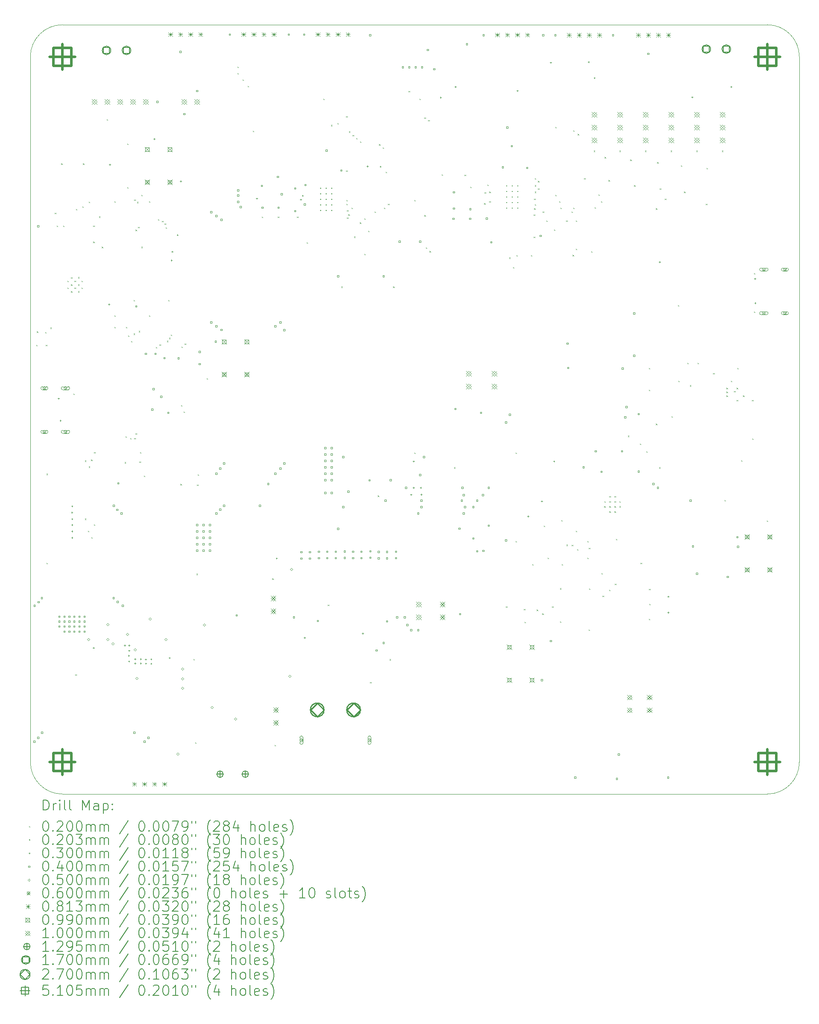
<source format=gbr>
%TF.GenerationSoftware,KiCad,Pcbnew,7.0.9*%
%TF.CreationDate,2024-03-20T16:59:47-04:00*%
%TF.ProjectId,CSTAR,43535441-522e-46b6-9963-61645f706362,rev?*%
%TF.SameCoordinates,Original*%
%TF.FileFunction,Drillmap*%
%TF.FilePolarity,Positive*%
%FSLAX45Y45*%
G04 Gerber Fmt 4.5, Leading zero omitted, Abs format (unit mm)*
G04 Created by KiCad (PCBNEW 7.0.9) date 2024-03-20 16:59:47*
%MOMM*%
%LPD*%
G01*
G04 APERTURE LIST*
%ADD10C,0.100000*%
%ADD11C,0.200000*%
%ADD12C,0.129540*%
%ADD13C,0.170000*%
%ADD14C,0.270000*%
%ADD15C,0.510540*%
G04 APERTURE END LIST*
D10*
X5080000Y-19685000D02*
G75*
G03*
X5715000Y-20320000I635000J0D01*
G01*
X19685000Y-20320000D02*
G75*
G03*
X20320000Y-19685000I0J635000D01*
G01*
X19685000Y-5080000D02*
X5715000Y-5080000D01*
X5715000Y-5080000D02*
G75*
G03*
X5080000Y-5715000I0J-635000D01*
G01*
X5080000Y-5715000D02*
X5080000Y-19685000D01*
X5715000Y-20320000D02*
X19685000Y-20320000D01*
X20320000Y-5715000D02*
G75*
G03*
X19685000Y-5080000I-635000J0D01*
G01*
X20320000Y-19685000D02*
X20320000Y-5715000D01*
D11*
D10*
X5197000Y-11420000D02*
X5217000Y-11440000D01*
X5217000Y-11420000D02*
X5197000Y-11440000D01*
X5209700Y-11153300D02*
X5229700Y-11173300D01*
X5229700Y-11153300D02*
X5209700Y-11173300D01*
X5374800Y-11166000D02*
X5394800Y-11186000D01*
X5394800Y-11166000D02*
X5374800Y-11186000D01*
X5387500Y-11420000D02*
X5407500Y-11440000D01*
X5407500Y-11420000D02*
X5387500Y-11440000D01*
X5400200Y-13972700D02*
X5420200Y-13992700D01*
X5420200Y-13972700D02*
X5400200Y-13992700D01*
X5400200Y-15738000D02*
X5420200Y-15758000D01*
X5420200Y-15738000D02*
X5400200Y-15758000D01*
X5476400Y-11077100D02*
X5496400Y-11097100D01*
X5496400Y-11077100D02*
X5476400Y-11097100D01*
X5565800Y-8803800D02*
X5585800Y-8823800D01*
X5585800Y-8803800D02*
X5565800Y-8823800D01*
X5603400Y-9057800D02*
X5623400Y-9077800D01*
X5623400Y-9057800D02*
X5603400Y-9077800D01*
X5692300Y-7825900D02*
X5712300Y-7845900D01*
X5712300Y-7825900D02*
X5692300Y-7845900D01*
X5730400Y-9057800D02*
X5750400Y-9077800D01*
X5750400Y-9057800D02*
X5730400Y-9077800D01*
X5816760Y-10150000D02*
X5836760Y-10170000D01*
X5836760Y-10150000D02*
X5816760Y-10170000D01*
X5816760Y-10287160D02*
X5836760Y-10307160D01*
X5836760Y-10287160D02*
X5816760Y-10307160D01*
X5816760Y-10287160D02*
X5836760Y-10307160D01*
X5836760Y-10287160D02*
X5816760Y-10307160D01*
X5887880Y-10083960D02*
X5907880Y-10103960D01*
X5907880Y-10083960D02*
X5887880Y-10103960D01*
X5887880Y-10221120D02*
X5907880Y-10241120D01*
X5907880Y-10221120D02*
X5887880Y-10241120D01*
X5887880Y-10358280D02*
X5907880Y-10378280D01*
X5907880Y-10358280D02*
X5887880Y-10378280D01*
X5933600Y-12385200D02*
X5953600Y-12405200D01*
X5953600Y-12385200D02*
X5933600Y-12405200D01*
X5953920Y-10150000D02*
X5973920Y-10170000D01*
X5973920Y-10150000D02*
X5953920Y-10170000D01*
X5953920Y-10287160D02*
X5973920Y-10307160D01*
X5973920Y-10287160D02*
X5953920Y-10307160D01*
X5972000Y-17951000D02*
X5992000Y-17971000D01*
X5992000Y-17951000D02*
X5972000Y-17971000D01*
X5984400Y-8727600D02*
X6004400Y-8747600D01*
X6004400Y-8727600D02*
X5984400Y-8747600D01*
X6025040Y-10078880D02*
X6045040Y-10098880D01*
X6045040Y-10078880D02*
X6025040Y-10098880D01*
X6025040Y-10221120D02*
X6045040Y-10241120D01*
X6045040Y-10221120D02*
X6025040Y-10241120D01*
X6025040Y-10221120D02*
X6045040Y-10241120D01*
X6045040Y-10221120D02*
X6025040Y-10241120D01*
X6025040Y-10358280D02*
X6045040Y-10378280D01*
X6045040Y-10358280D02*
X6025040Y-10378280D01*
X6096160Y-10150000D02*
X6116160Y-10170000D01*
X6116160Y-10150000D02*
X6096160Y-10170000D01*
X6096160Y-10287160D02*
X6116160Y-10307160D01*
X6116160Y-10287160D02*
X6096160Y-10307160D01*
X6096160Y-10287160D02*
X6116160Y-10307160D01*
X6116160Y-10287160D02*
X6096160Y-10307160D01*
X6111400Y-8676800D02*
X6131400Y-8696800D01*
X6131400Y-8676800D02*
X6111400Y-8696800D01*
X6124100Y-7825900D02*
X6144100Y-7845900D01*
X6144100Y-7825900D02*
X6124100Y-7845900D01*
X6160000Y-13710000D02*
X6180000Y-13730000D01*
X6180000Y-13710000D02*
X6160000Y-13730000D01*
X6162200Y-14861700D02*
X6182200Y-14881700D01*
X6182200Y-14861700D02*
X6162200Y-14881700D01*
X6223160Y-15103000D02*
X6243160Y-15123000D01*
X6243160Y-15103000D02*
X6223160Y-15123000D01*
X6238400Y-8585360D02*
X6258400Y-8605360D01*
X6258400Y-8585360D02*
X6238400Y-8605360D01*
X6238400Y-13830460D02*
X6258400Y-13850460D01*
X6258400Y-13830460D02*
X6238400Y-13850460D01*
X6285000Y-13695000D02*
X6305000Y-13715000D01*
X6305000Y-13695000D02*
X6285000Y-13715000D01*
X6289200Y-15230000D02*
X6309200Y-15250000D01*
X6309200Y-15230000D02*
X6289200Y-15250000D01*
X6327300Y-9057800D02*
X6347300Y-9077800D01*
X6347300Y-9057800D02*
X6327300Y-9077800D01*
X6327300Y-9375300D02*
X6347300Y-9395300D01*
X6347300Y-9375300D02*
X6327300Y-9395300D01*
X6339150Y-14976000D02*
X6359150Y-14996000D01*
X6359150Y-14976000D02*
X6339150Y-14996000D01*
X6345000Y-13545000D02*
X6365000Y-13565000D01*
X6365000Y-13545000D02*
X6345000Y-13565000D01*
X6441600Y-8876250D02*
X6461600Y-8896250D01*
X6461600Y-8876250D02*
X6441600Y-8896250D01*
X6497480Y-9476900D02*
X6517480Y-9496900D01*
X6517480Y-9476900D02*
X6497480Y-9496900D01*
X6594000Y-6949600D02*
X6614000Y-6969600D01*
X6614000Y-6949600D02*
X6594000Y-6969600D01*
X6746400Y-8575200D02*
X6766400Y-8595200D01*
X6766400Y-8575200D02*
X6746400Y-8595200D01*
X6746400Y-10835800D02*
X6766400Y-10855800D01*
X6766400Y-10835800D02*
X6746400Y-10855800D01*
X6746400Y-11064400D02*
X6766400Y-11084400D01*
X6766400Y-11064400D02*
X6746400Y-11084400D01*
X6949600Y-13744100D02*
X6969600Y-13764100D01*
X6969600Y-13744100D02*
X6949600Y-13764100D01*
X6964079Y-13231020D02*
X6984079Y-13251020D01*
X6984079Y-13231020D02*
X6964079Y-13251020D01*
X6975000Y-11064400D02*
X6995000Y-11084400D01*
X6995000Y-11064400D02*
X6975000Y-11084400D01*
X7000400Y-7432200D02*
X7020400Y-7452200D01*
X7020400Y-7432200D02*
X7000400Y-7452200D01*
X7000400Y-8295800D02*
X7020400Y-8315800D01*
X7020400Y-8295800D02*
X7000400Y-8315800D01*
X7019529Y-11232040D02*
X7039529Y-11252040D01*
X7039529Y-11232040D02*
X7019529Y-11252040D01*
X7061582Y-13265000D02*
X7081582Y-13285000D01*
X7081582Y-13265000D02*
X7061582Y-13285000D01*
X7076600Y-11343800D02*
X7096600Y-11363800D01*
X7096600Y-11343800D02*
X7076600Y-11363800D01*
X7127400Y-10531000D02*
X7147400Y-10551000D01*
X7147400Y-10531000D02*
X7127400Y-10551000D01*
X7127400Y-11196480D02*
X7147400Y-11216480D01*
X7147400Y-11196480D02*
X7127400Y-11216480D01*
X7140000Y-8540000D02*
X7160000Y-8560000D01*
X7160000Y-8540000D02*
X7140000Y-8560000D01*
X7140000Y-13265000D02*
X7160000Y-13285000D01*
X7160000Y-13265000D02*
X7140000Y-13285000D01*
X7165000Y-9140000D02*
X7185000Y-9160000D01*
X7185000Y-9140000D02*
X7165000Y-9160000D01*
X7165000Y-13175140D02*
X7185000Y-13195140D01*
X7185000Y-13175140D02*
X7165000Y-13195140D01*
X7195450Y-8590000D02*
X7215450Y-8610000D01*
X7215450Y-8590000D02*
X7195450Y-8610000D01*
X7215000Y-9084550D02*
X7235000Y-9104550D01*
X7235000Y-9084550D02*
X7215000Y-9104550D01*
X7229000Y-11145680D02*
X7249000Y-11165680D01*
X7249000Y-11145680D02*
X7229000Y-11165680D01*
X7241700Y-13731400D02*
X7261700Y-13751400D01*
X7261700Y-13731400D02*
X7241700Y-13751400D01*
X7252600Y-13547600D02*
X7272600Y-13567600D01*
X7272600Y-13547600D02*
X7252600Y-13567600D01*
X7279800Y-8448200D02*
X7299800Y-8468200D01*
X7299800Y-8448200D02*
X7279800Y-8468200D01*
X7279800Y-9476900D02*
X7299800Y-9496900D01*
X7299800Y-9476900D02*
X7279800Y-9496900D01*
X7328250Y-14013150D02*
X7348250Y-14033150D01*
X7348250Y-14013150D02*
X7328250Y-14033150D01*
X7432200Y-8575200D02*
X7452200Y-8595200D01*
X7452200Y-8575200D02*
X7432200Y-8595200D01*
X7432200Y-10835800D02*
X7452200Y-10855800D01*
X7452200Y-10835800D02*
X7432200Y-10855800D01*
X7565000Y-11465000D02*
X7585000Y-11485000D01*
X7585000Y-11465000D02*
X7565000Y-11485000D01*
X7610000Y-8930800D02*
X7630000Y-8950800D01*
X7630000Y-8930800D02*
X7610000Y-8950800D01*
X7640000Y-11409550D02*
X7660000Y-11429550D01*
X7660000Y-11409550D02*
X7640000Y-11429550D01*
X7690000Y-8965000D02*
X7710000Y-8985000D01*
X7710000Y-8965000D02*
X7690000Y-8985000D01*
X7740000Y-9015000D02*
X7760000Y-9035000D01*
X7760000Y-9015000D02*
X7740000Y-9035000D01*
X7760890Y-9090000D02*
X7780890Y-9110000D01*
X7780890Y-9090000D02*
X7760890Y-9110000D01*
X7790000Y-11339150D02*
X7810000Y-11359150D01*
X7810000Y-11339150D02*
X7790000Y-11359150D01*
X7813200Y-10531000D02*
X7833200Y-10551000D01*
X7833200Y-10531000D02*
X7813200Y-10551000D01*
X7828440Y-11280300D02*
X7848440Y-11300300D01*
X7848440Y-11280300D02*
X7828440Y-11300300D01*
X7864000Y-11216800D02*
X7884000Y-11236800D01*
X7884000Y-11216800D02*
X7864000Y-11236800D01*
X8054500Y-14175900D02*
X8074500Y-14195900D01*
X8074500Y-14175900D02*
X8054500Y-14195900D01*
X8067200Y-12613800D02*
X8087200Y-12633800D01*
X8087200Y-12613800D02*
X8067200Y-12633800D01*
X8076200Y-11454400D02*
X8096200Y-11474400D01*
X8096200Y-11454400D02*
X8076200Y-11474400D01*
X8115000Y-12740000D02*
X8135000Y-12760000D01*
X8135000Y-12740000D02*
X8115000Y-12760000D01*
X8140000Y-11394600D02*
X8160000Y-11414600D01*
X8160000Y-11394600D02*
X8140000Y-11414600D01*
X8315000Y-17642500D02*
X8335000Y-17662500D01*
X8335000Y-17642500D02*
X8315000Y-17662500D01*
X8346600Y-19294000D02*
X8366600Y-19314000D01*
X8366600Y-19294000D02*
X8346600Y-19314000D01*
X8372000Y-15953900D02*
X8392000Y-15973900D01*
X8392000Y-15953900D02*
X8372000Y-15973900D01*
X8384700Y-14188600D02*
X8404700Y-14208600D01*
X8404700Y-14188600D02*
X8384700Y-14208600D01*
X8397400Y-13985400D02*
X8417400Y-14005400D01*
X8417400Y-13985400D02*
X8397400Y-14005400D01*
X8575200Y-12080400D02*
X8595200Y-12100400D01*
X8595200Y-12080400D02*
X8575200Y-12100400D01*
X9184800Y-5908200D02*
X9204800Y-5928200D01*
X9204800Y-5908200D02*
X9184800Y-5928200D01*
X9184800Y-6035200D02*
X9204800Y-6055200D01*
X9204800Y-6035200D02*
X9184800Y-6055200D01*
X9286400Y-6162200D02*
X9306400Y-6182200D01*
X9306400Y-6162200D02*
X9286400Y-6182200D01*
X9388000Y-6289200D02*
X9408000Y-6309200D01*
X9408000Y-6289200D02*
X9388000Y-6309200D01*
X9489600Y-7178200D02*
X9509600Y-7198200D01*
X9509600Y-7178200D02*
X9489600Y-7198200D01*
X9667400Y-8880000D02*
X9687400Y-8900000D01*
X9687400Y-8880000D02*
X9667400Y-8900000D01*
X9875680Y-16048900D02*
X9895680Y-16068900D01*
X9895680Y-16048900D02*
X9875680Y-16068900D01*
X9921400Y-19344800D02*
X9941400Y-19364800D01*
X9941400Y-19344800D02*
X9921400Y-19364800D01*
X9984900Y-8880000D02*
X10004900Y-8900000D01*
X10004900Y-8880000D02*
X9984900Y-8900000D01*
X10365900Y-8880000D02*
X10385900Y-8900000D01*
X10385900Y-8880000D02*
X10365900Y-8900000D01*
X10556400Y-9388000D02*
X10576400Y-9408000D01*
X10576400Y-9388000D02*
X10556400Y-9408000D01*
X10886600Y-6543200D02*
X10906600Y-6563200D01*
X10906600Y-6543200D02*
X10886600Y-6563200D01*
X10975500Y-16566040D02*
X10995500Y-16586040D01*
X10995500Y-16566040D02*
X10975500Y-16586040D01*
X11040000Y-7065000D02*
X11060000Y-7085000D01*
X11060000Y-7065000D02*
X11040000Y-7085000D01*
X11166000Y-7025800D02*
X11186000Y-7045800D01*
X11186000Y-7025800D02*
X11166000Y-7045800D01*
X11242200Y-10264300D02*
X11262200Y-10284300D01*
X11262200Y-10264300D02*
X11242200Y-10284300D01*
X11340000Y-6890000D02*
X11360000Y-6910000D01*
X11360000Y-6890000D02*
X11340000Y-6910000D01*
X11340000Y-7965000D02*
X11360000Y-7985000D01*
X11360000Y-7965000D02*
X11340000Y-7985000D01*
X11343800Y-8549800D02*
X11363800Y-8569800D01*
X11363800Y-8549800D02*
X11343800Y-8569800D01*
X11343800Y-8626000D02*
X11363800Y-8646000D01*
X11363800Y-8626000D02*
X11343800Y-8646000D01*
X11355807Y-8898580D02*
X11375807Y-8918580D01*
X11375807Y-8898580D02*
X11355807Y-8918580D01*
X11356500Y-8753000D02*
X11376500Y-8773000D01*
X11376500Y-8753000D02*
X11356500Y-8773000D01*
X11382698Y-8833844D02*
X11402698Y-8853844D01*
X11402698Y-8833844D02*
X11382698Y-8853844D01*
X11395450Y-7190450D02*
X11415450Y-7210450D01*
X11415450Y-7190450D02*
X11395450Y-7210450D01*
X11445400Y-8702200D02*
X11465400Y-8722200D01*
X11465400Y-8702200D02*
X11445400Y-8722200D01*
X11465000Y-7265000D02*
X11485000Y-7285000D01*
X11485000Y-7265000D02*
X11465000Y-7285000D01*
X11496200Y-9273700D02*
X11516200Y-9293700D01*
X11516200Y-9273700D02*
X11496200Y-9293700D01*
X11540000Y-7320450D02*
X11560000Y-7340450D01*
X11560000Y-7320450D02*
X11540000Y-7340450D01*
X11610500Y-8994300D02*
X11630500Y-9014300D01*
X11630500Y-8994300D02*
X11610500Y-9014300D01*
X11615000Y-7390000D02*
X11635000Y-7410000D01*
X11635000Y-7390000D02*
X11615000Y-7410000D01*
X11699400Y-8915000D02*
X11719400Y-8935000D01*
X11719400Y-8915000D02*
X11699400Y-8935000D01*
X11699400Y-9616600D02*
X11719400Y-9636600D01*
X11719400Y-9616600D02*
X11699400Y-9636600D01*
X11775600Y-9159400D02*
X11795600Y-9179400D01*
X11795600Y-9159400D02*
X11775600Y-9179400D01*
X11813700Y-18100200D02*
X11833700Y-18120200D01*
X11833700Y-18100200D02*
X11813700Y-18120200D01*
X11902600Y-8778400D02*
X11922600Y-8798400D01*
X11922600Y-8778400D02*
X11902600Y-8798400D01*
X11966100Y-14404500D02*
X11986100Y-14424500D01*
X11986100Y-14404500D02*
X11966100Y-14424500D01*
X11990000Y-7445450D02*
X12010000Y-7465450D01*
X12010000Y-7445450D02*
X11990000Y-7465450D01*
X12065000Y-7508400D02*
X12085000Y-7528400D01*
X12085000Y-7508400D02*
X12065000Y-7528400D01*
X12090000Y-8702200D02*
X12110000Y-8722200D01*
X12110000Y-8702200D02*
X12090000Y-8722200D01*
X12123336Y-7991350D02*
X12143336Y-8011350D01*
X12143336Y-7991350D02*
X12123336Y-8011350D01*
X12169300Y-8626000D02*
X12189300Y-8646000D01*
X12189300Y-8626000D02*
X12169300Y-8646000D01*
X12199780Y-17649100D02*
X12219780Y-17669100D01*
X12219780Y-17649100D02*
X12199780Y-17669100D01*
X12270900Y-10264300D02*
X12290900Y-10284300D01*
X12290900Y-10264300D02*
X12270900Y-10284300D01*
X12575700Y-6390800D02*
X12595700Y-6410800D01*
X12595700Y-6390800D02*
X12575700Y-6410800D01*
X12690000Y-8549800D02*
X12710000Y-8569800D01*
X12710000Y-8549800D02*
X12690000Y-8569800D01*
X12690000Y-13553600D02*
X12710000Y-13573600D01*
X12710000Y-13553600D02*
X12690000Y-13573600D01*
X12791600Y-6543200D02*
X12811600Y-6563200D01*
X12811600Y-6543200D02*
X12791600Y-6563200D01*
X12890000Y-6915000D02*
X12910000Y-6935000D01*
X12910000Y-6915000D02*
X12890000Y-6935000D01*
X12890000Y-8850900D02*
X12910000Y-8870900D01*
X12910000Y-8850900D02*
X12890000Y-8870900D01*
X12918600Y-9490000D02*
X12938600Y-9510000D01*
X12938600Y-9490000D02*
X12918600Y-9510000D01*
X12965000Y-6965000D02*
X12985000Y-6985000D01*
X12985000Y-6965000D02*
X12965000Y-6985000D01*
X12990000Y-9563600D02*
X13010000Y-9583600D01*
X13010000Y-9563600D02*
X12990000Y-9583600D01*
X13233560Y-8041800D02*
X13253560Y-8061800D01*
X13253560Y-8041800D02*
X13233560Y-8061800D01*
X13477400Y-13845700D02*
X13497400Y-13865700D01*
X13497400Y-13845700D02*
X13477400Y-13865700D01*
X13685680Y-8049420D02*
X13705680Y-8069420D01*
X13705680Y-8049420D02*
X13685680Y-8069420D01*
X13799980Y-8285640D02*
X13819980Y-8305640D01*
X13819980Y-8285640D02*
X13799980Y-8305640D01*
X14074300Y-8613300D02*
X14094300Y-8633300D01*
X14094300Y-8613300D02*
X14074300Y-8633300D01*
X14081920Y-8397400D02*
X14101920Y-8417400D01*
X14101920Y-8397400D02*
X14081920Y-8417400D01*
X14136115Y-8243315D02*
X14156115Y-8263315D01*
X14156115Y-8243315D02*
X14136115Y-8263315D01*
X14175900Y-8384700D02*
X14195900Y-8404700D01*
X14195900Y-8384700D02*
X14175900Y-8404700D01*
X14175900Y-8575200D02*
X14195900Y-8595200D01*
X14195900Y-8575200D02*
X14175900Y-8595200D01*
X14506100Y-16601600D02*
X14526100Y-16621600D01*
X14526100Y-16601600D02*
X14506100Y-16621600D01*
X14569600Y-9690260D02*
X14589600Y-9710260D01*
X14589600Y-9690260D02*
X14569600Y-9710260D01*
X14645800Y-9882200D02*
X14665800Y-9902200D01*
X14665800Y-9882200D02*
X14645800Y-9902200D01*
X14696600Y-13553600D02*
X14716600Y-13573600D01*
X14716600Y-13553600D02*
X14696600Y-13573600D01*
X14696600Y-15306200D02*
X14716600Y-15326200D01*
X14716600Y-15306200D02*
X14696600Y-15326200D01*
X14715000Y-9640000D02*
X14735000Y-9660000D01*
X14735000Y-9640000D02*
X14715000Y-9660000D01*
X14860000Y-16655000D02*
X14880000Y-16675000D01*
X14880000Y-16655000D02*
X14860000Y-16675000D01*
X14874400Y-16906400D02*
X14894400Y-16926400D01*
X14894400Y-16906400D02*
X14874400Y-16926400D01*
X15001400Y-9642000D02*
X15021400Y-9662000D01*
X15021400Y-9642000D02*
X15001400Y-9662000D01*
X15026800Y-15763400D02*
X15046800Y-15783400D01*
X15046800Y-15763400D02*
X15026800Y-15783400D01*
X15056000Y-8838000D02*
X15076000Y-8858000D01*
X15076000Y-8838000D02*
X15056000Y-8858000D01*
X15056000Y-9280000D02*
X15076000Y-9300000D01*
X15076000Y-9280000D02*
X15056000Y-9300000D01*
X15064728Y-8715958D02*
X15084728Y-8735958D01*
X15084728Y-8715958D02*
X15064728Y-8735958D01*
X15064900Y-8524400D02*
X15084900Y-8544400D01*
X15084900Y-8524400D02*
X15064900Y-8544400D01*
X15077600Y-8118000D02*
X15097600Y-8138000D01*
X15097600Y-8118000D02*
X15077600Y-8138000D01*
X15077600Y-8257700D02*
X15097600Y-8277700D01*
X15097600Y-8257700D02*
X15077600Y-8277700D01*
X15077600Y-8384700D02*
X15097600Y-8404700D01*
X15097600Y-8384700D02*
X15077600Y-8404700D01*
X15077600Y-8637000D02*
X15097600Y-8657000D01*
X15097600Y-8637000D02*
X15077600Y-8657000D01*
X15114000Y-16666000D02*
X15134000Y-16686000D01*
X15134000Y-16666000D02*
X15114000Y-16686000D01*
X15140000Y-8174600D02*
X15160000Y-8194600D01*
X15160000Y-8174600D02*
X15140000Y-8194600D01*
X15140000Y-8321200D02*
X15160000Y-8341200D01*
X15160000Y-8321200D02*
X15140000Y-8341200D01*
X15225000Y-16743000D02*
X15245000Y-16763000D01*
X15245000Y-16743000D02*
X15225000Y-16763000D01*
X15235080Y-8778400D02*
X15255080Y-8798400D01*
X15255080Y-8778400D02*
X15235080Y-8798400D01*
X15253446Y-15001400D02*
X15273446Y-15021400D01*
X15273446Y-15001400D02*
X15253446Y-15021400D01*
X15306200Y-8956200D02*
X15326200Y-8976200D01*
X15326200Y-8956200D02*
X15306200Y-8976200D01*
X15331600Y-15636400D02*
X15351600Y-15656400D01*
X15351600Y-15636400D02*
X15331600Y-15656400D01*
X15420500Y-16601600D02*
X15440500Y-16621600D01*
X15440500Y-16601600D02*
X15420500Y-16621600D01*
X15458600Y-9134000D02*
X15478600Y-9154000D01*
X15478600Y-9134000D02*
X15458600Y-9154000D01*
X15484000Y-7102000D02*
X15504000Y-7122000D01*
X15504000Y-7102000D02*
X15484000Y-7122000D01*
X15484000Y-8448200D02*
X15504000Y-8468200D01*
X15504000Y-8448200D02*
X15484000Y-8468200D01*
X15560200Y-8575200D02*
X15580200Y-8595200D01*
X15580200Y-8575200D02*
X15560200Y-8595200D01*
X15577000Y-16242000D02*
X15597000Y-16262000D01*
X15597000Y-16242000D02*
X15577000Y-16262000D01*
X15577000Y-16901000D02*
X15597000Y-16921000D01*
X15597000Y-16901000D02*
X15577000Y-16921000D01*
X15585600Y-8704200D02*
X15605600Y-8724200D01*
X15605600Y-8704200D02*
X15585600Y-8724200D01*
X15604394Y-14893194D02*
X15624394Y-14913194D01*
X15624394Y-14893194D02*
X15604394Y-14913194D01*
X15611000Y-15763400D02*
X15631000Y-15783400D01*
X15631000Y-15763400D02*
X15611000Y-15783400D01*
X15699900Y-8956200D02*
X15719900Y-8976200D01*
X15719900Y-8956200D02*
X15699900Y-8976200D01*
X15704980Y-15377320D02*
X15724980Y-15397320D01*
X15724980Y-15377320D02*
X15704980Y-15397320D01*
X15804040Y-8778400D02*
X15824040Y-8798400D01*
X15824040Y-8778400D02*
X15804040Y-8798400D01*
X15809120Y-15382400D02*
X15829120Y-15402400D01*
X15829120Y-15382400D02*
X15809120Y-15402400D01*
X15826900Y-9638250D02*
X15846900Y-9658250D01*
X15846900Y-9638250D02*
X15826900Y-9658250D01*
X15837900Y-8700500D02*
X15857900Y-8720500D01*
X15857900Y-8700500D02*
X15837900Y-8720500D01*
X15839600Y-7169250D02*
X15859600Y-7189250D01*
X15859600Y-7169250D02*
X15839600Y-7189250D01*
X15890400Y-8956200D02*
X15910400Y-8976200D01*
X15910400Y-8956200D02*
X15890400Y-8976200D01*
X15890400Y-9515000D02*
X15910400Y-9535000D01*
X15910400Y-9515000D02*
X15890400Y-9535000D01*
X15890400Y-15103000D02*
X15910400Y-15123000D01*
X15910400Y-15103000D02*
X15890400Y-15123000D01*
X15915800Y-15466220D02*
X15935800Y-15486220D01*
X15935800Y-15466220D02*
X15915800Y-15486220D01*
X15928500Y-7241700D02*
X15948500Y-7261700D01*
X15948500Y-7241700D02*
X15928500Y-7261700D01*
X16055500Y-8118000D02*
X16075500Y-8138000D01*
X16075500Y-8118000D02*
X16055500Y-8138000D01*
X16119000Y-15306200D02*
X16139000Y-15326200D01*
X16139000Y-15306200D02*
X16119000Y-15326200D01*
X16119000Y-15636400D02*
X16139000Y-15656400D01*
X16139000Y-15636400D02*
X16119000Y-15656400D01*
X16144400Y-17058800D02*
X16164400Y-17078800D01*
X16164400Y-17058800D02*
X16144400Y-17078800D01*
X16149480Y-15440820D02*
X16169480Y-15460820D01*
X16169480Y-15440820D02*
X16149480Y-15460820D01*
X16153000Y-16245000D02*
X16173000Y-16265000D01*
X16173000Y-16245000D02*
X16153000Y-16265000D01*
X16192550Y-9565800D02*
X16212550Y-9585800D01*
X16212550Y-9565800D02*
X16192550Y-9585800D01*
X16246000Y-7571900D02*
X16266000Y-7591900D01*
X16266000Y-7571900D02*
X16246000Y-7591900D01*
X16265000Y-8692450D02*
X16285000Y-8712450D01*
X16285000Y-8692450D02*
X16265000Y-8712450D01*
X16340000Y-8440150D02*
X16360000Y-8460150D01*
X16360000Y-8440150D02*
X16340000Y-8460150D01*
X16390000Y-8575200D02*
X16410000Y-8595200D01*
X16410000Y-8575200D02*
X16390000Y-8595200D01*
X16398400Y-15941200D02*
X16418400Y-15961200D01*
X16418400Y-15941200D02*
X16398400Y-15961200D01*
X16418000Y-16390000D02*
X16438000Y-16410000D01*
X16438000Y-16390000D02*
X16418000Y-16410000D01*
X16454280Y-14615320D02*
X16474280Y-14635320D01*
X16474280Y-14615320D02*
X16454280Y-14635320D01*
X16459360Y-14518800D02*
X16479360Y-14538800D01*
X16479360Y-14518800D02*
X16459360Y-14538800D01*
X16461900Y-7698900D02*
X16481900Y-7718900D01*
X16481900Y-7698900D02*
X16461900Y-7718900D01*
X16538100Y-8156100D02*
X16558100Y-8176100D01*
X16558100Y-8156100D02*
X16538100Y-8176100D01*
X16552000Y-16271000D02*
X16572000Y-16291000D01*
X16572000Y-16271000D02*
X16552000Y-16291000D01*
X16555880Y-14417200D02*
X16575880Y-14437200D01*
X16575880Y-14417200D02*
X16555880Y-14437200D01*
X16555880Y-14518800D02*
X16575880Y-14538800D01*
X16575880Y-14518800D02*
X16555880Y-14538800D01*
X16555880Y-14518800D02*
X16575880Y-14538800D01*
X16575880Y-14518800D02*
X16555880Y-14538800D01*
X16555880Y-14615320D02*
X16575880Y-14635320D01*
X16575880Y-14615320D02*
X16555880Y-14635320D01*
X16555880Y-14615320D02*
X16575880Y-14635320D01*
X16575880Y-14615320D02*
X16555880Y-14635320D01*
X16555880Y-14716920D02*
X16575880Y-14736920D01*
X16575880Y-14716920D02*
X16555880Y-14736920D01*
X16657480Y-14417200D02*
X16677480Y-14437200D01*
X16677480Y-14417200D02*
X16657480Y-14437200D01*
X16657480Y-14518800D02*
X16677480Y-14538800D01*
X16677480Y-14518800D02*
X16657480Y-14538800D01*
X16657480Y-14615320D02*
X16677480Y-14635320D01*
X16677480Y-14615320D02*
X16657480Y-14635320D01*
X16657480Y-14716920D02*
X16677480Y-14736920D01*
X16677480Y-14716920D02*
X16657480Y-14736920D01*
X16657480Y-14716920D02*
X16677480Y-14736920D01*
X16677480Y-14716920D02*
X16657480Y-14736920D01*
X16666000Y-16151000D02*
X16686000Y-16171000D01*
X16686000Y-16151000D02*
X16666000Y-16171000D01*
X16687960Y-15263020D02*
X16707960Y-15283020D01*
X16707960Y-15263020D02*
X16687960Y-15283020D01*
X16754000Y-7571900D02*
X16774000Y-7591900D01*
X16774000Y-7571900D02*
X16754000Y-7591900D01*
X16754000Y-14518800D02*
X16774000Y-14538800D01*
X16774000Y-14518800D02*
X16754000Y-14538800D01*
X16754000Y-14615320D02*
X16774000Y-14635320D01*
X16774000Y-14615320D02*
X16754000Y-14635320D01*
X16921640Y-13218320D02*
X16941640Y-13238320D01*
X16941640Y-13218320D02*
X16921640Y-13238320D01*
X16969900Y-7749700D02*
X16989900Y-7769700D01*
X16989900Y-7749700D02*
X16969900Y-7769700D01*
X17046100Y-8257700D02*
X17066100Y-8277700D01*
X17066100Y-8257700D02*
X17046100Y-8277700D01*
X17160400Y-13375800D02*
X17180400Y-13395800D01*
X17180400Y-13375800D02*
X17160400Y-13395800D01*
X17173100Y-15738000D02*
X17193100Y-15758000D01*
X17193100Y-15738000D02*
X17173100Y-15758000D01*
X17262000Y-7571900D02*
X17282000Y-7591900D01*
X17282000Y-7571900D02*
X17262000Y-7591900D01*
X17287400Y-13528200D02*
X17307400Y-13548200D01*
X17307400Y-13528200D02*
X17287400Y-13548200D01*
X17338200Y-11877200D02*
X17358200Y-11897200D01*
X17358200Y-11877200D02*
X17338200Y-11897200D01*
X17338200Y-12309000D02*
X17358200Y-12329000D01*
X17358200Y-12309000D02*
X17338200Y-12329000D01*
X17340000Y-16848000D02*
X17360000Y-16868000D01*
X17360000Y-16848000D02*
X17340000Y-16868000D01*
X17341000Y-16254000D02*
X17361000Y-16274000D01*
X17361000Y-16254000D02*
X17341000Y-16274000D01*
X17346000Y-16551000D02*
X17366000Y-16571000D01*
X17366000Y-16551000D02*
X17346000Y-16571000D01*
X17477900Y-8714900D02*
X17497900Y-8734900D01*
X17497900Y-8714900D02*
X17477900Y-8734900D01*
X17477900Y-12982100D02*
X17497900Y-13002100D01*
X17497900Y-12982100D02*
X17477900Y-13002100D01*
X17503300Y-7800500D02*
X17523300Y-7820500D01*
X17523300Y-7800500D02*
X17503300Y-7820500D01*
X17541400Y-13845700D02*
X17561400Y-13865700D01*
X17561400Y-13845700D02*
X17541400Y-13865700D01*
X17554100Y-8321200D02*
X17574100Y-8341200D01*
X17574100Y-8321200D02*
X17554100Y-8341200D01*
X17655700Y-8524400D02*
X17675700Y-8544400D01*
X17675700Y-8524400D02*
X17655700Y-8544400D01*
X17770000Y-7571900D02*
X17790000Y-7591900D01*
X17790000Y-7571900D02*
X17770000Y-7591900D01*
X17787780Y-12832240D02*
X17807780Y-12852240D01*
X17807780Y-12832240D02*
X17787780Y-12852240D01*
X17915100Y-10632600D02*
X17935100Y-10652600D01*
X17935100Y-10632600D02*
X17915100Y-10652600D01*
X17922400Y-12131200D02*
X17942400Y-12151200D01*
X17942400Y-12131200D02*
X17922400Y-12151200D01*
X17973200Y-7864000D02*
X17993200Y-7884000D01*
X17993200Y-7864000D02*
X17973200Y-7884000D01*
X18036700Y-8384700D02*
X18056700Y-8404700D01*
X18056700Y-8384700D02*
X18036700Y-8404700D01*
X18100200Y-11775600D02*
X18120200Y-11795600D01*
X18120200Y-11775600D02*
X18100200Y-11795600D01*
X18151000Y-12220100D02*
X18171000Y-12240100D01*
X18171000Y-12220100D02*
X18151000Y-12240100D01*
X18278000Y-7571900D02*
X18298000Y-7591900D01*
X18298000Y-7571900D02*
X18278000Y-7591900D01*
X18303400Y-11775600D02*
X18323400Y-11795600D01*
X18323400Y-11775600D02*
X18303400Y-11795600D01*
X18468500Y-8626000D02*
X18488500Y-8646000D01*
X18488500Y-8626000D02*
X18468500Y-8646000D01*
X18481200Y-7914800D02*
X18501200Y-7934800D01*
X18501200Y-7914800D02*
X18481200Y-7934800D01*
X18612500Y-11980000D02*
X18632500Y-12000000D01*
X18632500Y-11980000D02*
X18612500Y-12000000D01*
X18786000Y-7571900D02*
X18806000Y-7591900D01*
X18806000Y-7571900D02*
X18786000Y-7591900D01*
X18836968Y-14493232D02*
X18856968Y-14513232D01*
X18856968Y-14493232D02*
X18836968Y-14513232D01*
X18874900Y-12270900D02*
X18894900Y-12290900D01*
X18894900Y-12270900D02*
X18874900Y-12290900D01*
X18874900Y-12347100D02*
X18894900Y-12367100D01*
X18894900Y-12347100D02*
X18874900Y-12367100D01*
X18874900Y-12423300D02*
X18894900Y-12443300D01*
X18894900Y-12423300D02*
X18874900Y-12443300D01*
X18963800Y-12131200D02*
X18983800Y-12151200D01*
X18983800Y-12131200D02*
X18963800Y-12151200D01*
X19026210Y-12334400D02*
X19046210Y-12354400D01*
X19046210Y-12334400D02*
X19026210Y-12354400D01*
X19078100Y-12270900D02*
X19098100Y-12290900D01*
X19098100Y-12270900D02*
X19078100Y-12290900D01*
X19078100Y-12512200D02*
X19098100Y-12532200D01*
X19098100Y-12512200D02*
X19078100Y-12532200D01*
X19090800Y-11877200D02*
X19110800Y-11897200D01*
X19110800Y-11877200D02*
X19090800Y-11897200D01*
X19167000Y-13706000D02*
X19187000Y-13726000D01*
X19187000Y-13706000D02*
X19167000Y-13726000D01*
X19205100Y-12423300D02*
X19225100Y-12443300D01*
X19225100Y-12423300D02*
X19205100Y-12443300D01*
X19382900Y-12512200D02*
X19402900Y-12532200D01*
X19402900Y-12512200D02*
X19382900Y-12532200D01*
X19388300Y-13274200D02*
X19408300Y-13294200D01*
X19408300Y-13274200D02*
X19388300Y-13294200D01*
X19421000Y-9997600D02*
X19441000Y-10017600D01*
X19441000Y-9997600D02*
X19421000Y-10017600D01*
X19421000Y-10759600D02*
X19441000Y-10779600D01*
X19441000Y-10759600D02*
X19421000Y-10779600D01*
X19675000Y-14899800D02*
X19695000Y-14919800D01*
X19695000Y-14899800D02*
X19675000Y-14919800D01*
X10842480Y-8317920D02*
G75*
G03*
X10842480Y-8317920I-10160J0D01*
G01*
X10842480Y-8427920D02*
G75*
G03*
X10842480Y-8427920I-10160J0D01*
G01*
X10842480Y-8537920D02*
G75*
G03*
X10842480Y-8537920I-10160J0D01*
G01*
X10842480Y-8647920D02*
G75*
G03*
X10842480Y-8647920I-10160J0D01*
G01*
X10842480Y-8757920D02*
G75*
G03*
X10842480Y-8757920I-10160J0D01*
G01*
X10952480Y-8317920D02*
G75*
G03*
X10952480Y-8317920I-10160J0D01*
G01*
X10952480Y-8757920D02*
G75*
G03*
X10952480Y-8757920I-10160J0D01*
G01*
X10952480Y-8427920D02*
G75*
G03*
X10952480Y-8427920I-10160J0D01*
G01*
X10952480Y-8537920D02*
G75*
G03*
X10952480Y-8537920I-10160J0D01*
G01*
X10952480Y-8647920D02*
G75*
G03*
X10952480Y-8647920I-10160J0D01*
G01*
X11062480Y-8317920D02*
G75*
G03*
X11062480Y-8317920I-10160J0D01*
G01*
X11062480Y-8427920D02*
G75*
G03*
X11062480Y-8427920I-10160J0D01*
G01*
X11062480Y-8537920D02*
G75*
G03*
X11062480Y-8537920I-10160J0D01*
G01*
X11062480Y-8647920D02*
G75*
G03*
X11062480Y-8647920I-10160J0D01*
G01*
X11062480Y-8757920D02*
G75*
G03*
X11062480Y-8757920I-10160J0D01*
G01*
X14530560Y-8272000D02*
G75*
G03*
X14530560Y-8272000I-10160J0D01*
G01*
X14530560Y-8382000D02*
G75*
G03*
X14530560Y-8382000I-10160J0D01*
G01*
X14530560Y-8492000D02*
G75*
G03*
X14530560Y-8492000I-10160J0D01*
G01*
X14530560Y-8602000D02*
G75*
G03*
X14530560Y-8602000I-10160J0D01*
G01*
X14530560Y-8712000D02*
G75*
G03*
X14530560Y-8712000I-10160J0D01*
G01*
X14640560Y-8272000D02*
G75*
G03*
X14640560Y-8272000I-10160J0D01*
G01*
X14640560Y-8712000D02*
G75*
G03*
X14640560Y-8712000I-10160J0D01*
G01*
X14640560Y-8382000D02*
G75*
G03*
X14640560Y-8382000I-10160J0D01*
G01*
X14640560Y-8492000D02*
G75*
G03*
X14640560Y-8492000I-10160J0D01*
G01*
X14640560Y-8602000D02*
G75*
G03*
X14640560Y-8602000I-10160J0D01*
G01*
X14750560Y-8272000D02*
G75*
G03*
X14750560Y-8272000I-10160J0D01*
G01*
X14750560Y-8382000D02*
G75*
G03*
X14750560Y-8382000I-10160J0D01*
G01*
X14750560Y-8492000D02*
G75*
G03*
X14750560Y-8492000I-10160J0D01*
G01*
X14750560Y-8602000D02*
G75*
G03*
X14750560Y-8602000I-10160J0D01*
G01*
X14750560Y-8712000D02*
G75*
G03*
X14750560Y-8712000I-10160J0D01*
G01*
X5636260Y-12469100D02*
X5636260Y-12499100D01*
X5621260Y-12484100D02*
X5651260Y-12484100D01*
X5675000Y-12904300D02*
X5675000Y-12934300D01*
X5660000Y-12919300D02*
X5690000Y-12919300D01*
X5905000Y-14727500D02*
X5905000Y-14757500D01*
X5890000Y-14742500D02*
X5920000Y-14742500D01*
X5905500Y-14602700D02*
X5905500Y-14632700D01*
X5890500Y-14617700D02*
X5920500Y-14617700D01*
X5905500Y-14856700D02*
X5905500Y-14886700D01*
X5890500Y-14871700D02*
X5920500Y-14871700D01*
X5905500Y-14971000D02*
X5905500Y-15001000D01*
X5890500Y-14986000D02*
X5920500Y-14986000D01*
X5905500Y-15098000D02*
X5905500Y-15128000D01*
X5890500Y-15113000D02*
X5920500Y-15113000D01*
X5905500Y-15225000D02*
X5905500Y-15255000D01*
X5890500Y-15240000D02*
X5920500Y-15240000D01*
X6334600Y-17406400D02*
X6334600Y-17436400D01*
X6319600Y-17421400D02*
X6349600Y-17421400D01*
X6637020Y-10604740D02*
X6637020Y-10634740D01*
X6622020Y-10619740D02*
X6652020Y-10619740D01*
X6654800Y-7836140D02*
X6654800Y-7866140D01*
X6639800Y-7851140D02*
X6669800Y-7851140D01*
X6949800Y-17359600D02*
X6949800Y-17389600D01*
X6934800Y-17374600D02*
X6964800Y-17374600D01*
X7030800Y-17563600D02*
X7030800Y-17593600D01*
X7015800Y-17578600D02*
X7045800Y-17578600D01*
X7031800Y-17676600D02*
X7031800Y-17706600D01*
X7016800Y-17691600D02*
X7046800Y-17691600D01*
X7033800Y-17463600D02*
X7033800Y-17493600D01*
X7018800Y-17478600D02*
X7048800Y-17478600D01*
X7035800Y-17358600D02*
X7035800Y-17388600D01*
X7020800Y-17373600D02*
X7050800Y-17373600D01*
X7154000Y-17632000D02*
X7154000Y-17662000D01*
X7139000Y-17647000D02*
X7169000Y-17647000D01*
X7155000Y-17716000D02*
X7155000Y-17746000D01*
X7140000Y-17731000D02*
X7170000Y-17731000D01*
X7268000Y-17632000D02*
X7268000Y-17662000D01*
X7253000Y-17647000D02*
X7283000Y-17647000D01*
X7268000Y-17715000D02*
X7268000Y-17745000D01*
X7253000Y-17730000D02*
X7283000Y-17730000D01*
X7367000Y-17635000D02*
X7367000Y-17665000D01*
X7352000Y-17650000D02*
X7382000Y-17650000D01*
X7368000Y-17718000D02*
X7368000Y-17748000D01*
X7353000Y-17733000D02*
X7383000Y-17733000D01*
X7472000Y-17634000D02*
X7472000Y-17664000D01*
X7457000Y-17649000D02*
X7487000Y-17649000D01*
X7473000Y-17720000D02*
X7473000Y-17750000D01*
X7458000Y-17735000D02*
X7488000Y-17735000D01*
X7533640Y-7325600D02*
X7533640Y-7355600D01*
X7518640Y-7340600D02*
X7548640Y-7340600D01*
X7835900Y-17607520D02*
X7835900Y-17637520D01*
X7820900Y-17622520D02*
X7850900Y-17622520D01*
X7876540Y-9730980D02*
X7876540Y-9760980D01*
X7861540Y-9745980D02*
X7891540Y-9745980D01*
X7889240Y-9558260D02*
X7889240Y-9588260D01*
X7874240Y-9573260D02*
X7904240Y-9573260D01*
X7995920Y-9228060D02*
X7995920Y-9258060D01*
X7980920Y-9243060D02*
X8010920Y-9243060D01*
X8061960Y-8166340D02*
X8061960Y-8196340D01*
X8046960Y-8181340D02*
X8076960Y-8181340D01*
X9565640Y-8506700D02*
X9565640Y-8536700D01*
X9550640Y-8521700D02*
X9580640Y-8521700D01*
X9958800Y-15636000D02*
X9958800Y-15666000D01*
X9943800Y-15651000D02*
X9973800Y-15651000D01*
X10436860Y-8524480D02*
X10436860Y-8554480D01*
X10421860Y-8539480D02*
X10451860Y-8539480D01*
X10476230Y-8449130D02*
X10476230Y-8479130D01*
X10461230Y-8464130D02*
X10491230Y-8464130D01*
X10515600Y-17206200D02*
X10515600Y-17236200D01*
X10500600Y-17221200D02*
X10530600Y-17221200D01*
X11666100Y-17122500D02*
X11666100Y-17152500D01*
X11651100Y-17137500D02*
X11681100Y-17137500D01*
X11757660Y-7869160D02*
X11757660Y-7899160D01*
X11742660Y-7884160D02*
X11772660Y-7884160D01*
X12016740Y-7874240D02*
X12016740Y-7904240D01*
X12001740Y-7889240D02*
X12031740Y-7889240D01*
X12623800Y-14374100D02*
X12623800Y-14404100D01*
X12608800Y-14389100D02*
X12638800Y-14389100D01*
X12674600Y-13713700D02*
X12674600Y-13743700D01*
X12659600Y-13728700D02*
X12689600Y-13728700D01*
X12674600Y-14234400D02*
X12674600Y-14264400D01*
X12659600Y-14249400D02*
X12689600Y-14249400D01*
X12814300Y-14234400D02*
X12814300Y-14264400D01*
X12799300Y-14249400D02*
X12829300Y-14249400D01*
X12827000Y-14369400D02*
X12827000Y-14399400D01*
X12812000Y-14384400D02*
X12842000Y-14384400D01*
X13210540Y-6505180D02*
X13210540Y-6535180D01*
X13195540Y-6520180D02*
X13225540Y-6520180D01*
X13502640Y-6291820D02*
X13502640Y-6321820D01*
X13487640Y-6306820D02*
X13517640Y-6306820D01*
X14732000Y-6373100D02*
X14732000Y-6403100D01*
X14717000Y-6388100D02*
X14747000Y-6388100D01*
X14942500Y-14802500D02*
X14942500Y-14832500D01*
X14927500Y-14817500D02*
X14957500Y-14817500D01*
X15215000Y-14502150D02*
X15215000Y-14532150D01*
X15200000Y-14517150D02*
X15230000Y-14517150D01*
X15392400Y-5814300D02*
X15392400Y-5844300D01*
X15377400Y-5829300D02*
X15407400Y-5829300D01*
X15455900Y-13713700D02*
X15455900Y-13743700D01*
X15440900Y-13728700D02*
X15470900Y-13728700D01*
X16141700Y-5801600D02*
X16141700Y-5831600D01*
X16126700Y-5816600D02*
X16156700Y-5816600D01*
X16258540Y-6119100D02*
X16258540Y-6149100D01*
X16243540Y-6134100D02*
X16273540Y-6134100D01*
X17551400Y-9764000D02*
X17551400Y-9794000D01*
X17536400Y-9779000D02*
X17566400Y-9779000D01*
X17718850Y-16391000D02*
X17718850Y-16421000D01*
X17703850Y-16406000D02*
X17733850Y-16406000D01*
X17718850Y-16706000D02*
X17718850Y-16736000D01*
X17703850Y-16721000D02*
X17733850Y-16721000D01*
X18196560Y-6500100D02*
X18196560Y-6530100D01*
X18181560Y-6515100D02*
X18211560Y-6515100D01*
X18968720Y-6291820D02*
X18968720Y-6321820D01*
X18953720Y-6306820D02*
X18983720Y-6306820D01*
X19441160Y-10094200D02*
X19441160Y-10124200D01*
X19426160Y-10109200D02*
X19456160Y-10109200D01*
X19443700Y-10579340D02*
X19443700Y-10609340D01*
X19428700Y-10594340D02*
X19458700Y-10594340D01*
X5170342Y-19292742D02*
X5170342Y-19264458D01*
X5142058Y-19264458D01*
X5142058Y-19292742D01*
X5170342Y-19292742D01*
X5174092Y-16600342D02*
X5174092Y-16572058D01*
X5145808Y-16572058D01*
X5145808Y-16600342D01*
X5174092Y-16600342D01*
X5246542Y-9081942D02*
X5246542Y-9053658D01*
X5218258Y-9053658D01*
X5218258Y-9081942D01*
X5246542Y-9081942D01*
X5246542Y-19216542D02*
X5246542Y-19188258D01*
X5218258Y-19188258D01*
X5218258Y-19216542D01*
X5246542Y-19216542D01*
X5253506Y-16528785D02*
X5253506Y-16500500D01*
X5225221Y-16500500D01*
X5225221Y-16528785D01*
X5253506Y-16528785D01*
X5318992Y-16447942D02*
X5318992Y-16419658D01*
X5290708Y-16419658D01*
X5290708Y-16447942D01*
X5318992Y-16447942D01*
X5322742Y-19114942D02*
X5322742Y-19086658D01*
X5294458Y-19086658D01*
X5294458Y-19114942D01*
X5322742Y-19114942D01*
X5664142Y-16814142D02*
X5664142Y-16785858D01*
X5635858Y-16785858D01*
X5635858Y-16814142D01*
X5664142Y-16814142D01*
X5664142Y-16914142D02*
X5664142Y-16885858D01*
X5635858Y-16885858D01*
X5635858Y-16914142D01*
X5664142Y-16914142D01*
X5664142Y-16914142D02*
X5664142Y-16885858D01*
X5635858Y-16885858D01*
X5635858Y-16914142D01*
X5664142Y-16914142D01*
X5664142Y-17014142D02*
X5664142Y-16985858D01*
X5635858Y-16985858D01*
X5635858Y-17014142D01*
X5664142Y-17014142D01*
X5764142Y-16814142D02*
X5764142Y-16785858D01*
X5735858Y-16785858D01*
X5735858Y-16814142D01*
X5764142Y-16814142D01*
X5764142Y-16914142D02*
X5764142Y-16885858D01*
X5735858Y-16885858D01*
X5735858Y-16914142D01*
X5764142Y-16914142D01*
X5764142Y-16914142D02*
X5764142Y-16885858D01*
X5735858Y-16885858D01*
X5735858Y-16914142D01*
X5764142Y-16914142D01*
X5764142Y-17014142D02*
X5764142Y-16985858D01*
X5735858Y-16985858D01*
X5735858Y-17014142D01*
X5764142Y-17014142D01*
X5764142Y-17114142D02*
X5764142Y-17085858D01*
X5735858Y-17085858D01*
X5735858Y-17114142D01*
X5764142Y-17114142D01*
X5864142Y-16814142D02*
X5864142Y-16785858D01*
X5835858Y-16785858D01*
X5835858Y-16814142D01*
X5864142Y-16814142D01*
X5864142Y-16914142D02*
X5864142Y-16885858D01*
X5835858Y-16885858D01*
X5835858Y-16914142D01*
X5864142Y-16914142D01*
X5864142Y-17014142D02*
X5864142Y-16985858D01*
X5835858Y-16985858D01*
X5835858Y-17014142D01*
X5864142Y-17014142D01*
X5864142Y-17114142D02*
X5864142Y-17085858D01*
X5835858Y-17085858D01*
X5835858Y-17114142D01*
X5864142Y-17114142D01*
X5964142Y-16814142D02*
X5964142Y-16785858D01*
X5935858Y-16785858D01*
X5935858Y-16814142D01*
X5964142Y-16814142D01*
X5964142Y-16914142D02*
X5964142Y-16885858D01*
X5935858Y-16885858D01*
X5935858Y-16914142D01*
X5964142Y-16914142D01*
X5964142Y-17014142D02*
X5964142Y-16985858D01*
X5935858Y-16985858D01*
X5935858Y-17014142D01*
X5964142Y-17014142D01*
X5964142Y-17114142D02*
X5964142Y-17085858D01*
X5935858Y-17085858D01*
X5935858Y-17114142D01*
X5964142Y-17114142D01*
X6064142Y-16814142D02*
X6064142Y-16785858D01*
X6035858Y-16785858D01*
X6035858Y-16814142D01*
X6064142Y-16814142D01*
X6064142Y-16914142D02*
X6064142Y-16885858D01*
X6035858Y-16885858D01*
X6035858Y-16914142D01*
X6064142Y-16914142D01*
X6064142Y-17014142D02*
X6064142Y-16985858D01*
X6035858Y-16985858D01*
X6035858Y-17014142D01*
X6064142Y-17014142D01*
X6064142Y-17114142D02*
X6064142Y-17085858D01*
X6035858Y-17085858D01*
X6035858Y-17114142D01*
X6064142Y-17114142D01*
X6064142Y-17114142D02*
X6064142Y-17085858D01*
X6035858Y-17085858D01*
X6035858Y-17114142D01*
X6064142Y-17114142D01*
X6164142Y-16814142D02*
X6164142Y-16785858D01*
X6135858Y-16785858D01*
X6135858Y-16814142D01*
X6164142Y-16814142D01*
X6164142Y-16914142D02*
X6164142Y-16885858D01*
X6135858Y-16885858D01*
X6135858Y-16914142D01*
X6164142Y-16914142D01*
X6164142Y-16914142D02*
X6164142Y-16885858D01*
X6135858Y-16885858D01*
X6135858Y-16914142D01*
X6164142Y-16914142D01*
X6164142Y-17014142D02*
X6164142Y-16985858D01*
X6135858Y-16985858D01*
X6135858Y-17014142D01*
X6164142Y-17014142D01*
X6164142Y-17114142D02*
X6164142Y-17085858D01*
X6135858Y-17085858D01*
X6135858Y-17114142D01*
X6164142Y-17114142D01*
X6739767Y-16447942D02*
X6739767Y-16419658D01*
X6711483Y-16419658D01*
X6711483Y-16447942D01*
X6739767Y-16447942D01*
X6745142Y-14619142D02*
X6745142Y-14590858D01*
X6716858Y-14590858D01*
X6716858Y-14619142D01*
X6745142Y-14619142D01*
X6812217Y-14699136D02*
X6812217Y-14670852D01*
X6783933Y-14670852D01*
X6783933Y-14699136D01*
X6812217Y-14699136D01*
X6821342Y-16524142D02*
X6821342Y-16495858D01*
X6793058Y-16495858D01*
X6793058Y-16524142D01*
X6821342Y-16524142D01*
X6834042Y-14174642D02*
X6834042Y-14146358D01*
X6805758Y-14146358D01*
X6805758Y-14174642D01*
X6834042Y-14174642D01*
X6897542Y-14771542D02*
X6897542Y-14743258D01*
X6869258Y-14743258D01*
X6869258Y-14771542D01*
X6897542Y-14771542D01*
X6922942Y-16600342D02*
X6922942Y-16572058D01*
X6894658Y-16572058D01*
X6894658Y-16600342D01*
X6922942Y-16600342D01*
X7151542Y-19114942D02*
X7151542Y-19086658D01*
X7123258Y-19086658D01*
X7123258Y-19114942D01*
X7151542Y-19114942D01*
X7189642Y-10669442D02*
X7189642Y-10641158D01*
X7161358Y-10641158D01*
X7161358Y-10669442D01*
X7189642Y-10669442D01*
X7354742Y-19292742D02*
X7354742Y-19264458D01*
X7326458Y-19264458D01*
X7326458Y-19292742D01*
X7354742Y-19292742D01*
X7380142Y-11609242D02*
X7380142Y-11580958D01*
X7351858Y-11580958D01*
X7351858Y-11609242D01*
X7380142Y-11609242D01*
X7430942Y-19216542D02*
X7430942Y-19188258D01*
X7402658Y-19188258D01*
X7402658Y-19216542D01*
X7430942Y-19216542D01*
X7507142Y-12714142D02*
X7507142Y-12685858D01*
X7478858Y-12685858D01*
X7478858Y-12714142D01*
X7507142Y-12714142D01*
X7532542Y-12307742D02*
X7532542Y-12279458D01*
X7504258Y-12279458D01*
X7504258Y-12307742D01*
X7532542Y-12307742D01*
X7570642Y-11609242D02*
X7570642Y-11580958D01*
X7542358Y-11580958D01*
X7542358Y-11609242D01*
X7570642Y-11609242D01*
X7608742Y-6618142D02*
X7608742Y-6589858D01*
X7580458Y-6589858D01*
X7580458Y-6618142D01*
X7608742Y-6618142D01*
X7684942Y-12460142D02*
X7684942Y-12431858D01*
X7656658Y-12431858D01*
X7656658Y-12460142D01*
X7684942Y-12460142D01*
X7746689Y-11693142D02*
X7746689Y-11664858D01*
X7718404Y-11664858D01*
X7718404Y-11693142D01*
X7746689Y-11693142D01*
X7824642Y-12777642D02*
X7824642Y-12749358D01*
X7796358Y-12749358D01*
X7796358Y-12777642D01*
X7824642Y-12777642D01*
X8027842Y-11698142D02*
X8027842Y-11669858D01*
X7999558Y-11669858D01*
X7999558Y-11698142D01*
X8027842Y-11698142D01*
X8065942Y-5627542D02*
X8065942Y-5599258D01*
X8037658Y-5599258D01*
X8037658Y-5627542D01*
X8065942Y-5627542D01*
X8142142Y-6859442D02*
X8142142Y-6831158D01*
X8113858Y-6831158D01*
X8113858Y-6859442D01*
X8142142Y-6859442D01*
X8396142Y-6402242D02*
X8396142Y-6373958D01*
X8367858Y-6373958D01*
X8367858Y-6402242D01*
X8396142Y-6402242D01*
X8396142Y-15000142D02*
X8396142Y-14971858D01*
X8367858Y-14971858D01*
X8367858Y-15000142D01*
X8396142Y-15000142D01*
X8396142Y-15127142D02*
X8396142Y-15098858D01*
X8367858Y-15098858D01*
X8367858Y-15127142D01*
X8396142Y-15127142D01*
X8396142Y-15254142D02*
X8396142Y-15225858D01*
X8367858Y-15225858D01*
X8367858Y-15254142D01*
X8396142Y-15254142D01*
X8396142Y-15381142D02*
X8396142Y-15352858D01*
X8367858Y-15352858D01*
X8367858Y-15381142D01*
X8396142Y-15381142D01*
X8396142Y-15508142D02*
X8396142Y-15479858D01*
X8367858Y-15479858D01*
X8367858Y-15508142D01*
X8396142Y-15508142D01*
X8446942Y-11571142D02*
X8446942Y-11542858D01*
X8418658Y-11542858D01*
X8418658Y-11571142D01*
X8446942Y-11571142D01*
X8446942Y-11812442D02*
X8446942Y-11784158D01*
X8418658Y-11784158D01*
X8418658Y-11812442D01*
X8446942Y-11812442D01*
X8523142Y-15000142D02*
X8523142Y-14971858D01*
X8494858Y-14971858D01*
X8494858Y-15000142D01*
X8523142Y-15000142D01*
X8523142Y-15127142D02*
X8523142Y-15098858D01*
X8494858Y-15098858D01*
X8494858Y-15127142D01*
X8523142Y-15127142D01*
X8523142Y-15254142D02*
X8523142Y-15225858D01*
X8494858Y-15225858D01*
X8494858Y-15254142D01*
X8523142Y-15254142D01*
X8523142Y-15381142D02*
X8523142Y-15352858D01*
X8494858Y-15352858D01*
X8494858Y-15381142D01*
X8523142Y-15381142D01*
X8523142Y-15508142D02*
X8523142Y-15479858D01*
X8494858Y-15479858D01*
X8494858Y-15508142D01*
X8523142Y-15508142D01*
X8650142Y-15000142D02*
X8650142Y-14971858D01*
X8621858Y-14971858D01*
X8621858Y-15000142D01*
X8650142Y-15000142D01*
X8650142Y-15127142D02*
X8650142Y-15098858D01*
X8621858Y-15098858D01*
X8621858Y-15127142D01*
X8650142Y-15127142D01*
X8650142Y-15254142D02*
X8650142Y-15225858D01*
X8621858Y-15225858D01*
X8621858Y-15254142D01*
X8650142Y-15254142D01*
X8650142Y-15381142D02*
X8650142Y-15352858D01*
X8621858Y-15352858D01*
X8621858Y-15381142D01*
X8650142Y-15381142D01*
X8650142Y-15508142D02*
X8650142Y-15479858D01*
X8621858Y-15479858D01*
X8621858Y-15508142D01*
X8650142Y-15508142D01*
X8675542Y-8802542D02*
X8675542Y-8774258D01*
X8647258Y-8774258D01*
X8647258Y-8802542D01*
X8675542Y-8802542D01*
X8675542Y-10986942D02*
X8675542Y-10958658D01*
X8647258Y-10958658D01*
X8647258Y-10986942D01*
X8675542Y-10986942D01*
X8764442Y-11367942D02*
X8764442Y-11339658D01*
X8736158Y-11339658D01*
X8736158Y-11367942D01*
X8764442Y-11367942D01*
X8777142Y-8878742D02*
X8777142Y-8850458D01*
X8748858Y-8850458D01*
X8748858Y-8878742D01*
X8777142Y-8878742D01*
X8777142Y-11063142D02*
X8777142Y-11034858D01*
X8748858Y-11034858D01*
X8748858Y-11063142D01*
X8777142Y-11063142D01*
X8777142Y-13984142D02*
X8777142Y-13955858D01*
X8748858Y-13955858D01*
X8748858Y-13984142D01*
X8777142Y-13984142D01*
X8777142Y-14771542D02*
X8777142Y-14743258D01*
X8748858Y-14743258D01*
X8748858Y-14771542D01*
X8777142Y-14771542D01*
X8853342Y-13882542D02*
X8853342Y-13854258D01*
X8825058Y-13854258D01*
X8825058Y-13882542D01*
X8853342Y-13882542D01*
X8853342Y-14695342D02*
X8853342Y-14667058D01*
X8825058Y-14667058D01*
X8825058Y-14695342D01*
X8853342Y-14695342D01*
X8878742Y-8954942D02*
X8878742Y-8926658D01*
X8850458Y-8926658D01*
X8850458Y-8954942D01*
X8878742Y-8954942D01*
X8878742Y-11135592D02*
X8878742Y-11107308D01*
X8850458Y-11107308D01*
X8850458Y-11135592D01*
X8878742Y-11135592D01*
X8929542Y-13780942D02*
X8929542Y-13752658D01*
X8901258Y-13752658D01*
X8901258Y-13780942D01*
X8929542Y-13780942D01*
X8929542Y-14619142D02*
X8929542Y-14590858D01*
X8901258Y-14590858D01*
X8901258Y-14619142D01*
X8929542Y-14619142D01*
X9043842Y-5284642D02*
X9043842Y-5256358D01*
X9015558Y-5256358D01*
X9015558Y-5284642D01*
X9043842Y-5284642D01*
X9178462Y-16790842D02*
X9178462Y-16762558D01*
X9150178Y-16762558D01*
X9150178Y-16790842D01*
X9178462Y-16790842D01*
X9208942Y-8472342D02*
X9208942Y-8444058D01*
X9180658Y-8444058D01*
X9180658Y-8472342D01*
X9208942Y-8472342D01*
X9208942Y-8599342D02*
X9208942Y-8571058D01*
X9180658Y-8571058D01*
X9180658Y-8599342D01*
X9208942Y-8599342D01*
X9209372Y-8370312D02*
X9209372Y-8342028D01*
X9181088Y-8342028D01*
X9181088Y-8370312D01*
X9209372Y-8370312D01*
X9259742Y-8700942D02*
X9259742Y-8672658D01*
X9231458Y-8672658D01*
X9231458Y-8700942D01*
X9259742Y-8700942D01*
X9640742Y-14619142D02*
X9640742Y-14590858D01*
X9612458Y-14590858D01*
X9612458Y-14619142D01*
X9640742Y-14619142D01*
X9678842Y-8281842D02*
X9678842Y-8253558D01*
X9650558Y-8253558D01*
X9650558Y-8281842D01*
X9678842Y-8281842D01*
X9691542Y-8713642D02*
X9691542Y-8685358D01*
X9663258Y-8685358D01*
X9663258Y-8713642D01*
X9691542Y-8713642D01*
X9805842Y-14187342D02*
X9805842Y-14159058D01*
X9777558Y-14159058D01*
X9777558Y-14187342D01*
X9805842Y-14187342D01*
X9945542Y-11063142D02*
X9945542Y-11034858D01*
X9917258Y-11034858D01*
X9917258Y-11063142D01*
X9945542Y-11063142D01*
X9945542Y-13984142D02*
X9945542Y-13955858D01*
X9917258Y-13955858D01*
X9917258Y-13984142D01*
X9945542Y-13984142D01*
X9996342Y-8104042D02*
X9996342Y-8075758D01*
X9968058Y-8075758D01*
X9968058Y-8104042D01*
X9996342Y-8104042D01*
X10009042Y-8713642D02*
X10009042Y-8685358D01*
X9980758Y-8685358D01*
X9980758Y-8713642D01*
X10009042Y-8713642D01*
X10047142Y-10986942D02*
X10047142Y-10958658D01*
X10018858Y-10958658D01*
X10018858Y-10986942D01*
X10047142Y-10986942D01*
X10047142Y-13882542D02*
X10047142Y-13854258D01*
X10018858Y-13854258D01*
X10018858Y-13882542D01*
X10047142Y-13882542D01*
X10072542Y-8446942D02*
X10072542Y-8418658D01*
X10044258Y-8418658D01*
X10044258Y-8446942D01*
X10072542Y-8446942D01*
X10123342Y-11139342D02*
X10123342Y-11111058D01*
X10095058Y-11111058D01*
X10095058Y-11139342D01*
X10123342Y-11139342D01*
X10123342Y-13780942D02*
X10123342Y-13752658D01*
X10095058Y-13752658D01*
X10095058Y-13780942D01*
X10123342Y-13780942D01*
X10212242Y-5284642D02*
X10212242Y-5256358D01*
X10183958Y-5256358D01*
X10183958Y-5284642D01*
X10212242Y-5284642D01*
X10313842Y-16828942D02*
X10313842Y-16800658D01*
X10285558Y-16800658D01*
X10285558Y-16828942D01*
X10313842Y-16828942D01*
X10336702Y-8332642D02*
X10336702Y-8304358D01*
X10308418Y-8304358D01*
X10308418Y-8332642D01*
X10336702Y-8332642D01*
X10339242Y-8782222D02*
X10339242Y-8753938D01*
X10310958Y-8753938D01*
X10310958Y-8782222D01*
X10339242Y-8782222D01*
X10462142Y-15538142D02*
X10462142Y-15509858D01*
X10433858Y-15509858D01*
X10433858Y-15538142D01*
X10462142Y-15538142D01*
X10462142Y-15665142D02*
X10462142Y-15636858D01*
X10433858Y-15636858D01*
X10433858Y-15665142D01*
X10462142Y-15665142D01*
X10517042Y-5284642D02*
X10517042Y-5256358D01*
X10488758Y-5256358D01*
X10488758Y-5284642D01*
X10517042Y-5284642D01*
X10529742Y-8650142D02*
X10529742Y-8621858D01*
X10501458Y-8621858D01*
X10501458Y-8650142D01*
X10529742Y-8650142D01*
X10542442Y-8263452D02*
X10542442Y-8235168D01*
X10514158Y-8235168D01*
X10514158Y-8263452D01*
X10542442Y-8263452D01*
X10630142Y-15537142D02*
X10630142Y-15508858D01*
X10601858Y-15508858D01*
X10601858Y-15537142D01*
X10630142Y-15537142D01*
X10630142Y-15664142D02*
X10630142Y-15635858D01*
X10601858Y-15635858D01*
X10601858Y-15664142D01*
X10630142Y-15664142D01*
X10786282Y-16902602D02*
X10786282Y-16874318D01*
X10757998Y-16874318D01*
X10757998Y-16902602D01*
X10786282Y-16902602D01*
X10808142Y-15531142D02*
X10808142Y-15502858D01*
X10779858Y-15502858D01*
X10779858Y-15531142D01*
X10808142Y-15531142D01*
X10808142Y-15658142D02*
X10808142Y-15629858D01*
X10779858Y-15629858D01*
X10779858Y-15658142D01*
X10808142Y-15658142D01*
X10936142Y-13476142D02*
X10936142Y-13447858D01*
X10907858Y-13447858D01*
X10907858Y-13476142D01*
X10936142Y-13476142D01*
X10936142Y-13476142D02*
X10936142Y-13447858D01*
X10907858Y-13447858D01*
X10907858Y-13476142D01*
X10936142Y-13476142D01*
X10936142Y-13603142D02*
X10936142Y-13574858D01*
X10907858Y-13574858D01*
X10907858Y-13603142D01*
X10936142Y-13603142D01*
X10936142Y-13730142D02*
X10936142Y-13701858D01*
X10907858Y-13701858D01*
X10907858Y-13730142D01*
X10936142Y-13730142D01*
X10936142Y-13730142D02*
X10936142Y-13701858D01*
X10907858Y-13701858D01*
X10907858Y-13730142D01*
X10936142Y-13730142D01*
X10936142Y-13857142D02*
X10936142Y-13828858D01*
X10907858Y-13828858D01*
X10907858Y-13857142D01*
X10936142Y-13857142D01*
X10936142Y-13984142D02*
X10936142Y-13955858D01*
X10907858Y-13955858D01*
X10907858Y-13984142D01*
X10936142Y-13984142D01*
X10936142Y-14111142D02*
X10936142Y-14082858D01*
X10907858Y-14082858D01*
X10907858Y-14111142D01*
X10936142Y-14111142D01*
X10936142Y-14365142D02*
X10936142Y-14336858D01*
X10907858Y-14336858D01*
X10907858Y-14365142D01*
X10936142Y-14365142D01*
X10961542Y-7583342D02*
X10961542Y-7555058D01*
X10933258Y-7555058D01*
X10933258Y-7583342D01*
X10961542Y-7583342D01*
X10976142Y-15532142D02*
X10976142Y-15503858D01*
X10947858Y-15503858D01*
X10947858Y-15532142D01*
X10976142Y-15532142D01*
X10976142Y-15659142D02*
X10976142Y-15630858D01*
X10947858Y-15630858D01*
X10947858Y-15659142D01*
X10976142Y-15659142D01*
X11063142Y-13476142D02*
X11063142Y-13447858D01*
X11034858Y-13447858D01*
X11034858Y-13476142D01*
X11063142Y-13476142D01*
X11063142Y-13603142D02*
X11063142Y-13574858D01*
X11034858Y-13574858D01*
X11034858Y-13603142D01*
X11063142Y-13603142D01*
X11063142Y-13730142D02*
X11063142Y-13701858D01*
X11034858Y-13701858D01*
X11034858Y-13730142D01*
X11063142Y-13730142D01*
X11063142Y-13857142D02*
X11063142Y-13828858D01*
X11034858Y-13828858D01*
X11034858Y-13857142D01*
X11063142Y-13857142D01*
X11063142Y-13984142D02*
X11063142Y-13955858D01*
X11034858Y-13955858D01*
X11034858Y-13984142D01*
X11063142Y-13984142D01*
X11063142Y-14111142D02*
X11063142Y-14082858D01*
X11034858Y-14082858D01*
X11034858Y-14111142D01*
X11063142Y-14111142D01*
X11063142Y-14111142D02*
X11063142Y-14082858D01*
X11034858Y-14082858D01*
X11034858Y-14111142D01*
X11063142Y-14111142D01*
X11063142Y-14365142D02*
X11063142Y-14336858D01*
X11034858Y-14336858D01*
X11034858Y-14365142D01*
X11063142Y-14365142D01*
X11144142Y-15531142D02*
X11144142Y-15502858D01*
X11115858Y-15502858D01*
X11115858Y-15531142D01*
X11144142Y-15531142D01*
X11144142Y-15658142D02*
X11144142Y-15629858D01*
X11115858Y-15629858D01*
X11115858Y-15658142D01*
X11144142Y-15658142D01*
X11190142Y-10072542D02*
X11190142Y-10044258D01*
X11161858Y-10044258D01*
X11161858Y-10072542D01*
X11190142Y-10072542D01*
X11190142Y-15076342D02*
X11190142Y-15048058D01*
X11161858Y-15048058D01*
X11161858Y-15076342D01*
X11190142Y-15076342D01*
X11253642Y-7977042D02*
X11253642Y-7948758D01*
X11225358Y-7948758D01*
X11225358Y-7977042D01*
X11253642Y-7977042D01*
X11291742Y-13653942D02*
X11291742Y-13625658D01*
X11263458Y-13625658D01*
X11263458Y-13653942D01*
X11291742Y-13653942D01*
X11291742Y-14644542D02*
X11291742Y-14616258D01*
X11263458Y-14616258D01*
X11263458Y-14644542D01*
X11291742Y-14644542D01*
X11322142Y-15525142D02*
X11322142Y-15496858D01*
X11293858Y-15496858D01*
X11293858Y-15525142D01*
X11322142Y-15525142D01*
X11322142Y-15652142D02*
X11322142Y-15623858D01*
X11293858Y-15623858D01*
X11293858Y-15652142D01*
X11322142Y-15652142D01*
X11393342Y-14339742D02*
X11393342Y-14311458D01*
X11365058Y-14311458D01*
X11365058Y-14339742D01*
X11393342Y-14339742D01*
X11485142Y-15528142D02*
X11485142Y-15499858D01*
X11456858Y-15499858D01*
X11456858Y-15528142D01*
X11485142Y-15528142D01*
X11485142Y-15655142D02*
X11485142Y-15626858D01*
X11456858Y-15626858D01*
X11456858Y-15655142D01*
X11485142Y-15655142D01*
X11653142Y-15527142D02*
X11653142Y-15498858D01*
X11624858Y-15498858D01*
X11624858Y-15527142D01*
X11653142Y-15527142D01*
X11653142Y-15654142D02*
X11653142Y-15625858D01*
X11624858Y-15625858D01*
X11624858Y-15654142D01*
X11653142Y-15654142D01*
X11812442Y-14114842D02*
X11812442Y-14086558D01*
X11784158Y-14086558D01*
X11784158Y-14114842D01*
X11812442Y-14114842D01*
X11825142Y-5297342D02*
X11825142Y-5269058D01*
X11796858Y-5269058D01*
X11796858Y-5297342D01*
X11825142Y-5297342D01*
X11831142Y-15521142D02*
X11831142Y-15492858D01*
X11802858Y-15492858D01*
X11802858Y-15521142D01*
X11831142Y-15521142D01*
X11831142Y-15648142D02*
X11831142Y-15619858D01*
X11802858Y-15619858D01*
X11802858Y-15648142D01*
X11831142Y-15648142D01*
X11952142Y-17486992D02*
X11952142Y-17458708D01*
X11923858Y-17458708D01*
X11923858Y-17486992D01*
X11952142Y-17486992D01*
X11993142Y-15534542D02*
X11993142Y-15506258D01*
X11964858Y-15506258D01*
X11964858Y-15534542D01*
X11993142Y-15534542D01*
X11993142Y-15661542D02*
X11993142Y-15633258D01*
X11964858Y-15633258D01*
X11964858Y-15661542D01*
X11993142Y-15661542D01*
X12091842Y-10072542D02*
X12091842Y-10044258D01*
X12063558Y-10044258D01*
X12063558Y-10072542D01*
X12091842Y-10072542D01*
X12091842Y-17336942D02*
X12091842Y-17308658D01*
X12063558Y-17308658D01*
X12063558Y-17336942D01*
X12091842Y-17336942D01*
X12129942Y-14517542D02*
X12129942Y-14489258D01*
X12101658Y-14489258D01*
X12101658Y-14517542D01*
X12129942Y-14517542D01*
X12160422Y-16910222D02*
X12160422Y-16881938D01*
X12132138Y-16881938D01*
X12132138Y-16910222D01*
X12160422Y-16910222D01*
X12161142Y-15533542D02*
X12161142Y-15505258D01*
X12132858Y-15505258D01*
X12132858Y-15533542D01*
X12161142Y-15533542D01*
X12161142Y-15660542D02*
X12161142Y-15632258D01*
X12132858Y-15632258D01*
X12132858Y-15660542D01*
X12161142Y-15660542D01*
X12231542Y-14111142D02*
X12231542Y-14082858D01*
X12203258Y-14082858D01*
X12203258Y-14111142D01*
X12231542Y-14111142D01*
X12339142Y-15527542D02*
X12339142Y-15499258D01*
X12310858Y-15499258D01*
X12310858Y-15527542D01*
X12339142Y-15527542D01*
X12339142Y-15654542D02*
X12339142Y-15626258D01*
X12310858Y-15626258D01*
X12310858Y-15654542D01*
X12339142Y-15654542D01*
X12358542Y-16829442D02*
X12358542Y-16801158D01*
X12330258Y-16801158D01*
X12330258Y-16829442D01*
X12358542Y-16829442D01*
X12409342Y-9386742D02*
X12409342Y-9358458D01*
X12381058Y-9358458D01*
X12381058Y-9386742D01*
X12409342Y-9386742D01*
X12472842Y-5932342D02*
X12472842Y-5904058D01*
X12444558Y-5904058D01*
X12444558Y-5932342D01*
X12472842Y-5932342D01*
X12510942Y-16829442D02*
X12510942Y-16801158D01*
X12482658Y-16801158D01*
X12482658Y-16829442D01*
X12510942Y-16829442D01*
X12536342Y-14263542D02*
X12536342Y-14235258D01*
X12508058Y-14235258D01*
X12508058Y-14263542D01*
X12536342Y-14263542D01*
X12561742Y-16981342D02*
X12561742Y-16953058D01*
X12533458Y-16953058D01*
X12533458Y-16981342D01*
X12561742Y-16981342D01*
X12599842Y-5932342D02*
X12599842Y-5904058D01*
X12571558Y-5904058D01*
X12571558Y-5932342D01*
X12599842Y-5932342D01*
X12637942Y-17082942D02*
X12637942Y-17054658D01*
X12609658Y-17054658D01*
X12609658Y-17082942D01*
X12637942Y-17082942D01*
X12726842Y-5932342D02*
X12726842Y-5904058D01*
X12698558Y-5904058D01*
X12698558Y-5932342D01*
X12726842Y-5932342D01*
X12777642Y-14771542D02*
X12777642Y-14743258D01*
X12749358Y-14743258D01*
X12749358Y-14771542D01*
X12777642Y-14771542D01*
X12777642Y-17082942D02*
X12777642Y-17054658D01*
X12749358Y-17054658D01*
X12749358Y-17082942D01*
X12777642Y-17082942D01*
X12815742Y-9386742D02*
X12815742Y-9358458D01*
X12787458Y-9358458D01*
X12787458Y-9386742D01*
X12815742Y-9386742D01*
X12815742Y-14009542D02*
X12815742Y-13981258D01*
X12787458Y-13981258D01*
X12787458Y-14009542D01*
X12815742Y-14009542D01*
X12841142Y-14517542D02*
X12841142Y-14489258D01*
X12812858Y-14489258D01*
X12812858Y-14517542D01*
X12841142Y-14517542D01*
X12841142Y-14644542D02*
X12841142Y-14616258D01*
X12812858Y-14616258D01*
X12812858Y-14644542D01*
X12841142Y-14644542D01*
X12853842Y-5932342D02*
X12853842Y-5904058D01*
X12825558Y-5904058D01*
X12825558Y-5932342D01*
X12853842Y-5932342D01*
X12891942Y-13653942D02*
X12891942Y-13625658D01*
X12863658Y-13625658D01*
X12863658Y-13653942D01*
X12891942Y-13653942D01*
X12968142Y-5589442D02*
X12968142Y-5561158D01*
X12939858Y-5561158D01*
X12939858Y-5589442D01*
X12968142Y-5589442D01*
X13095142Y-5970442D02*
X13095142Y-5942158D01*
X13066858Y-5942158D01*
X13066858Y-5970442D01*
X13095142Y-5970442D01*
X13476142Y-8934582D02*
X13476142Y-8906298D01*
X13447858Y-8906298D01*
X13447858Y-8934582D01*
X13476142Y-8934582D01*
X13483762Y-8408652D02*
X13483762Y-8380368D01*
X13455478Y-8380368D01*
X13455478Y-8408652D01*
X13483762Y-8408652D01*
X13483762Y-8731382D02*
X13483762Y-8703098D01*
X13455478Y-8703098D01*
X13455478Y-8731382D01*
X13483762Y-8731382D01*
X13514242Y-12701442D02*
X13514242Y-12673158D01*
X13485958Y-12673158D01*
X13485958Y-12701442D01*
X13514242Y-12701442D01*
X13595142Y-15073142D02*
X13595142Y-15044858D01*
X13566858Y-15044858D01*
X13566858Y-15073142D01*
X13595142Y-15073142D01*
X13606142Y-16767142D02*
X13606142Y-16738858D01*
X13577858Y-16738858D01*
X13577858Y-16767142D01*
X13606142Y-16767142D01*
X13641242Y-14517542D02*
X13641242Y-14489258D01*
X13612958Y-14489258D01*
X13612958Y-14517542D01*
X13641242Y-14517542D01*
X13653942Y-14263542D02*
X13653942Y-14235258D01*
X13625658Y-14235258D01*
X13625658Y-14263542D01*
X13653942Y-14263542D01*
X13679342Y-14408542D02*
X13679342Y-14380258D01*
X13651058Y-14380258D01*
X13651058Y-14408542D01*
X13679342Y-14408542D01*
X13679342Y-14771542D02*
X13679342Y-14743258D01*
X13651058Y-14743258D01*
X13651058Y-14771542D01*
X13679342Y-14771542D01*
X13704742Y-14644542D02*
X13704742Y-14616258D01*
X13676458Y-14616258D01*
X13676458Y-14644542D01*
X13704742Y-14644542D01*
X13742842Y-5475142D02*
X13742842Y-5446858D01*
X13714558Y-5446858D01*
X13714558Y-5475142D01*
X13742842Y-5475142D01*
X13806342Y-8934582D02*
X13806342Y-8906298D01*
X13778058Y-8906298D01*
X13778058Y-8934582D01*
X13806342Y-8934582D01*
X13808882Y-8744082D02*
X13808882Y-8715798D01*
X13780598Y-8715798D01*
X13780598Y-8744082D01*
X13808882Y-8744082D01*
X13869842Y-14644542D02*
X13869842Y-14616258D01*
X13841558Y-14616258D01*
X13841558Y-14644542D01*
X13869842Y-14644542D01*
X13869842Y-15266842D02*
X13869842Y-15238558D01*
X13841558Y-15238558D01*
X13841558Y-15266842D01*
X13869842Y-15266842D01*
X13946042Y-14517542D02*
X13946042Y-14489258D01*
X13917758Y-14489258D01*
X13917758Y-14517542D01*
X13946042Y-14517542D01*
X13946042Y-15520842D02*
X13946042Y-15492558D01*
X13917758Y-15492558D01*
X13917758Y-15520842D01*
X13946042Y-15520842D01*
X14022242Y-12777642D02*
X14022242Y-12749358D01*
X13993958Y-12749358D01*
X13993958Y-12777642D01*
X14022242Y-12777642D01*
X14060342Y-14408542D02*
X14060342Y-14380258D01*
X14032058Y-14380258D01*
X14032058Y-14408542D01*
X14060342Y-14408542D01*
X14067962Y-15510682D02*
X14067962Y-15482398D01*
X14039678Y-15482398D01*
X14039678Y-15510682D01*
X14067962Y-15510682D01*
X14073042Y-5297342D02*
X14073042Y-5269058D01*
X14044758Y-5269058D01*
X14044758Y-5297342D01*
X14073042Y-5297342D01*
X14136542Y-8929542D02*
X14136542Y-8901258D01*
X14108258Y-8901258D01*
X14108258Y-8929542D01*
X14136542Y-8929542D01*
X14174642Y-14263542D02*
X14174642Y-14235258D01*
X14146358Y-14235258D01*
X14146358Y-14263542D01*
X14174642Y-14263542D01*
X14174642Y-15012842D02*
X14174642Y-14984558D01*
X14146358Y-14984558D01*
X14146358Y-15012842D01*
X14174642Y-15012842D01*
X14225442Y-9399442D02*
X14225442Y-9371158D01*
X14197158Y-9371158D01*
X14197158Y-9399442D01*
X14225442Y-9399442D01*
X14454042Y-7913542D02*
X14454042Y-7885258D01*
X14425758Y-7885258D01*
X14425758Y-7913542D01*
X14454042Y-7913542D01*
X14517542Y-12968142D02*
X14517542Y-12939858D01*
X14489258Y-12939858D01*
X14489258Y-12968142D01*
X14517542Y-12968142D01*
X14517542Y-15304942D02*
X14517542Y-15276658D01*
X14489258Y-15276658D01*
X14489258Y-15304942D01*
X14517542Y-15304942D01*
X14542942Y-7126142D02*
X14542942Y-7097858D01*
X14514658Y-7097858D01*
X14514658Y-7126142D01*
X14542942Y-7126142D01*
X14593742Y-12815742D02*
X14593742Y-12787458D01*
X14565458Y-12787458D01*
X14565458Y-12815742D01*
X14593742Y-12815742D01*
X14631842Y-7494442D02*
X14631842Y-7466158D01*
X14603558Y-7466158D01*
X14603558Y-7494442D01*
X14631842Y-7494442D01*
X14936642Y-7926242D02*
X14936642Y-7897958D01*
X14908358Y-7897958D01*
X14908358Y-7926242D01*
X14936642Y-7926242D01*
X15203342Y-9272442D02*
X15203342Y-9244158D01*
X15175058Y-9244158D01*
X15175058Y-9272442D01*
X15203342Y-9272442D01*
X15228742Y-18073542D02*
X15228742Y-18045258D01*
X15200458Y-18045258D01*
X15200458Y-18073542D01*
X15228742Y-18073542D01*
X15254142Y-5297342D02*
X15254142Y-5269058D01*
X15225858Y-5269058D01*
X15225858Y-5297342D01*
X15254142Y-5297342D01*
X15406542Y-17298842D02*
X15406542Y-17270558D01*
X15378258Y-17270558D01*
X15378258Y-17298842D01*
X15406542Y-17298842D01*
X15495442Y-5297342D02*
X15495442Y-5269058D01*
X15467158Y-5269058D01*
X15467158Y-5297342D01*
X15495442Y-5297342D01*
X15736742Y-11406042D02*
X15736742Y-11377758D01*
X15708458Y-11377758D01*
X15708458Y-11406042D01*
X15736742Y-11406042D01*
X15749442Y-11888642D02*
X15749442Y-11860358D01*
X15721158Y-11860358D01*
X15721158Y-11888642D01*
X15749442Y-11888642D01*
X15889142Y-20003942D02*
X15889142Y-19975658D01*
X15860858Y-19975658D01*
X15860858Y-20003942D01*
X15889142Y-20003942D01*
X16054242Y-13857142D02*
X16054242Y-13828858D01*
X16025958Y-13828858D01*
X16025958Y-13857142D01*
X16054242Y-13857142D01*
X16295542Y-13539642D02*
X16295542Y-13511358D01*
X16267258Y-13511358D01*
X16267258Y-13539642D01*
X16295542Y-13539642D01*
X16409842Y-13946042D02*
X16409842Y-13917758D01*
X16381558Y-13917758D01*
X16381558Y-13946042D01*
X16409842Y-13946042D01*
X16638442Y-5297342D02*
X16638442Y-5269058D01*
X16610158Y-5269058D01*
X16610158Y-5297342D01*
X16638442Y-5297342D01*
X16714642Y-20029342D02*
X16714642Y-20001058D01*
X16686358Y-20001058D01*
X16686358Y-20029342D01*
X16714642Y-20029342D01*
X16752742Y-19546742D02*
X16752742Y-19518458D01*
X16724458Y-19518458D01*
X16724458Y-19546742D01*
X16752742Y-19546742D01*
X16816242Y-13539642D02*
X16816242Y-13511358D01*
X16787958Y-13511358D01*
X16787958Y-13539642D01*
X16816242Y-13539642D01*
X16828942Y-11901342D02*
X16828942Y-11873058D01*
X16800658Y-11873058D01*
X16800658Y-11901342D01*
X16828942Y-11901342D01*
X16879742Y-12866542D02*
X16879742Y-12838258D01*
X16851458Y-12838258D01*
X16851458Y-12866542D01*
X16879742Y-12866542D01*
X16905142Y-12663342D02*
X16905142Y-12635058D01*
X16876858Y-12635058D01*
X16876858Y-12663342D01*
X16905142Y-12663342D01*
X17057542Y-10809142D02*
X17057542Y-10780858D01*
X17029258Y-10780858D01*
X17029258Y-10809142D01*
X17057542Y-10809142D01*
X17057542Y-11647342D02*
X17057542Y-11619058D01*
X17029258Y-11619058D01*
X17029258Y-11647342D01*
X17057542Y-11647342D01*
X17146442Y-12803042D02*
X17146442Y-12774758D01*
X17118158Y-12774758D01*
X17118158Y-12803042D01*
X17146442Y-12803042D01*
X17146442Y-13942342D02*
X17146442Y-13914058D01*
X17118158Y-13914058D01*
X17118158Y-13942342D01*
X17146442Y-13942342D01*
X17336942Y-5665642D02*
X17336942Y-5637358D01*
X17308658Y-5637358D01*
X17308658Y-5665642D01*
X17336942Y-5665642D01*
X17438542Y-14187342D02*
X17438542Y-14159058D01*
X17410258Y-14159058D01*
X17410258Y-14187342D01*
X17438542Y-14187342D01*
X17527442Y-14263542D02*
X17527442Y-14235258D01*
X17499158Y-14235258D01*
X17499158Y-14263542D01*
X17527442Y-14263542D01*
X17730642Y-20003942D02*
X17730642Y-19975658D01*
X17702358Y-19975658D01*
X17702358Y-20003942D01*
X17730642Y-20003942D01*
X18175142Y-14517375D02*
X18175142Y-14489090D01*
X18146858Y-14489090D01*
X18146858Y-14517375D01*
X18175142Y-14517375D01*
X18219342Y-15425342D02*
X18219342Y-15397058D01*
X18191058Y-15397058D01*
X18191058Y-15425342D01*
X18219342Y-15425342D01*
X18302142Y-15965342D02*
X18302142Y-15937058D01*
X18273858Y-15937058D01*
X18273858Y-15965342D01*
X18302142Y-15965342D01*
X18911742Y-16028842D02*
X18911742Y-16000558D01*
X18883458Y-16000558D01*
X18883458Y-16028842D01*
X18911742Y-16028842D01*
X19102242Y-15241442D02*
X19102242Y-15213158D01*
X19073958Y-15213158D01*
X19073958Y-15241442D01*
X19102242Y-15241442D01*
X19114942Y-15431942D02*
X19114942Y-15403658D01*
X19086658Y-15403658D01*
X19086658Y-15431942D01*
X19114942Y-15431942D01*
X6228080Y-17279400D02*
X6253080Y-17254400D01*
X6228080Y-17229400D01*
X6203080Y-17254400D01*
X6228080Y-17279400D01*
X6611620Y-16982040D02*
X6636620Y-16957040D01*
X6611620Y-16932040D01*
X6586620Y-16957040D01*
X6611620Y-16982040D01*
X6614000Y-17279400D02*
X6639000Y-17254400D01*
X6614000Y-17229400D01*
X6589000Y-17254400D01*
X6614000Y-17279400D01*
X6712040Y-17361860D02*
X6737040Y-17336860D01*
X6712040Y-17311860D01*
X6687040Y-17336860D01*
X6712040Y-17361860D01*
X7005000Y-17176100D02*
X7030000Y-17151100D01*
X7005000Y-17126100D01*
X6980000Y-17151100D01*
X7005000Y-17176100D01*
X7150100Y-17487500D02*
X7175100Y-17462500D01*
X7150100Y-17437500D01*
X7125100Y-17462500D01*
X7150100Y-17487500D01*
X7190740Y-18048840D02*
X7215740Y-18023840D01*
X7190740Y-17998840D01*
X7165740Y-18023840D01*
X7190740Y-18048840D01*
X7452360Y-16872820D02*
X7477360Y-16847820D01*
X7452360Y-16822820D01*
X7427360Y-16847820D01*
X7452360Y-16872820D01*
X7759700Y-17284300D02*
X7784700Y-17259300D01*
X7759700Y-17234300D01*
X7734700Y-17259300D01*
X7759700Y-17284300D01*
X8003540Y-19547440D02*
X8028540Y-19522440D01*
X8003540Y-19497440D01*
X7978540Y-19522440D01*
X8003540Y-19547440D01*
X8089900Y-18056511D02*
X8114900Y-18031511D01*
X8089900Y-18006511D01*
X8064900Y-18031511D01*
X8089900Y-18056511D01*
X8094980Y-17863511D02*
X8119980Y-17838511D01*
X8094980Y-17813511D01*
X8069980Y-17838511D01*
X8094980Y-17863511D01*
X8094980Y-18249500D02*
X8119980Y-18224500D01*
X8094980Y-18199500D01*
X8069980Y-18224500D01*
X8094980Y-18249500D01*
X8524240Y-16989850D02*
X8549240Y-16964850D01*
X8524240Y-16939850D01*
X8499240Y-16964850D01*
X8524240Y-16989850D01*
X8676640Y-18625420D02*
X8701640Y-18600420D01*
X8676640Y-18575420D01*
X8651640Y-18600420D01*
X8676640Y-18625420D01*
X9144000Y-18859100D02*
X9169000Y-18834100D01*
X9144000Y-18809100D01*
X9119000Y-18834100D01*
X9144000Y-18859100D01*
X10220960Y-18010740D02*
X10245960Y-17985740D01*
X10220960Y-17960740D01*
X10195960Y-17985740D01*
X10220960Y-18010740D01*
X10249698Y-15893900D02*
X10274698Y-15868900D01*
X10249698Y-15843900D01*
X10224698Y-15868900D01*
X10249698Y-15893900D01*
X5328250Y-12248700D02*
X5388250Y-12308700D01*
X5388250Y-12248700D02*
X5328250Y-12308700D01*
X5388250Y-12278700D02*
G75*
G03*
X5388250Y-12278700I-30000J0D01*
G01*
X5398250Y-12248700D02*
X5318250Y-12248700D01*
X5318250Y-12248700D02*
G75*
G03*
X5318250Y-12308700I0J-30000D01*
G01*
X5318250Y-12308700D02*
X5398250Y-12308700D01*
X5398250Y-12308700D02*
G75*
G03*
X5398250Y-12248700I0J30000D01*
G01*
X5328250Y-13113700D02*
X5388250Y-13173700D01*
X5388250Y-13113700D02*
X5328250Y-13173700D01*
X5388250Y-13143700D02*
G75*
G03*
X5388250Y-13143700I-30000J0D01*
G01*
X5398250Y-13113700D02*
X5318250Y-13113700D01*
X5318250Y-13113700D02*
G75*
G03*
X5318250Y-13173700I0J-30000D01*
G01*
X5318250Y-13173700D02*
X5398250Y-13173700D01*
X5398250Y-13173700D02*
G75*
G03*
X5398250Y-13113700I0J30000D01*
G01*
X5745250Y-12248700D02*
X5805250Y-12308700D01*
X5805250Y-12248700D02*
X5745250Y-12308700D01*
X5805250Y-12278700D02*
G75*
G03*
X5805250Y-12278700I-30000J0D01*
G01*
X5830250Y-12248700D02*
X5720250Y-12248700D01*
X5720250Y-12248700D02*
G75*
G03*
X5720250Y-12308700I0J-30000D01*
G01*
X5720250Y-12308700D02*
X5830250Y-12308700D01*
X5830250Y-12308700D02*
G75*
G03*
X5830250Y-12248700I0J30000D01*
G01*
X5745250Y-13113700D02*
X5805250Y-13173700D01*
X5805250Y-13113700D02*
X5745250Y-13173700D01*
X5805250Y-13143700D02*
G75*
G03*
X5805250Y-13143700I-30000J0D01*
G01*
X5830250Y-13113700D02*
X5720250Y-13113700D01*
X5720250Y-13113700D02*
G75*
G03*
X5720250Y-13173700I0J-30000D01*
G01*
X5720250Y-13173700D02*
X5830250Y-13173700D01*
X5830250Y-13173700D02*
G75*
G03*
X5830250Y-13113700I0J30000D01*
G01*
X10420200Y-19223200D02*
X10480200Y-19283200D01*
X10480200Y-19223200D02*
X10420200Y-19283200D01*
X10480200Y-19253200D02*
G75*
G03*
X10480200Y-19253200I-30000J0D01*
G01*
X10480200Y-19308200D02*
X10480200Y-19198200D01*
X10480200Y-19198200D02*
G75*
G03*
X10420200Y-19198200I-30000J0D01*
G01*
X10420200Y-19198200D02*
X10420200Y-19308200D01*
X10420200Y-19308200D02*
G75*
G03*
X10480200Y-19308200I30000J0D01*
G01*
X11770200Y-19223200D02*
X11830200Y-19283200D01*
X11830200Y-19223200D02*
X11770200Y-19283200D01*
X11830200Y-19253200D02*
G75*
G03*
X11830200Y-19253200I-30000J0D01*
G01*
X11830200Y-19308200D02*
X11830200Y-19198200D01*
X11830200Y-19198200D02*
G75*
G03*
X11770200Y-19198200I-30000J0D01*
G01*
X11770200Y-19198200D02*
X11770200Y-19308200D01*
X11770200Y-19308200D02*
G75*
G03*
X11830200Y-19308200I30000J0D01*
G01*
X19586000Y-9897900D02*
X19646000Y-9957900D01*
X19646000Y-9897900D02*
X19586000Y-9957900D01*
X19646000Y-9927900D02*
G75*
G03*
X19646000Y-9927900I-30000J0D01*
G01*
X19561000Y-9957900D02*
X19671000Y-9957900D01*
X19671000Y-9957900D02*
G75*
G03*
X19671000Y-9897900I0J30000D01*
G01*
X19671000Y-9897900D02*
X19561000Y-9897900D01*
X19561000Y-9897900D02*
G75*
G03*
X19561000Y-9957900I0J-30000D01*
G01*
X19586000Y-10762900D02*
X19646000Y-10822900D01*
X19646000Y-10762900D02*
X19586000Y-10822900D01*
X19646000Y-10792900D02*
G75*
G03*
X19646000Y-10792900I-30000J0D01*
G01*
X19561000Y-10822900D02*
X19671000Y-10822900D01*
X19671000Y-10822900D02*
G75*
G03*
X19671000Y-10762900I0J30000D01*
G01*
X19671000Y-10762900D02*
X19561000Y-10762900D01*
X19561000Y-10762900D02*
G75*
G03*
X19561000Y-10822900I0J-30000D01*
G01*
X20003000Y-9897900D02*
X20063000Y-9957900D01*
X20063000Y-9897900D02*
X20003000Y-9957900D01*
X20063000Y-9927900D02*
G75*
G03*
X20063000Y-9927900I-30000J0D01*
G01*
X19993000Y-9957900D02*
X20073000Y-9957900D01*
X20073000Y-9957900D02*
G75*
G03*
X20073000Y-9897900I0J30000D01*
G01*
X20073000Y-9897900D02*
X19993000Y-9897900D01*
X19993000Y-9897900D02*
G75*
G03*
X19993000Y-9957900I0J-30000D01*
G01*
X20003000Y-10762900D02*
X20063000Y-10822900D01*
X20063000Y-10762900D02*
X20003000Y-10822900D01*
X20063000Y-10792900D02*
G75*
G03*
X20063000Y-10792900I-30000J0D01*
G01*
X19993000Y-10822900D02*
X20073000Y-10822900D01*
X20073000Y-10822900D02*
G75*
G03*
X20073000Y-10762900I0J30000D01*
G01*
X20073000Y-10762900D02*
X19993000Y-10762900D01*
X19993000Y-10762900D02*
G75*
G03*
X19993000Y-10822900I0J-30000D01*
G01*
X7099020Y-20080060D02*
X7180300Y-20161340D01*
X7180300Y-20080060D02*
X7099020Y-20161340D01*
X7139660Y-20080060D02*
X7139660Y-20161340D01*
X7099020Y-20120700D02*
X7180300Y-20120700D01*
X7299020Y-20080060D02*
X7380300Y-20161340D01*
X7380300Y-20080060D02*
X7299020Y-20161340D01*
X7339660Y-20080060D02*
X7339660Y-20161340D01*
X7299020Y-20120700D02*
X7380300Y-20120700D01*
X7499020Y-20080060D02*
X7580300Y-20161340D01*
X7580300Y-20080060D02*
X7499020Y-20161340D01*
X7539660Y-20080060D02*
X7539660Y-20161340D01*
X7499020Y-20120700D02*
X7580300Y-20120700D01*
X7699020Y-20080060D02*
X7780300Y-20161340D01*
X7780300Y-20080060D02*
X7699020Y-20161340D01*
X7739660Y-20080060D02*
X7739660Y-20161340D01*
X7699020Y-20120700D02*
X7780300Y-20120700D01*
X7814360Y-5229860D02*
X7895640Y-5311140D01*
X7895640Y-5229860D02*
X7814360Y-5311140D01*
X7855000Y-5229860D02*
X7855000Y-5311140D01*
X7814360Y-5270500D02*
X7895640Y-5270500D01*
X8014360Y-5229860D02*
X8095640Y-5311140D01*
X8095640Y-5229860D02*
X8014360Y-5311140D01*
X8055000Y-5229860D02*
X8055000Y-5311140D01*
X8014360Y-5270500D02*
X8095640Y-5270500D01*
X8214360Y-5229860D02*
X8295640Y-5311140D01*
X8295640Y-5229860D02*
X8214360Y-5311140D01*
X8255000Y-5229860D02*
X8255000Y-5311140D01*
X8214360Y-5270500D02*
X8295640Y-5270500D01*
X8414360Y-5229860D02*
X8495640Y-5311140D01*
X8495640Y-5229860D02*
X8414360Y-5311140D01*
X8455000Y-5229860D02*
X8455000Y-5311140D01*
X8414360Y-5270500D02*
X8495640Y-5270500D01*
X9265360Y-5229860D02*
X9346640Y-5311140D01*
X9346640Y-5229860D02*
X9265360Y-5311140D01*
X9306000Y-5229860D02*
X9306000Y-5311140D01*
X9265360Y-5270500D02*
X9346640Y-5270500D01*
X9465360Y-5229860D02*
X9546640Y-5311140D01*
X9546640Y-5229860D02*
X9465360Y-5311140D01*
X9506000Y-5229860D02*
X9506000Y-5311140D01*
X9465360Y-5270500D02*
X9546640Y-5270500D01*
X9665360Y-5229860D02*
X9746640Y-5311140D01*
X9746640Y-5229860D02*
X9665360Y-5311140D01*
X9706000Y-5229860D02*
X9706000Y-5311140D01*
X9665360Y-5270500D02*
X9746640Y-5270500D01*
X9865360Y-5229860D02*
X9946640Y-5311140D01*
X9946640Y-5229860D02*
X9865360Y-5311140D01*
X9906000Y-5229860D02*
X9906000Y-5311140D01*
X9865360Y-5270500D02*
X9946640Y-5270500D01*
X10735360Y-5229860D02*
X10816640Y-5311140D01*
X10816640Y-5229860D02*
X10735360Y-5311140D01*
X10776000Y-5229860D02*
X10776000Y-5311140D01*
X10735360Y-5270500D02*
X10816640Y-5270500D01*
X10935360Y-5229860D02*
X11016640Y-5311140D01*
X11016640Y-5229860D02*
X10935360Y-5311140D01*
X10976000Y-5229860D02*
X10976000Y-5311140D01*
X10935360Y-5270500D02*
X11016640Y-5270500D01*
X11135360Y-5229860D02*
X11216640Y-5311140D01*
X11216640Y-5229860D02*
X11135360Y-5311140D01*
X11176000Y-5229860D02*
X11176000Y-5311140D01*
X11135360Y-5270500D02*
X11216640Y-5270500D01*
X11335360Y-5229860D02*
X11416640Y-5311140D01*
X11416640Y-5229860D02*
X11335360Y-5311140D01*
X11376000Y-5229860D02*
X11376000Y-5311140D01*
X11335360Y-5270500D02*
X11416640Y-5270500D01*
X14291360Y-5238660D02*
X14372640Y-5319940D01*
X14372640Y-5238660D02*
X14291360Y-5319940D01*
X14332000Y-5238660D02*
X14332000Y-5319940D01*
X14291360Y-5279300D02*
X14372640Y-5279300D01*
X14491360Y-5238660D02*
X14572640Y-5319940D01*
X14572640Y-5238660D02*
X14491360Y-5319940D01*
X14532000Y-5238660D02*
X14532000Y-5319940D01*
X14491360Y-5279300D02*
X14572640Y-5279300D01*
X14691360Y-5238660D02*
X14772640Y-5319940D01*
X14772640Y-5238660D02*
X14691360Y-5319940D01*
X14732000Y-5238660D02*
X14732000Y-5319940D01*
X14691360Y-5279300D02*
X14772640Y-5279300D01*
X14891360Y-5238660D02*
X14972640Y-5319940D01*
X14972640Y-5238660D02*
X14891360Y-5319940D01*
X14932000Y-5238660D02*
X14932000Y-5319940D01*
X14891360Y-5279300D02*
X14972640Y-5279300D01*
X15714700Y-5242560D02*
X15795980Y-5323840D01*
X15795980Y-5242560D02*
X15714700Y-5323840D01*
X15755340Y-5242560D02*
X15755340Y-5323840D01*
X15714700Y-5283200D02*
X15795980Y-5283200D01*
X15914700Y-5242560D02*
X15995980Y-5323840D01*
X15995980Y-5242560D02*
X15914700Y-5323840D01*
X15955340Y-5242560D02*
X15955340Y-5323840D01*
X15914700Y-5283200D02*
X15995980Y-5283200D01*
X16114700Y-5242560D02*
X16195980Y-5323840D01*
X16195980Y-5242560D02*
X16114700Y-5323840D01*
X16155340Y-5242560D02*
X16155340Y-5323840D01*
X16114700Y-5283200D02*
X16195980Y-5283200D01*
X16314700Y-5242560D02*
X16395980Y-5323840D01*
X16395980Y-5242560D02*
X16314700Y-5323840D01*
X16355340Y-5242560D02*
X16355340Y-5323840D01*
X16314700Y-5283200D02*
X16395980Y-5283200D01*
X17085360Y-5242560D02*
X17166640Y-5323840D01*
X17166640Y-5242560D02*
X17085360Y-5323840D01*
X17126000Y-5242560D02*
X17126000Y-5323840D01*
X17085360Y-5283200D02*
X17166640Y-5283200D01*
X17285360Y-5242560D02*
X17366640Y-5323840D01*
X17366640Y-5242560D02*
X17285360Y-5323840D01*
X17326000Y-5242560D02*
X17326000Y-5323840D01*
X17285360Y-5283200D02*
X17366640Y-5283200D01*
X17485360Y-5242560D02*
X17566640Y-5323840D01*
X17566640Y-5242560D02*
X17485360Y-5323840D01*
X17526000Y-5242560D02*
X17526000Y-5323840D01*
X17485360Y-5283200D02*
X17566640Y-5283200D01*
X17685360Y-5242560D02*
X17766640Y-5323840D01*
X17766640Y-5242560D02*
X17685360Y-5323840D01*
X17726000Y-5242560D02*
X17726000Y-5323840D01*
X17685360Y-5283200D02*
X17766640Y-5283200D01*
X7345500Y-7499500D02*
X7444500Y-7598500D01*
X7444500Y-7499500D02*
X7345500Y-7598500D01*
X7430002Y-7584002D02*
X7430002Y-7513998D01*
X7359998Y-7513998D01*
X7359998Y-7584002D01*
X7430002Y-7584002D01*
X7345500Y-8149500D02*
X7444500Y-8248500D01*
X7444500Y-8149500D02*
X7345500Y-8248500D01*
X7430002Y-8234002D02*
X7430002Y-8163998D01*
X7359998Y-8163998D01*
X7359998Y-8234002D01*
X7430002Y-8234002D01*
X7795500Y-7499500D02*
X7894500Y-7598500D01*
X7894500Y-7499500D02*
X7795500Y-7598500D01*
X7880002Y-7584002D02*
X7880002Y-7513998D01*
X7809998Y-7513998D01*
X7809998Y-7584002D01*
X7880002Y-7584002D01*
X7795500Y-8149500D02*
X7894500Y-8248500D01*
X7894500Y-8149500D02*
X7795500Y-8248500D01*
X7880002Y-8234002D02*
X7880002Y-8163998D01*
X7809998Y-8163998D01*
X7809998Y-8234002D01*
X7880002Y-8234002D01*
X8869500Y-11309500D02*
X8968500Y-11408500D01*
X8968500Y-11309500D02*
X8869500Y-11408500D01*
X8954002Y-11394002D02*
X8954002Y-11323998D01*
X8883998Y-11323998D01*
X8883998Y-11394002D01*
X8954002Y-11394002D01*
X8869500Y-11959500D02*
X8968500Y-12058500D01*
X8968500Y-11959500D02*
X8869500Y-12058500D01*
X8954002Y-12044002D02*
X8954002Y-11973998D01*
X8883998Y-11973998D01*
X8883998Y-12044002D01*
X8954002Y-12044002D01*
X9319500Y-11309500D02*
X9418500Y-11408500D01*
X9418500Y-11309500D02*
X9319500Y-11408500D01*
X9404002Y-11394002D02*
X9404002Y-11323998D01*
X9333998Y-11323998D01*
X9333998Y-11394002D01*
X9404002Y-11394002D01*
X9319500Y-11959500D02*
X9418500Y-12058500D01*
X9418500Y-11959500D02*
X9319500Y-12058500D01*
X9404002Y-12044002D02*
X9404002Y-11973998D01*
X9333998Y-11973998D01*
X9333998Y-12044002D01*
X9404002Y-12044002D01*
X14521000Y-17360500D02*
X14620000Y-17459500D01*
X14620000Y-17360500D02*
X14521000Y-17459500D01*
X14605502Y-17445002D02*
X14605502Y-17374998D01*
X14535498Y-17374998D01*
X14535498Y-17445002D01*
X14605502Y-17445002D01*
X14521000Y-18010500D02*
X14620000Y-18109500D01*
X14620000Y-18010500D02*
X14521000Y-18109500D01*
X14605502Y-18095002D02*
X14605502Y-18024998D01*
X14535498Y-18024998D01*
X14535498Y-18095002D01*
X14605502Y-18095002D01*
X14971000Y-17360500D02*
X15070000Y-17459500D01*
X15070000Y-17360500D02*
X14971000Y-17459500D01*
X15055502Y-17445002D02*
X15055502Y-17374998D01*
X14985498Y-17374998D01*
X14985498Y-17445002D01*
X15055502Y-17445002D01*
X14971000Y-18010500D02*
X15070000Y-18109500D01*
X15070000Y-18010500D02*
X14971000Y-18109500D01*
X15055502Y-18095002D02*
X15055502Y-18024998D01*
X14985498Y-18024998D01*
X14985498Y-18095002D01*
X15055502Y-18095002D01*
X19232700Y-15175500D02*
X19331700Y-15274500D01*
X19331700Y-15175500D02*
X19232700Y-15274500D01*
X19317202Y-15260002D02*
X19317202Y-15189998D01*
X19247198Y-15189998D01*
X19247198Y-15260002D01*
X19317202Y-15260002D01*
X19232700Y-15825500D02*
X19331700Y-15924500D01*
X19331700Y-15825500D02*
X19232700Y-15924500D01*
X19317202Y-15910002D02*
X19317202Y-15839998D01*
X19247198Y-15839998D01*
X19247198Y-15910002D01*
X19317202Y-15910002D01*
X19682700Y-15175500D02*
X19781700Y-15274500D01*
X19781700Y-15175500D02*
X19682700Y-15274500D01*
X19767202Y-15260002D02*
X19767202Y-15189998D01*
X19697198Y-15189998D01*
X19697198Y-15260002D01*
X19767202Y-15260002D01*
X19682700Y-15825500D02*
X19781700Y-15924500D01*
X19781700Y-15825500D02*
X19682700Y-15924500D01*
X19767202Y-15910002D02*
X19767202Y-15839998D01*
X19697198Y-15839998D01*
X19697198Y-15910002D01*
X19767202Y-15910002D01*
X6300000Y-6554000D02*
X6400000Y-6654000D01*
X6400000Y-6554000D02*
X6300000Y-6654000D01*
X6350000Y-6654000D02*
X6400000Y-6604000D01*
X6350000Y-6554000D01*
X6300000Y-6604000D01*
X6350000Y-6654000D01*
X6554000Y-6554000D02*
X6654000Y-6654000D01*
X6654000Y-6554000D02*
X6554000Y-6654000D01*
X6604000Y-6654000D02*
X6654000Y-6604000D01*
X6604000Y-6554000D01*
X6554000Y-6604000D01*
X6604000Y-6654000D01*
X6808000Y-6554000D02*
X6908000Y-6654000D01*
X6908000Y-6554000D02*
X6808000Y-6654000D01*
X6858000Y-6654000D02*
X6908000Y-6604000D01*
X6858000Y-6554000D01*
X6808000Y-6604000D01*
X6858000Y-6654000D01*
X7062000Y-6554000D02*
X7162000Y-6654000D01*
X7162000Y-6554000D02*
X7062000Y-6654000D01*
X7112000Y-6654000D02*
X7162000Y-6604000D01*
X7112000Y-6554000D01*
X7062000Y-6604000D01*
X7112000Y-6654000D01*
X7316000Y-6554000D02*
X7416000Y-6654000D01*
X7416000Y-6554000D02*
X7316000Y-6654000D01*
X7366000Y-6654000D02*
X7416000Y-6604000D01*
X7366000Y-6554000D01*
X7316000Y-6604000D01*
X7366000Y-6654000D01*
X8078000Y-6554000D02*
X8178000Y-6654000D01*
X8178000Y-6554000D02*
X8078000Y-6654000D01*
X8128000Y-6654000D02*
X8178000Y-6604000D01*
X8128000Y-6554000D01*
X8078000Y-6604000D01*
X8128000Y-6654000D01*
X8332000Y-6554000D02*
X8432000Y-6654000D01*
X8432000Y-6554000D02*
X8332000Y-6654000D01*
X8382000Y-6654000D02*
X8432000Y-6604000D01*
X8382000Y-6554000D01*
X8332000Y-6604000D01*
X8382000Y-6654000D01*
X9843300Y-16396000D02*
X9943300Y-16496000D01*
X9943300Y-16396000D02*
X9843300Y-16496000D01*
X9893300Y-16496000D02*
X9943300Y-16446000D01*
X9893300Y-16396000D01*
X9843300Y-16446000D01*
X9893300Y-16496000D01*
X9843300Y-16650000D02*
X9943300Y-16750000D01*
X9943300Y-16650000D02*
X9843300Y-16750000D01*
X9893300Y-16750000D02*
X9943300Y-16700000D01*
X9893300Y-16650000D01*
X9843300Y-16700000D01*
X9893300Y-16750000D01*
X9894100Y-18605800D02*
X9994100Y-18705800D01*
X9994100Y-18605800D02*
X9894100Y-18705800D01*
X9944100Y-18705800D02*
X9994100Y-18655800D01*
X9944100Y-18605800D01*
X9894100Y-18655800D01*
X9944100Y-18705800D01*
X9894100Y-18859800D02*
X9994100Y-18959800D01*
X9994100Y-18859800D02*
X9894100Y-18959800D01*
X9944100Y-18959800D02*
X9994100Y-18909800D01*
X9944100Y-18859800D01*
X9894100Y-18909800D01*
X9944100Y-18959800D01*
X12726200Y-16511300D02*
X12826200Y-16611300D01*
X12826200Y-16511300D02*
X12726200Y-16611300D01*
X12776200Y-16611300D02*
X12826200Y-16561300D01*
X12776200Y-16511300D01*
X12726200Y-16561300D01*
X12776200Y-16611300D01*
X12726200Y-16765300D02*
X12826200Y-16865300D01*
X12826200Y-16765300D02*
X12726200Y-16865300D01*
X12776200Y-16865300D02*
X12826200Y-16815300D01*
X12776200Y-16765300D01*
X12726200Y-16815300D01*
X12776200Y-16865300D01*
X13196100Y-16511300D02*
X13296100Y-16611300D01*
X13296100Y-16511300D02*
X13196100Y-16611300D01*
X13246100Y-16611300D02*
X13296100Y-16561300D01*
X13246100Y-16511300D01*
X13196100Y-16561300D01*
X13246100Y-16611300D01*
X13196100Y-16765300D02*
X13296100Y-16865300D01*
X13296100Y-16765300D02*
X13196100Y-16865300D01*
X13246100Y-16865300D02*
X13296100Y-16815300D01*
X13246100Y-16765300D01*
X13196100Y-16815300D01*
X13246100Y-16865300D01*
X13716800Y-11938300D02*
X13816800Y-12038300D01*
X13816800Y-11938300D02*
X13716800Y-12038300D01*
X13766800Y-12038300D02*
X13816800Y-11988300D01*
X13766800Y-11938300D01*
X13716800Y-11988300D01*
X13766800Y-12038300D01*
X13716800Y-12192300D02*
X13816800Y-12292300D01*
X13816800Y-12192300D02*
X13716800Y-12292300D01*
X13766800Y-12292300D02*
X13816800Y-12242300D01*
X13766800Y-12192300D01*
X13716800Y-12242300D01*
X13766800Y-12292300D01*
X14224800Y-11938300D02*
X14324800Y-12038300D01*
X14324800Y-11938300D02*
X14224800Y-12038300D01*
X14274800Y-12038300D02*
X14324800Y-11988300D01*
X14274800Y-11938300D01*
X14224800Y-11988300D01*
X14274800Y-12038300D01*
X14224800Y-12192300D02*
X14324800Y-12292300D01*
X14324800Y-12192300D02*
X14224800Y-12292300D01*
X14274800Y-12292300D02*
X14324800Y-12242300D01*
X14274800Y-12192300D01*
X14224800Y-12242300D01*
X14274800Y-12292300D01*
X16206000Y-6808000D02*
X16306000Y-6908000D01*
X16306000Y-6808000D02*
X16206000Y-6908000D01*
X16256000Y-6908000D02*
X16306000Y-6858000D01*
X16256000Y-6808000D01*
X16206000Y-6858000D01*
X16256000Y-6908000D01*
X16206000Y-7062000D02*
X16306000Y-7162000D01*
X16306000Y-7062000D02*
X16206000Y-7162000D01*
X16256000Y-7162000D02*
X16306000Y-7112000D01*
X16256000Y-7062000D01*
X16206000Y-7112000D01*
X16256000Y-7162000D01*
X16206000Y-7316000D02*
X16306000Y-7416000D01*
X16306000Y-7316000D02*
X16206000Y-7416000D01*
X16256000Y-7416000D02*
X16306000Y-7366000D01*
X16256000Y-7316000D01*
X16206000Y-7366000D01*
X16256000Y-7416000D01*
X16714000Y-6808000D02*
X16814000Y-6908000D01*
X16814000Y-6808000D02*
X16714000Y-6908000D01*
X16764000Y-6908000D02*
X16814000Y-6858000D01*
X16764000Y-6808000D01*
X16714000Y-6858000D01*
X16764000Y-6908000D01*
X16714000Y-7062000D02*
X16814000Y-7162000D01*
X16814000Y-7062000D02*
X16714000Y-7162000D01*
X16764000Y-7162000D02*
X16814000Y-7112000D01*
X16764000Y-7062000D01*
X16714000Y-7112000D01*
X16764000Y-7162000D01*
X16714000Y-7316000D02*
X16814000Y-7416000D01*
X16814000Y-7316000D02*
X16714000Y-7416000D01*
X16764000Y-7416000D02*
X16814000Y-7366000D01*
X16764000Y-7316000D01*
X16714000Y-7366000D01*
X16764000Y-7416000D01*
X16904500Y-18353600D02*
X17004500Y-18453600D01*
X17004500Y-18353600D02*
X16904500Y-18453600D01*
X16954500Y-18453600D02*
X17004500Y-18403600D01*
X16954500Y-18353600D01*
X16904500Y-18403600D01*
X16954500Y-18453600D01*
X16904500Y-18607600D02*
X17004500Y-18707600D01*
X17004500Y-18607600D02*
X16904500Y-18707600D01*
X16954500Y-18707600D02*
X17004500Y-18657600D01*
X16954500Y-18607600D01*
X16904500Y-18657600D01*
X16954500Y-18707600D01*
X17222000Y-6808000D02*
X17322000Y-6908000D01*
X17322000Y-6808000D02*
X17222000Y-6908000D01*
X17272000Y-6908000D02*
X17322000Y-6858000D01*
X17272000Y-6808000D01*
X17222000Y-6858000D01*
X17272000Y-6908000D01*
X17222000Y-7062000D02*
X17322000Y-7162000D01*
X17322000Y-7062000D02*
X17222000Y-7162000D01*
X17272000Y-7162000D02*
X17322000Y-7112000D01*
X17272000Y-7062000D01*
X17222000Y-7112000D01*
X17272000Y-7162000D01*
X17222000Y-7316000D02*
X17322000Y-7416000D01*
X17322000Y-7316000D02*
X17222000Y-7416000D01*
X17272000Y-7416000D02*
X17322000Y-7366000D01*
X17272000Y-7316000D01*
X17222000Y-7366000D01*
X17272000Y-7416000D01*
X17298200Y-18353600D02*
X17398200Y-18453600D01*
X17398200Y-18353600D02*
X17298200Y-18453600D01*
X17348200Y-18453600D02*
X17398200Y-18403600D01*
X17348200Y-18353600D01*
X17298200Y-18403600D01*
X17348200Y-18453600D01*
X17298200Y-18607600D02*
X17398200Y-18707600D01*
X17398200Y-18607600D02*
X17298200Y-18707600D01*
X17348200Y-18707600D02*
X17398200Y-18657600D01*
X17348200Y-18607600D01*
X17298200Y-18657600D01*
X17348200Y-18707600D01*
X17730000Y-6808000D02*
X17830000Y-6908000D01*
X17830000Y-6808000D02*
X17730000Y-6908000D01*
X17780000Y-6908000D02*
X17830000Y-6858000D01*
X17780000Y-6808000D01*
X17730000Y-6858000D01*
X17780000Y-6908000D01*
X17730000Y-7062000D02*
X17830000Y-7162000D01*
X17830000Y-7062000D02*
X17730000Y-7162000D01*
X17780000Y-7162000D02*
X17830000Y-7112000D01*
X17780000Y-7062000D01*
X17730000Y-7112000D01*
X17780000Y-7162000D01*
X17730000Y-7316000D02*
X17830000Y-7416000D01*
X17830000Y-7316000D02*
X17730000Y-7416000D01*
X17780000Y-7416000D02*
X17830000Y-7366000D01*
X17780000Y-7316000D01*
X17730000Y-7366000D01*
X17780000Y-7416000D01*
X18238000Y-6808000D02*
X18338000Y-6908000D01*
X18338000Y-6808000D02*
X18238000Y-6908000D01*
X18288000Y-6908000D02*
X18338000Y-6858000D01*
X18288000Y-6808000D01*
X18238000Y-6858000D01*
X18288000Y-6908000D01*
X18238000Y-7062000D02*
X18338000Y-7162000D01*
X18338000Y-7062000D02*
X18238000Y-7162000D01*
X18288000Y-7162000D02*
X18338000Y-7112000D01*
X18288000Y-7062000D01*
X18238000Y-7112000D01*
X18288000Y-7162000D01*
X18238000Y-7316000D02*
X18338000Y-7416000D01*
X18338000Y-7316000D02*
X18238000Y-7416000D01*
X18288000Y-7416000D02*
X18338000Y-7366000D01*
X18288000Y-7316000D01*
X18238000Y-7366000D01*
X18288000Y-7416000D01*
X18746000Y-6808000D02*
X18846000Y-6908000D01*
X18846000Y-6808000D02*
X18746000Y-6908000D01*
X18796000Y-6908000D02*
X18846000Y-6858000D01*
X18796000Y-6808000D01*
X18746000Y-6858000D01*
X18796000Y-6908000D01*
X18746000Y-7062000D02*
X18846000Y-7162000D01*
X18846000Y-7062000D02*
X18746000Y-7162000D01*
X18796000Y-7162000D02*
X18846000Y-7112000D01*
X18796000Y-7062000D01*
X18746000Y-7112000D01*
X18796000Y-7162000D01*
X18746000Y-7316000D02*
X18846000Y-7416000D01*
X18846000Y-7316000D02*
X18746000Y-7416000D01*
X18796000Y-7416000D02*
X18846000Y-7366000D01*
X18796000Y-7316000D01*
X18746000Y-7366000D01*
X18796000Y-7416000D01*
D12*
X8839200Y-19861530D02*
X8839200Y-19991070D01*
X8774430Y-19926300D02*
X8903970Y-19926300D01*
X8903970Y-19926300D02*
G75*
G03*
X8903970Y-19926300I-64770J0D01*
G01*
X9339200Y-19861530D02*
X9339200Y-19991070D01*
X9274430Y-19926300D02*
X9403970Y-19926300D01*
X9403970Y-19926300D02*
G75*
G03*
X9403970Y-19926300I-64770J0D01*
G01*
D13*
X6649105Y-5648105D02*
X6649105Y-5527895D01*
X6528895Y-5527895D01*
X6528895Y-5648105D01*
X6649105Y-5648105D01*
X6674000Y-5588000D02*
G75*
G03*
X6674000Y-5588000I-85000J0D01*
G01*
X7045105Y-5648105D02*
X7045105Y-5527895D01*
X6924895Y-5527895D01*
X6924895Y-5648105D01*
X7045105Y-5648105D01*
X7070000Y-5588000D02*
G75*
G03*
X7070000Y-5588000I-85000J0D01*
G01*
X18536305Y-5622705D02*
X18536305Y-5502495D01*
X18416095Y-5502495D01*
X18416095Y-5622705D01*
X18536305Y-5622705D01*
X18561200Y-5562600D02*
G75*
G03*
X18561200Y-5562600I-85000J0D01*
G01*
X18932305Y-5622705D02*
X18932305Y-5502495D01*
X18812095Y-5502495D01*
X18812095Y-5622705D01*
X18932305Y-5622705D01*
X18957200Y-5562600D02*
G75*
G03*
X18957200Y-5562600I-85000J0D01*
G01*
D14*
X10765200Y-18788200D02*
X10900200Y-18653200D01*
X10765200Y-18518200D01*
X10630200Y-18653200D01*
X10765200Y-18788200D01*
X10900200Y-18653200D02*
G75*
G03*
X10900200Y-18653200I-135000J0D01*
G01*
X11485200Y-18788200D02*
X11620200Y-18653200D01*
X11485200Y-18518200D01*
X11350200Y-18653200D01*
X11485200Y-18788200D01*
X11620200Y-18653200D02*
G75*
G03*
X11620200Y-18653200I-135000J0D01*
G01*
D15*
X5715000Y-5459730D02*
X5715000Y-5970270D01*
X5459730Y-5715000D02*
X5970270Y-5715000D01*
X5895505Y-5895505D02*
X5895505Y-5534495D01*
X5534495Y-5534495D01*
X5534495Y-5895505D01*
X5895505Y-5895505D01*
X5715000Y-19429730D02*
X5715000Y-19940270D01*
X5459730Y-19685000D02*
X5970270Y-19685000D01*
X5895505Y-19865505D02*
X5895505Y-19504495D01*
X5534495Y-19504495D01*
X5534495Y-19865505D01*
X5895505Y-19865505D01*
X19685000Y-5459730D02*
X19685000Y-5970270D01*
X19429730Y-5715000D02*
X19940270Y-5715000D01*
X19865505Y-5895505D02*
X19865505Y-5534495D01*
X19504495Y-5534495D01*
X19504495Y-5895505D01*
X19865505Y-5895505D01*
X19685000Y-19429730D02*
X19685000Y-19940270D01*
X19429730Y-19685000D02*
X19940270Y-19685000D01*
X19865505Y-19865505D02*
X19865505Y-19504495D01*
X19504495Y-19504495D01*
X19504495Y-19865505D01*
X19865505Y-19865505D01*
D11*
X5335777Y-20636484D02*
X5335777Y-20436484D01*
X5335777Y-20436484D02*
X5383396Y-20436484D01*
X5383396Y-20436484D02*
X5411967Y-20446008D01*
X5411967Y-20446008D02*
X5431015Y-20465055D01*
X5431015Y-20465055D02*
X5440539Y-20484103D01*
X5440539Y-20484103D02*
X5450063Y-20522198D01*
X5450063Y-20522198D02*
X5450063Y-20550770D01*
X5450063Y-20550770D02*
X5440539Y-20588865D01*
X5440539Y-20588865D02*
X5431015Y-20607912D01*
X5431015Y-20607912D02*
X5411967Y-20626960D01*
X5411967Y-20626960D02*
X5383396Y-20636484D01*
X5383396Y-20636484D02*
X5335777Y-20636484D01*
X5535777Y-20636484D02*
X5535777Y-20503150D01*
X5535777Y-20541246D02*
X5545301Y-20522198D01*
X5545301Y-20522198D02*
X5554824Y-20512674D01*
X5554824Y-20512674D02*
X5573872Y-20503150D01*
X5573872Y-20503150D02*
X5592920Y-20503150D01*
X5659586Y-20636484D02*
X5659586Y-20503150D01*
X5659586Y-20436484D02*
X5650062Y-20446008D01*
X5650062Y-20446008D02*
X5659586Y-20455531D01*
X5659586Y-20455531D02*
X5669110Y-20446008D01*
X5669110Y-20446008D02*
X5659586Y-20436484D01*
X5659586Y-20436484D02*
X5659586Y-20455531D01*
X5783396Y-20636484D02*
X5764348Y-20626960D01*
X5764348Y-20626960D02*
X5754824Y-20607912D01*
X5754824Y-20607912D02*
X5754824Y-20436484D01*
X5888158Y-20636484D02*
X5869110Y-20626960D01*
X5869110Y-20626960D02*
X5859586Y-20607912D01*
X5859586Y-20607912D02*
X5859586Y-20436484D01*
X6116729Y-20636484D02*
X6116729Y-20436484D01*
X6116729Y-20436484D02*
X6183396Y-20579341D01*
X6183396Y-20579341D02*
X6250062Y-20436484D01*
X6250062Y-20436484D02*
X6250062Y-20636484D01*
X6431015Y-20636484D02*
X6431015Y-20531722D01*
X6431015Y-20531722D02*
X6421491Y-20512674D01*
X6421491Y-20512674D02*
X6402443Y-20503150D01*
X6402443Y-20503150D02*
X6364348Y-20503150D01*
X6364348Y-20503150D02*
X6345301Y-20512674D01*
X6431015Y-20626960D02*
X6411967Y-20636484D01*
X6411967Y-20636484D02*
X6364348Y-20636484D01*
X6364348Y-20636484D02*
X6345301Y-20626960D01*
X6345301Y-20626960D02*
X6335777Y-20607912D01*
X6335777Y-20607912D02*
X6335777Y-20588865D01*
X6335777Y-20588865D02*
X6345301Y-20569817D01*
X6345301Y-20569817D02*
X6364348Y-20560293D01*
X6364348Y-20560293D02*
X6411967Y-20560293D01*
X6411967Y-20560293D02*
X6431015Y-20550770D01*
X6526253Y-20503150D02*
X6526253Y-20703150D01*
X6526253Y-20512674D02*
X6545301Y-20503150D01*
X6545301Y-20503150D02*
X6583396Y-20503150D01*
X6583396Y-20503150D02*
X6602443Y-20512674D01*
X6602443Y-20512674D02*
X6611967Y-20522198D01*
X6611967Y-20522198D02*
X6621491Y-20541246D01*
X6621491Y-20541246D02*
X6621491Y-20598389D01*
X6621491Y-20598389D02*
X6611967Y-20617436D01*
X6611967Y-20617436D02*
X6602443Y-20626960D01*
X6602443Y-20626960D02*
X6583396Y-20636484D01*
X6583396Y-20636484D02*
X6545301Y-20636484D01*
X6545301Y-20636484D02*
X6526253Y-20626960D01*
X6707205Y-20617436D02*
X6716729Y-20626960D01*
X6716729Y-20626960D02*
X6707205Y-20636484D01*
X6707205Y-20636484D02*
X6697682Y-20626960D01*
X6697682Y-20626960D02*
X6707205Y-20617436D01*
X6707205Y-20617436D02*
X6707205Y-20636484D01*
X6707205Y-20512674D02*
X6716729Y-20522198D01*
X6716729Y-20522198D02*
X6707205Y-20531722D01*
X6707205Y-20531722D02*
X6697682Y-20522198D01*
X6697682Y-20522198D02*
X6707205Y-20512674D01*
X6707205Y-20512674D02*
X6707205Y-20531722D01*
D10*
X5055000Y-20955000D02*
X5075000Y-20975000D01*
X5075000Y-20955000D02*
X5055000Y-20975000D01*
D11*
X5373872Y-20856484D02*
X5392920Y-20856484D01*
X5392920Y-20856484D02*
X5411967Y-20866008D01*
X5411967Y-20866008D02*
X5421491Y-20875531D01*
X5421491Y-20875531D02*
X5431015Y-20894579D01*
X5431015Y-20894579D02*
X5440539Y-20932674D01*
X5440539Y-20932674D02*
X5440539Y-20980293D01*
X5440539Y-20980293D02*
X5431015Y-21018389D01*
X5431015Y-21018389D02*
X5421491Y-21037436D01*
X5421491Y-21037436D02*
X5411967Y-21046960D01*
X5411967Y-21046960D02*
X5392920Y-21056484D01*
X5392920Y-21056484D02*
X5373872Y-21056484D01*
X5373872Y-21056484D02*
X5354824Y-21046960D01*
X5354824Y-21046960D02*
X5345301Y-21037436D01*
X5345301Y-21037436D02*
X5335777Y-21018389D01*
X5335777Y-21018389D02*
X5326253Y-20980293D01*
X5326253Y-20980293D02*
X5326253Y-20932674D01*
X5326253Y-20932674D02*
X5335777Y-20894579D01*
X5335777Y-20894579D02*
X5345301Y-20875531D01*
X5345301Y-20875531D02*
X5354824Y-20866008D01*
X5354824Y-20866008D02*
X5373872Y-20856484D01*
X5526253Y-21037436D02*
X5535777Y-21046960D01*
X5535777Y-21046960D02*
X5526253Y-21056484D01*
X5526253Y-21056484D02*
X5516729Y-21046960D01*
X5516729Y-21046960D02*
X5526253Y-21037436D01*
X5526253Y-21037436D02*
X5526253Y-21056484D01*
X5611967Y-20875531D02*
X5621491Y-20866008D01*
X5621491Y-20866008D02*
X5640539Y-20856484D01*
X5640539Y-20856484D02*
X5688158Y-20856484D01*
X5688158Y-20856484D02*
X5707205Y-20866008D01*
X5707205Y-20866008D02*
X5716729Y-20875531D01*
X5716729Y-20875531D02*
X5726253Y-20894579D01*
X5726253Y-20894579D02*
X5726253Y-20913627D01*
X5726253Y-20913627D02*
X5716729Y-20942198D01*
X5716729Y-20942198D02*
X5602443Y-21056484D01*
X5602443Y-21056484D02*
X5726253Y-21056484D01*
X5850062Y-20856484D02*
X5869110Y-20856484D01*
X5869110Y-20856484D02*
X5888158Y-20866008D01*
X5888158Y-20866008D02*
X5897682Y-20875531D01*
X5897682Y-20875531D02*
X5907205Y-20894579D01*
X5907205Y-20894579D02*
X5916729Y-20932674D01*
X5916729Y-20932674D02*
X5916729Y-20980293D01*
X5916729Y-20980293D02*
X5907205Y-21018389D01*
X5907205Y-21018389D02*
X5897682Y-21037436D01*
X5897682Y-21037436D02*
X5888158Y-21046960D01*
X5888158Y-21046960D02*
X5869110Y-21056484D01*
X5869110Y-21056484D02*
X5850062Y-21056484D01*
X5850062Y-21056484D02*
X5831015Y-21046960D01*
X5831015Y-21046960D02*
X5821491Y-21037436D01*
X5821491Y-21037436D02*
X5811967Y-21018389D01*
X5811967Y-21018389D02*
X5802443Y-20980293D01*
X5802443Y-20980293D02*
X5802443Y-20932674D01*
X5802443Y-20932674D02*
X5811967Y-20894579D01*
X5811967Y-20894579D02*
X5821491Y-20875531D01*
X5821491Y-20875531D02*
X5831015Y-20866008D01*
X5831015Y-20866008D02*
X5850062Y-20856484D01*
X6040539Y-20856484D02*
X6059586Y-20856484D01*
X6059586Y-20856484D02*
X6078634Y-20866008D01*
X6078634Y-20866008D02*
X6088158Y-20875531D01*
X6088158Y-20875531D02*
X6097682Y-20894579D01*
X6097682Y-20894579D02*
X6107205Y-20932674D01*
X6107205Y-20932674D02*
X6107205Y-20980293D01*
X6107205Y-20980293D02*
X6097682Y-21018389D01*
X6097682Y-21018389D02*
X6088158Y-21037436D01*
X6088158Y-21037436D02*
X6078634Y-21046960D01*
X6078634Y-21046960D02*
X6059586Y-21056484D01*
X6059586Y-21056484D02*
X6040539Y-21056484D01*
X6040539Y-21056484D02*
X6021491Y-21046960D01*
X6021491Y-21046960D02*
X6011967Y-21037436D01*
X6011967Y-21037436D02*
X6002443Y-21018389D01*
X6002443Y-21018389D02*
X5992920Y-20980293D01*
X5992920Y-20980293D02*
X5992920Y-20932674D01*
X5992920Y-20932674D02*
X6002443Y-20894579D01*
X6002443Y-20894579D02*
X6011967Y-20875531D01*
X6011967Y-20875531D02*
X6021491Y-20866008D01*
X6021491Y-20866008D02*
X6040539Y-20856484D01*
X6192920Y-21056484D02*
X6192920Y-20923150D01*
X6192920Y-20942198D02*
X6202443Y-20932674D01*
X6202443Y-20932674D02*
X6221491Y-20923150D01*
X6221491Y-20923150D02*
X6250063Y-20923150D01*
X6250063Y-20923150D02*
X6269110Y-20932674D01*
X6269110Y-20932674D02*
X6278634Y-20951722D01*
X6278634Y-20951722D02*
X6278634Y-21056484D01*
X6278634Y-20951722D02*
X6288158Y-20932674D01*
X6288158Y-20932674D02*
X6307205Y-20923150D01*
X6307205Y-20923150D02*
X6335777Y-20923150D01*
X6335777Y-20923150D02*
X6354824Y-20932674D01*
X6354824Y-20932674D02*
X6364348Y-20951722D01*
X6364348Y-20951722D02*
X6364348Y-21056484D01*
X6459586Y-21056484D02*
X6459586Y-20923150D01*
X6459586Y-20942198D02*
X6469110Y-20932674D01*
X6469110Y-20932674D02*
X6488158Y-20923150D01*
X6488158Y-20923150D02*
X6516729Y-20923150D01*
X6516729Y-20923150D02*
X6535777Y-20932674D01*
X6535777Y-20932674D02*
X6545301Y-20951722D01*
X6545301Y-20951722D02*
X6545301Y-21056484D01*
X6545301Y-20951722D02*
X6554824Y-20932674D01*
X6554824Y-20932674D02*
X6573872Y-20923150D01*
X6573872Y-20923150D02*
X6602443Y-20923150D01*
X6602443Y-20923150D02*
X6621491Y-20932674D01*
X6621491Y-20932674D02*
X6631015Y-20951722D01*
X6631015Y-20951722D02*
X6631015Y-21056484D01*
X7021491Y-20846960D02*
X6850063Y-21104103D01*
X7278634Y-20856484D02*
X7297682Y-20856484D01*
X7297682Y-20856484D02*
X7316729Y-20866008D01*
X7316729Y-20866008D02*
X7326253Y-20875531D01*
X7326253Y-20875531D02*
X7335777Y-20894579D01*
X7335777Y-20894579D02*
X7345301Y-20932674D01*
X7345301Y-20932674D02*
X7345301Y-20980293D01*
X7345301Y-20980293D02*
X7335777Y-21018389D01*
X7335777Y-21018389D02*
X7326253Y-21037436D01*
X7326253Y-21037436D02*
X7316729Y-21046960D01*
X7316729Y-21046960D02*
X7297682Y-21056484D01*
X7297682Y-21056484D02*
X7278634Y-21056484D01*
X7278634Y-21056484D02*
X7259586Y-21046960D01*
X7259586Y-21046960D02*
X7250063Y-21037436D01*
X7250063Y-21037436D02*
X7240539Y-21018389D01*
X7240539Y-21018389D02*
X7231015Y-20980293D01*
X7231015Y-20980293D02*
X7231015Y-20932674D01*
X7231015Y-20932674D02*
X7240539Y-20894579D01*
X7240539Y-20894579D02*
X7250063Y-20875531D01*
X7250063Y-20875531D02*
X7259586Y-20866008D01*
X7259586Y-20866008D02*
X7278634Y-20856484D01*
X7431015Y-21037436D02*
X7440539Y-21046960D01*
X7440539Y-21046960D02*
X7431015Y-21056484D01*
X7431015Y-21056484D02*
X7421491Y-21046960D01*
X7421491Y-21046960D02*
X7431015Y-21037436D01*
X7431015Y-21037436D02*
X7431015Y-21056484D01*
X7564348Y-20856484D02*
X7583396Y-20856484D01*
X7583396Y-20856484D02*
X7602444Y-20866008D01*
X7602444Y-20866008D02*
X7611967Y-20875531D01*
X7611967Y-20875531D02*
X7621491Y-20894579D01*
X7621491Y-20894579D02*
X7631015Y-20932674D01*
X7631015Y-20932674D02*
X7631015Y-20980293D01*
X7631015Y-20980293D02*
X7621491Y-21018389D01*
X7621491Y-21018389D02*
X7611967Y-21037436D01*
X7611967Y-21037436D02*
X7602444Y-21046960D01*
X7602444Y-21046960D02*
X7583396Y-21056484D01*
X7583396Y-21056484D02*
X7564348Y-21056484D01*
X7564348Y-21056484D02*
X7545301Y-21046960D01*
X7545301Y-21046960D02*
X7535777Y-21037436D01*
X7535777Y-21037436D02*
X7526253Y-21018389D01*
X7526253Y-21018389D02*
X7516729Y-20980293D01*
X7516729Y-20980293D02*
X7516729Y-20932674D01*
X7516729Y-20932674D02*
X7526253Y-20894579D01*
X7526253Y-20894579D02*
X7535777Y-20875531D01*
X7535777Y-20875531D02*
X7545301Y-20866008D01*
X7545301Y-20866008D02*
X7564348Y-20856484D01*
X7754825Y-20856484D02*
X7773872Y-20856484D01*
X7773872Y-20856484D02*
X7792920Y-20866008D01*
X7792920Y-20866008D02*
X7802444Y-20875531D01*
X7802444Y-20875531D02*
X7811967Y-20894579D01*
X7811967Y-20894579D02*
X7821491Y-20932674D01*
X7821491Y-20932674D02*
X7821491Y-20980293D01*
X7821491Y-20980293D02*
X7811967Y-21018389D01*
X7811967Y-21018389D02*
X7802444Y-21037436D01*
X7802444Y-21037436D02*
X7792920Y-21046960D01*
X7792920Y-21046960D02*
X7773872Y-21056484D01*
X7773872Y-21056484D02*
X7754825Y-21056484D01*
X7754825Y-21056484D02*
X7735777Y-21046960D01*
X7735777Y-21046960D02*
X7726253Y-21037436D01*
X7726253Y-21037436D02*
X7716729Y-21018389D01*
X7716729Y-21018389D02*
X7707206Y-20980293D01*
X7707206Y-20980293D02*
X7707206Y-20932674D01*
X7707206Y-20932674D02*
X7716729Y-20894579D01*
X7716729Y-20894579D02*
X7726253Y-20875531D01*
X7726253Y-20875531D02*
X7735777Y-20866008D01*
X7735777Y-20866008D02*
X7754825Y-20856484D01*
X7888158Y-20856484D02*
X8021491Y-20856484D01*
X8021491Y-20856484D02*
X7935777Y-21056484D01*
X8107206Y-21056484D02*
X8145301Y-21056484D01*
X8145301Y-21056484D02*
X8164348Y-21046960D01*
X8164348Y-21046960D02*
X8173872Y-21037436D01*
X8173872Y-21037436D02*
X8192920Y-21008865D01*
X8192920Y-21008865D02*
X8202444Y-20970770D01*
X8202444Y-20970770D02*
X8202444Y-20894579D01*
X8202444Y-20894579D02*
X8192920Y-20875531D01*
X8192920Y-20875531D02*
X8183396Y-20866008D01*
X8183396Y-20866008D02*
X8164348Y-20856484D01*
X8164348Y-20856484D02*
X8126253Y-20856484D01*
X8126253Y-20856484D02*
X8107206Y-20866008D01*
X8107206Y-20866008D02*
X8097682Y-20875531D01*
X8097682Y-20875531D02*
X8088158Y-20894579D01*
X8088158Y-20894579D02*
X8088158Y-20942198D01*
X8088158Y-20942198D02*
X8097682Y-20961246D01*
X8097682Y-20961246D02*
X8107206Y-20970770D01*
X8107206Y-20970770D02*
X8126253Y-20980293D01*
X8126253Y-20980293D02*
X8164348Y-20980293D01*
X8164348Y-20980293D02*
X8183396Y-20970770D01*
X8183396Y-20970770D02*
X8192920Y-20961246D01*
X8192920Y-20961246D02*
X8202444Y-20942198D01*
X8278634Y-20856484D02*
X8278634Y-20894579D01*
X8354825Y-20856484D02*
X8354825Y-20894579D01*
X8650063Y-21132674D02*
X8640539Y-21123150D01*
X8640539Y-21123150D02*
X8621491Y-21094579D01*
X8621491Y-21094579D02*
X8611968Y-21075531D01*
X8611968Y-21075531D02*
X8602444Y-21046960D01*
X8602444Y-21046960D02*
X8592920Y-20999341D01*
X8592920Y-20999341D02*
X8592920Y-20961246D01*
X8592920Y-20961246D02*
X8602444Y-20913627D01*
X8602444Y-20913627D02*
X8611968Y-20885055D01*
X8611968Y-20885055D02*
X8621491Y-20866008D01*
X8621491Y-20866008D02*
X8640539Y-20837436D01*
X8640539Y-20837436D02*
X8650063Y-20827912D01*
X8716730Y-20875531D02*
X8726253Y-20866008D01*
X8726253Y-20866008D02*
X8745301Y-20856484D01*
X8745301Y-20856484D02*
X8792920Y-20856484D01*
X8792920Y-20856484D02*
X8811968Y-20866008D01*
X8811968Y-20866008D02*
X8821491Y-20875531D01*
X8821491Y-20875531D02*
X8831015Y-20894579D01*
X8831015Y-20894579D02*
X8831015Y-20913627D01*
X8831015Y-20913627D02*
X8821491Y-20942198D01*
X8821491Y-20942198D02*
X8707206Y-21056484D01*
X8707206Y-21056484D02*
X8831015Y-21056484D01*
X8945301Y-20942198D02*
X8926253Y-20932674D01*
X8926253Y-20932674D02*
X8916730Y-20923150D01*
X8916730Y-20923150D02*
X8907206Y-20904103D01*
X8907206Y-20904103D02*
X8907206Y-20894579D01*
X8907206Y-20894579D02*
X8916730Y-20875531D01*
X8916730Y-20875531D02*
X8926253Y-20866008D01*
X8926253Y-20866008D02*
X8945301Y-20856484D01*
X8945301Y-20856484D02*
X8983396Y-20856484D01*
X8983396Y-20856484D02*
X9002444Y-20866008D01*
X9002444Y-20866008D02*
X9011968Y-20875531D01*
X9011968Y-20875531D02*
X9021491Y-20894579D01*
X9021491Y-20894579D02*
X9021491Y-20904103D01*
X9021491Y-20904103D02*
X9011968Y-20923150D01*
X9011968Y-20923150D02*
X9002444Y-20932674D01*
X9002444Y-20932674D02*
X8983396Y-20942198D01*
X8983396Y-20942198D02*
X8945301Y-20942198D01*
X8945301Y-20942198D02*
X8926253Y-20951722D01*
X8926253Y-20951722D02*
X8916730Y-20961246D01*
X8916730Y-20961246D02*
X8907206Y-20980293D01*
X8907206Y-20980293D02*
X8907206Y-21018389D01*
X8907206Y-21018389D02*
X8916730Y-21037436D01*
X8916730Y-21037436D02*
X8926253Y-21046960D01*
X8926253Y-21046960D02*
X8945301Y-21056484D01*
X8945301Y-21056484D02*
X8983396Y-21056484D01*
X8983396Y-21056484D02*
X9002444Y-21046960D01*
X9002444Y-21046960D02*
X9011968Y-21037436D01*
X9011968Y-21037436D02*
X9021491Y-21018389D01*
X9021491Y-21018389D02*
X9021491Y-20980293D01*
X9021491Y-20980293D02*
X9011968Y-20961246D01*
X9011968Y-20961246D02*
X9002444Y-20951722D01*
X9002444Y-20951722D02*
X8983396Y-20942198D01*
X9192920Y-20923150D02*
X9192920Y-21056484D01*
X9145301Y-20846960D02*
X9097682Y-20989817D01*
X9097682Y-20989817D02*
X9221491Y-20989817D01*
X9450063Y-21056484D02*
X9450063Y-20856484D01*
X9535777Y-21056484D02*
X9535777Y-20951722D01*
X9535777Y-20951722D02*
X9526253Y-20932674D01*
X9526253Y-20932674D02*
X9507206Y-20923150D01*
X9507206Y-20923150D02*
X9478634Y-20923150D01*
X9478634Y-20923150D02*
X9459587Y-20932674D01*
X9459587Y-20932674D02*
X9450063Y-20942198D01*
X9659587Y-21056484D02*
X9640539Y-21046960D01*
X9640539Y-21046960D02*
X9631015Y-21037436D01*
X9631015Y-21037436D02*
X9621492Y-21018389D01*
X9621492Y-21018389D02*
X9621492Y-20961246D01*
X9621492Y-20961246D02*
X9631015Y-20942198D01*
X9631015Y-20942198D02*
X9640539Y-20932674D01*
X9640539Y-20932674D02*
X9659587Y-20923150D01*
X9659587Y-20923150D02*
X9688158Y-20923150D01*
X9688158Y-20923150D02*
X9707206Y-20932674D01*
X9707206Y-20932674D02*
X9716730Y-20942198D01*
X9716730Y-20942198D02*
X9726253Y-20961246D01*
X9726253Y-20961246D02*
X9726253Y-21018389D01*
X9726253Y-21018389D02*
X9716730Y-21037436D01*
X9716730Y-21037436D02*
X9707206Y-21046960D01*
X9707206Y-21046960D02*
X9688158Y-21056484D01*
X9688158Y-21056484D02*
X9659587Y-21056484D01*
X9840539Y-21056484D02*
X9821492Y-21046960D01*
X9821492Y-21046960D02*
X9811968Y-21027912D01*
X9811968Y-21027912D02*
X9811968Y-20856484D01*
X9992920Y-21046960D02*
X9973873Y-21056484D01*
X9973873Y-21056484D02*
X9935777Y-21056484D01*
X9935777Y-21056484D02*
X9916730Y-21046960D01*
X9916730Y-21046960D02*
X9907206Y-21027912D01*
X9907206Y-21027912D02*
X9907206Y-20951722D01*
X9907206Y-20951722D02*
X9916730Y-20932674D01*
X9916730Y-20932674D02*
X9935777Y-20923150D01*
X9935777Y-20923150D02*
X9973873Y-20923150D01*
X9973873Y-20923150D02*
X9992920Y-20932674D01*
X9992920Y-20932674D02*
X10002444Y-20951722D01*
X10002444Y-20951722D02*
X10002444Y-20970770D01*
X10002444Y-20970770D02*
X9907206Y-20989817D01*
X10078634Y-21046960D02*
X10097682Y-21056484D01*
X10097682Y-21056484D02*
X10135777Y-21056484D01*
X10135777Y-21056484D02*
X10154825Y-21046960D01*
X10154825Y-21046960D02*
X10164349Y-21027912D01*
X10164349Y-21027912D02*
X10164349Y-21018389D01*
X10164349Y-21018389D02*
X10154825Y-20999341D01*
X10154825Y-20999341D02*
X10135777Y-20989817D01*
X10135777Y-20989817D02*
X10107206Y-20989817D01*
X10107206Y-20989817D02*
X10088158Y-20980293D01*
X10088158Y-20980293D02*
X10078634Y-20961246D01*
X10078634Y-20961246D02*
X10078634Y-20951722D01*
X10078634Y-20951722D02*
X10088158Y-20932674D01*
X10088158Y-20932674D02*
X10107206Y-20923150D01*
X10107206Y-20923150D02*
X10135777Y-20923150D01*
X10135777Y-20923150D02*
X10154825Y-20932674D01*
X10231015Y-21132674D02*
X10240539Y-21123150D01*
X10240539Y-21123150D02*
X10259587Y-21094579D01*
X10259587Y-21094579D02*
X10269111Y-21075531D01*
X10269111Y-21075531D02*
X10278634Y-21046960D01*
X10278634Y-21046960D02*
X10288158Y-20999341D01*
X10288158Y-20999341D02*
X10288158Y-20961246D01*
X10288158Y-20961246D02*
X10278634Y-20913627D01*
X10278634Y-20913627D02*
X10269111Y-20885055D01*
X10269111Y-20885055D02*
X10259587Y-20866008D01*
X10259587Y-20866008D02*
X10240539Y-20837436D01*
X10240539Y-20837436D02*
X10231015Y-20827912D01*
D10*
X5075000Y-21229000D02*
G75*
G03*
X5075000Y-21229000I-10160J0D01*
G01*
D11*
X5373872Y-21120484D02*
X5392920Y-21120484D01*
X5392920Y-21120484D02*
X5411967Y-21130008D01*
X5411967Y-21130008D02*
X5421491Y-21139531D01*
X5421491Y-21139531D02*
X5431015Y-21158579D01*
X5431015Y-21158579D02*
X5440539Y-21196674D01*
X5440539Y-21196674D02*
X5440539Y-21244293D01*
X5440539Y-21244293D02*
X5431015Y-21282389D01*
X5431015Y-21282389D02*
X5421491Y-21301436D01*
X5421491Y-21301436D02*
X5411967Y-21310960D01*
X5411967Y-21310960D02*
X5392920Y-21320484D01*
X5392920Y-21320484D02*
X5373872Y-21320484D01*
X5373872Y-21320484D02*
X5354824Y-21310960D01*
X5354824Y-21310960D02*
X5345301Y-21301436D01*
X5345301Y-21301436D02*
X5335777Y-21282389D01*
X5335777Y-21282389D02*
X5326253Y-21244293D01*
X5326253Y-21244293D02*
X5326253Y-21196674D01*
X5326253Y-21196674D02*
X5335777Y-21158579D01*
X5335777Y-21158579D02*
X5345301Y-21139531D01*
X5345301Y-21139531D02*
X5354824Y-21130008D01*
X5354824Y-21130008D02*
X5373872Y-21120484D01*
X5526253Y-21301436D02*
X5535777Y-21310960D01*
X5535777Y-21310960D02*
X5526253Y-21320484D01*
X5526253Y-21320484D02*
X5516729Y-21310960D01*
X5516729Y-21310960D02*
X5526253Y-21301436D01*
X5526253Y-21301436D02*
X5526253Y-21320484D01*
X5611967Y-21139531D02*
X5621491Y-21130008D01*
X5621491Y-21130008D02*
X5640539Y-21120484D01*
X5640539Y-21120484D02*
X5688158Y-21120484D01*
X5688158Y-21120484D02*
X5707205Y-21130008D01*
X5707205Y-21130008D02*
X5716729Y-21139531D01*
X5716729Y-21139531D02*
X5726253Y-21158579D01*
X5726253Y-21158579D02*
X5726253Y-21177627D01*
X5726253Y-21177627D02*
X5716729Y-21206198D01*
X5716729Y-21206198D02*
X5602443Y-21320484D01*
X5602443Y-21320484D02*
X5726253Y-21320484D01*
X5850062Y-21120484D02*
X5869110Y-21120484D01*
X5869110Y-21120484D02*
X5888158Y-21130008D01*
X5888158Y-21130008D02*
X5897682Y-21139531D01*
X5897682Y-21139531D02*
X5907205Y-21158579D01*
X5907205Y-21158579D02*
X5916729Y-21196674D01*
X5916729Y-21196674D02*
X5916729Y-21244293D01*
X5916729Y-21244293D02*
X5907205Y-21282389D01*
X5907205Y-21282389D02*
X5897682Y-21301436D01*
X5897682Y-21301436D02*
X5888158Y-21310960D01*
X5888158Y-21310960D02*
X5869110Y-21320484D01*
X5869110Y-21320484D02*
X5850062Y-21320484D01*
X5850062Y-21320484D02*
X5831015Y-21310960D01*
X5831015Y-21310960D02*
X5821491Y-21301436D01*
X5821491Y-21301436D02*
X5811967Y-21282389D01*
X5811967Y-21282389D02*
X5802443Y-21244293D01*
X5802443Y-21244293D02*
X5802443Y-21196674D01*
X5802443Y-21196674D02*
X5811967Y-21158579D01*
X5811967Y-21158579D02*
X5821491Y-21139531D01*
X5821491Y-21139531D02*
X5831015Y-21130008D01*
X5831015Y-21130008D02*
X5850062Y-21120484D01*
X5983396Y-21120484D02*
X6107205Y-21120484D01*
X6107205Y-21120484D02*
X6040539Y-21196674D01*
X6040539Y-21196674D02*
X6069110Y-21196674D01*
X6069110Y-21196674D02*
X6088158Y-21206198D01*
X6088158Y-21206198D02*
X6097682Y-21215722D01*
X6097682Y-21215722D02*
X6107205Y-21234770D01*
X6107205Y-21234770D02*
X6107205Y-21282389D01*
X6107205Y-21282389D02*
X6097682Y-21301436D01*
X6097682Y-21301436D02*
X6088158Y-21310960D01*
X6088158Y-21310960D02*
X6069110Y-21320484D01*
X6069110Y-21320484D02*
X6011967Y-21320484D01*
X6011967Y-21320484D02*
X5992920Y-21310960D01*
X5992920Y-21310960D02*
X5983396Y-21301436D01*
X6192920Y-21320484D02*
X6192920Y-21187150D01*
X6192920Y-21206198D02*
X6202443Y-21196674D01*
X6202443Y-21196674D02*
X6221491Y-21187150D01*
X6221491Y-21187150D02*
X6250063Y-21187150D01*
X6250063Y-21187150D02*
X6269110Y-21196674D01*
X6269110Y-21196674D02*
X6278634Y-21215722D01*
X6278634Y-21215722D02*
X6278634Y-21320484D01*
X6278634Y-21215722D02*
X6288158Y-21196674D01*
X6288158Y-21196674D02*
X6307205Y-21187150D01*
X6307205Y-21187150D02*
X6335777Y-21187150D01*
X6335777Y-21187150D02*
X6354824Y-21196674D01*
X6354824Y-21196674D02*
X6364348Y-21215722D01*
X6364348Y-21215722D02*
X6364348Y-21320484D01*
X6459586Y-21320484D02*
X6459586Y-21187150D01*
X6459586Y-21206198D02*
X6469110Y-21196674D01*
X6469110Y-21196674D02*
X6488158Y-21187150D01*
X6488158Y-21187150D02*
X6516729Y-21187150D01*
X6516729Y-21187150D02*
X6535777Y-21196674D01*
X6535777Y-21196674D02*
X6545301Y-21215722D01*
X6545301Y-21215722D02*
X6545301Y-21320484D01*
X6545301Y-21215722D02*
X6554824Y-21196674D01*
X6554824Y-21196674D02*
X6573872Y-21187150D01*
X6573872Y-21187150D02*
X6602443Y-21187150D01*
X6602443Y-21187150D02*
X6621491Y-21196674D01*
X6621491Y-21196674D02*
X6631015Y-21215722D01*
X6631015Y-21215722D02*
X6631015Y-21320484D01*
X7021491Y-21110960D02*
X6850063Y-21368103D01*
X7278634Y-21120484D02*
X7297682Y-21120484D01*
X7297682Y-21120484D02*
X7316729Y-21130008D01*
X7316729Y-21130008D02*
X7326253Y-21139531D01*
X7326253Y-21139531D02*
X7335777Y-21158579D01*
X7335777Y-21158579D02*
X7345301Y-21196674D01*
X7345301Y-21196674D02*
X7345301Y-21244293D01*
X7345301Y-21244293D02*
X7335777Y-21282389D01*
X7335777Y-21282389D02*
X7326253Y-21301436D01*
X7326253Y-21301436D02*
X7316729Y-21310960D01*
X7316729Y-21310960D02*
X7297682Y-21320484D01*
X7297682Y-21320484D02*
X7278634Y-21320484D01*
X7278634Y-21320484D02*
X7259586Y-21310960D01*
X7259586Y-21310960D02*
X7250063Y-21301436D01*
X7250063Y-21301436D02*
X7240539Y-21282389D01*
X7240539Y-21282389D02*
X7231015Y-21244293D01*
X7231015Y-21244293D02*
X7231015Y-21196674D01*
X7231015Y-21196674D02*
X7240539Y-21158579D01*
X7240539Y-21158579D02*
X7250063Y-21139531D01*
X7250063Y-21139531D02*
X7259586Y-21130008D01*
X7259586Y-21130008D02*
X7278634Y-21120484D01*
X7431015Y-21301436D02*
X7440539Y-21310960D01*
X7440539Y-21310960D02*
X7431015Y-21320484D01*
X7431015Y-21320484D02*
X7421491Y-21310960D01*
X7421491Y-21310960D02*
X7431015Y-21301436D01*
X7431015Y-21301436D02*
X7431015Y-21320484D01*
X7564348Y-21120484D02*
X7583396Y-21120484D01*
X7583396Y-21120484D02*
X7602444Y-21130008D01*
X7602444Y-21130008D02*
X7611967Y-21139531D01*
X7611967Y-21139531D02*
X7621491Y-21158579D01*
X7621491Y-21158579D02*
X7631015Y-21196674D01*
X7631015Y-21196674D02*
X7631015Y-21244293D01*
X7631015Y-21244293D02*
X7621491Y-21282389D01*
X7621491Y-21282389D02*
X7611967Y-21301436D01*
X7611967Y-21301436D02*
X7602444Y-21310960D01*
X7602444Y-21310960D02*
X7583396Y-21320484D01*
X7583396Y-21320484D02*
X7564348Y-21320484D01*
X7564348Y-21320484D02*
X7545301Y-21310960D01*
X7545301Y-21310960D02*
X7535777Y-21301436D01*
X7535777Y-21301436D02*
X7526253Y-21282389D01*
X7526253Y-21282389D02*
X7516729Y-21244293D01*
X7516729Y-21244293D02*
X7516729Y-21196674D01*
X7516729Y-21196674D02*
X7526253Y-21158579D01*
X7526253Y-21158579D02*
X7535777Y-21139531D01*
X7535777Y-21139531D02*
X7545301Y-21130008D01*
X7545301Y-21130008D02*
X7564348Y-21120484D01*
X7754825Y-21120484D02*
X7773872Y-21120484D01*
X7773872Y-21120484D02*
X7792920Y-21130008D01*
X7792920Y-21130008D02*
X7802444Y-21139531D01*
X7802444Y-21139531D02*
X7811967Y-21158579D01*
X7811967Y-21158579D02*
X7821491Y-21196674D01*
X7821491Y-21196674D02*
X7821491Y-21244293D01*
X7821491Y-21244293D02*
X7811967Y-21282389D01*
X7811967Y-21282389D02*
X7802444Y-21301436D01*
X7802444Y-21301436D02*
X7792920Y-21310960D01*
X7792920Y-21310960D02*
X7773872Y-21320484D01*
X7773872Y-21320484D02*
X7754825Y-21320484D01*
X7754825Y-21320484D02*
X7735777Y-21310960D01*
X7735777Y-21310960D02*
X7726253Y-21301436D01*
X7726253Y-21301436D02*
X7716729Y-21282389D01*
X7716729Y-21282389D02*
X7707206Y-21244293D01*
X7707206Y-21244293D02*
X7707206Y-21196674D01*
X7707206Y-21196674D02*
X7716729Y-21158579D01*
X7716729Y-21158579D02*
X7726253Y-21139531D01*
X7726253Y-21139531D02*
X7735777Y-21130008D01*
X7735777Y-21130008D02*
X7754825Y-21120484D01*
X7935777Y-21206198D02*
X7916729Y-21196674D01*
X7916729Y-21196674D02*
X7907206Y-21187150D01*
X7907206Y-21187150D02*
X7897682Y-21168103D01*
X7897682Y-21168103D02*
X7897682Y-21158579D01*
X7897682Y-21158579D02*
X7907206Y-21139531D01*
X7907206Y-21139531D02*
X7916729Y-21130008D01*
X7916729Y-21130008D02*
X7935777Y-21120484D01*
X7935777Y-21120484D02*
X7973872Y-21120484D01*
X7973872Y-21120484D02*
X7992920Y-21130008D01*
X7992920Y-21130008D02*
X8002444Y-21139531D01*
X8002444Y-21139531D02*
X8011967Y-21158579D01*
X8011967Y-21158579D02*
X8011967Y-21168103D01*
X8011967Y-21168103D02*
X8002444Y-21187150D01*
X8002444Y-21187150D02*
X7992920Y-21196674D01*
X7992920Y-21196674D02*
X7973872Y-21206198D01*
X7973872Y-21206198D02*
X7935777Y-21206198D01*
X7935777Y-21206198D02*
X7916729Y-21215722D01*
X7916729Y-21215722D02*
X7907206Y-21225246D01*
X7907206Y-21225246D02*
X7897682Y-21244293D01*
X7897682Y-21244293D02*
X7897682Y-21282389D01*
X7897682Y-21282389D02*
X7907206Y-21301436D01*
X7907206Y-21301436D02*
X7916729Y-21310960D01*
X7916729Y-21310960D02*
X7935777Y-21320484D01*
X7935777Y-21320484D02*
X7973872Y-21320484D01*
X7973872Y-21320484D02*
X7992920Y-21310960D01*
X7992920Y-21310960D02*
X8002444Y-21301436D01*
X8002444Y-21301436D02*
X8011967Y-21282389D01*
X8011967Y-21282389D02*
X8011967Y-21244293D01*
X8011967Y-21244293D02*
X8002444Y-21225246D01*
X8002444Y-21225246D02*
X7992920Y-21215722D01*
X7992920Y-21215722D02*
X7973872Y-21206198D01*
X8135777Y-21120484D02*
X8154825Y-21120484D01*
X8154825Y-21120484D02*
X8173872Y-21130008D01*
X8173872Y-21130008D02*
X8183396Y-21139531D01*
X8183396Y-21139531D02*
X8192920Y-21158579D01*
X8192920Y-21158579D02*
X8202444Y-21196674D01*
X8202444Y-21196674D02*
X8202444Y-21244293D01*
X8202444Y-21244293D02*
X8192920Y-21282389D01*
X8192920Y-21282389D02*
X8183396Y-21301436D01*
X8183396Y-21301436D02*
X8173872Y-21310960D01*
X8173872Y-21310960D02*
X8154825Y-21320484D01*
X8154825Y-21320484D02*
X8135777Y-21320484D01*
X8135777Y-21320484D02*
X8116729Y-21310960D01*
X8116729Y-21310960D02*
X8107206Y-21301436D01*
X8107206Y-21301436D02*
X8097682Y-21282389D01*
X8097682Y-21282389D02*
X8088158Y-21244293D01*
X8088158Y-21244293D02*
X8088158Y-21196674D01*
X8088158Y-21196674D02*
X8097682Y-21158579D01*
X8097682Y-21158579D02*
X8107206Y-21139531D01*
X8107206Y-21139531D02*
X8116729Y-21130008D01*
X8116729Y-21130008D02*
X8135777Y-21120484D01*
X8278634Y-21120484D02*
X8278634Y-21158579D01*
X8354825Y-21120484D02*
X8354825Y-21158579D01*
X8650063Y-21396674D02*
X8640539Y-21387150D01*
X8640539Y-21387150D02*
X8621491Y-21358579D01*
X8621491Y-21358579D02*
X8611968Y-21339531D01*
X8611968Y-21339531D02*
X8602444Y-21310960D01*
X8602444Y-21310960D02*
X8592920Y-21263341D01*
X8592920Y-21263341D02*
X8592920Y-21225246D01*
X8592920Y-21225246D02*
X8602444Y-21177627D01*
X8602444Y-21177627D02*
X8611968Y-21149055D01*
X8611968Y-21149055D02*
X8621491Y-21130008D01*
X8621491Y-21130008D02*
X8640539Y-21101436D01*
X8640539Y-21101436D02*
X8650063Y-21091912D01*
X8707206Y-21120484D02*
X8831015Y-21120484D01*
X8831015Y-21120484D02*
X8764349Y-21196674D01*
X8764349Y-21196674D02*
X8792920Y-21196674D01*
X8792920Y-21196674D02*
X8811968Y-21206198D01*
X8811968Y-21206198D02*
X8821491Y-21215722D01*
X8821491Y-21215722D02*
X8831015Y-21234770D01*
X8831015Y-21234770D02*
X8831015Y-21282389D01*
X8831015Y-21282389D02*
X8821491Y-21301436D01*
X8821491Y-21301436D02*
X8811968Y-21310960D01*
X8811968Y-21310960D02*
X8792920Y-21320484D01*
X8792920Y-21320484D02*
X8735777Y-21320484D01*
X8735777Y-21320484D02*
X8716730Y-21310960D01*
X8716730Y-21310960D02*
X8707206Y-21301436D01*
X8954825Y-21120484D02*
X8973872Y-21120484D01*
X8973872Y-21120484D02*
X8992920Y-21130008D01*
X8992920Y-21130008D02*
X9002444Y-21139531D01*
X9002444Y-21139531D02*
X9011968Y-21158579D01*
X9011968Y-21158579D02*
X9021491Y-21196674D01*
X9021491Y-21196674D02*
X9021491Y-21244293D01*
X9021491Y-21244293D02*
X9011968Y-21282389D01*
X9011968Y-21282389D02*
X9002444Y-21301436D01*
X9002444Y-21301436D02*
X8992920Y-21310960D01*
X8992920Y-21310960D02*
X8973872Y-21320484D01*
X8973872Y-21320484D02*
X8954825Y-21320484D01*
X8954825Y-21320484D02*
X8935777Y-21310960D01*
X8935777Y-21310960D02*
X8926253Y-21301436D01*
X8926253Y-21301436D02*
X8916730Y-21282389D01*
X8916730Y-21282389D02*
X8907206Y-21244293D01*
X8907206Y-21244293D02*
X8907206Y-21196674D01*
X8907206Y-21196674D02*
X8916730Y-21158579D01*
X8916730Y-21158579D02*
X8926253Y-21139531D01*
X8926253Y-21139531D02*
X8935777Y-21130008D01*
X8935777Y-21130008D02*
X8954825Y-21120484D01*
X9259587Y-21320484D02*
X9259587Y-21120484D01*
X9345301Y-21320484D02*
X9345301Y-21215722D01*
X9345301Y-21215722D02*
X9335777Y-21196674D01*
X9335777Y-21196674D02*
X9316730Y-21187150D01*
X9316730Y-21187150D02*
X9288158Y-21187150D01*
X9288158Y-21187150D02*
X9269111Y-21196674D01*
X9269111Y-21196674D02*
X9259587Y-21206198D01*
X9469111Y-21320484D02*
X9450063Y-21310960D01*
X9450063Y-21310960D02*
X9440539Y-21301436D01*
X9440539Y-21301436D02*
X9431015Y-21282389D01*
X9431015Y-21282389D02*
X9431015Y-21225246D01*
X9431015Y-21225246D02*
X9440539Y-21206198D01*
X9440539Y-21206198D02*
X9450063Y-21196674D01*
X9450063Y-21196674D02*
X9469111Y-21187150D01*
X9469111Y-21187150D02*
X9497682Y-21187150D01*
X9497682Y-21187150D02*
X9516730Y-21196674D01*
X9516730Y-21196674D02*
X9526253Y-21206198D01*
X9526253Y-21206198D02*
X9535777Y-21225246D01*
X9535777Y-21225246D02*
X9535777Y-21282389D01*
X9535777Y-21282389D02*
X9526253Y-21301436D01*
X9526253Y-21301436D02*
X9516730Y-21310960D01*
X9516730Y-21310960D02*
X9497682Y-21320484D01*
X9497682Y-21320484D02*
X9469111Y-21320484D01*
X9650063Y-21320484D02*
X9631015Y-21310960D01*
X9631015Y-21310960D02*
X9621492Y-21291912D01*
X9621492Y-21291912D02*
X9621492Y-21120484D01*
X9802444Y-21310960D02*
X9783396Y-21320484D01*
X9783396Y-21320484D02*
X9745301Y-21320484D01*
X9745301Y-21320484D02*
X9726253Y-21310960D01*
X9726253Y-21310960D02*
X9716730Y-21291912D01*
X9716730Y-21291912D02*
X9716730Y-21215722D01*
X9716730Y-21215722D02*
X9726253Y-21196674D01*
X9726253Y-21196674D02*
X9745301Y-21187150D01*
X9745301Y-21187150D02*
X9783396Y-21187150D01*
X9783396Y-21187150D02*
X9802444Y-21196674D01*
X9802444Y-21196674D02*
X9811968Y-21215722D01*
X9811968Y-21215722D02*
X9811968Y-21234770D01*
X9811968Y-21234770D02*
X9716730Y-21253817D01*
X9888158Y-21310960D02*
X9907206Y-21320484D01*
X9907206Y-21320484D02*
X9945301Y-21320484D01*
X9945301Y-21320484D02*
X9964349Y-21310960D01*
X9964349Y-21310960D02*
X9973873Y-21291912D01*
X9973873Y-21291912D02*
X9973873Y-21282389D01*
X9973873Y-21282389D02*
X9964349Y-21263341D01*
X9964349Y-21263341D02*
X9945301Y-21253817D01*
X9945301Y-21253817D02*
X9916730Y-21253817D01*
X9916730Y-21253817D02*
X9897682Y-21244293D01*
X9897682Y-21244293D02*
X9888158Y-21225246D01*
X9888158Y-21225246D02*
X9888158Y-21215722D01*
X9888158Y-21215722D02*
X9897682Y-21196674D01*
X9897682Y-21196674D02*
X9916730Y-21187150D01*
X9916730Y-21187150D02*
X9945301Y-21187150D01*
X9945301Y-21187150D02*
X9964349Y-21196674D01*
X10040539Y-21396674D02*
X10050063Y-21387150D01*
X10050063Y-21387150D02*
X10069111Y-21358579D01*
X10069111Y-21358579D02*
X10078634Y-21339531D01*
X10078634Y-21339531D02*
X10088158Y-21310960D01*
X10088158Y-21310960D02*
X10097682Y-21263341D01*
X10097682Y-21263341D02*
X10097682Y-21225246D01*
X10097682Y-21225246D02*
X10088158Y-21177627D01*
X10088158Y-21177627D02*
X10078634Y-21149055D01*
X10078634Y-21149055D02*
X10069111Y-21130008D01*
X10069111Y-21130008D02*
X10050063Y-21101436D01*
X10050063Y-21101436D02*
X10040539Y-21091912D01*
D10*
X5060000Y-21478000D02*
X5060000Y-21508000D01*
X5045000Y-21493000D02*
X5075000Y-21493000D01*
D11*
X5373872Y-21384484D02*
X5392920Y-21384484D01*
X5392920Y-21384484D02*
X5411967Y-21394008D01*
X5411967Y-21394008D02*
X5421491Y-21403531D01*
X5421491Y-21403531D02*
X5431015Y-21422579D01*
X5431015Y-21422579D02*
X5440539Y-21460674D01*
X5440539Y-21460674D02*
X5440539Y-21508293D01*
X5440539Y-21508293D02*
X5431015Y-21546389D01*
X5431015Y-21546389D02*
X5421491Y-21565436D01*
X5421491Y-21565436D02*
X5411967Y-21574960D01*
X5411967Y-21574960D02*
X5392920Y-21584484D01*
X5392920Y-21584484D02*
X5373872Y-21584484D01*
X5373872Y-21584484D02*
X5354824Y-21574960D01*
X5354824Y-21574960D02*
X5345301Y-21565436D01*
X5345301Y-21565436D02*
X5335777Y-21546389D01*
X5335777Y-21546389D02*
X5326253Y-21508293D01*
X5326253Y-21508293D02*
X5326253Y-21460674D01*
X5326253Y-21460674D02*
X5335777Y-21422579D01*
X5335777Y-21422579D02*
X5345301Y-21403531D01*
X5345301Y-21403531D02*
X5354824Y-21394008D01*
X5354824Y-21394008D02*
X5373872Y-21384484D01*
X5526253Y-21565436D02*
X5535777Y-21574960D01*
X5535777Y-21574960D02*
X5526253Y-21584484D01*
X5526253Y-21584484D02*
X5516729Y-21574960D01*
X5516729Y-21574960D02*
X5526253Y-21565436D01*
X5526253Y-21565436D02*
X5526253Y-21584484D01*
X5602443Y-21384484D02*
X5726253Y-21384484D01*
X5726253Y-21384484D02*
X5659586Y-21460674D01*
X5659586Y-21460674D02*
X5688158Y-21460674D01*
X5688158Y-21460674D02*
X5707205Y-21470198D01*
X5707205Y-21470198D02*
X5716729Y-21479722D01*
X5716729Y-21479722D02*
X5726253Y-21498770D01*
X5726253Y-21498770D02*
X5726253Y-21546389D01*
X5726253Y-21546389D02*
X5716729Y-21565436D01*
X5716729Y-21565436D02*
X5707205Y-21574960D01*
X5707205Y-21574960D02*
X5688158Y-21584484D01*
X5688158Y-21584484D02*
X5631015Y-21584484D01*
X5631015Y-21584484D02*
X5611967Y-21574960D01*
X5611967Y-21574960D02*
X5602443Y-21565436D01*
X5850062Y-21384484D02*
X5869110Y-21384484D01*
X5869110Y-21384484D02*
X5888158Y-21394008D01*
X5888158Y-21394008D02*
X5897682Y-21403531D01*
X5897682Y-21403531D02*
X5907205Y-21422579D01*
X5907205Y-21422579D02*
X5916729Y-21460674D01*
X5916729Y-21460674D02*
X5916729Y-21508293D01*
X5916729Y-21508293D02*
X5907205Y-21546389D01*
X5907205Y-21546389D02*
X5897682Y-21565436D01*
X5897682Y-21565436D02*
X5888158Y-21574960D01*
X5888158Y-21574960D02*
X5869110Y-21584484D01*
X5869110Y-21584484D02*
X5850062Y-21584484D01*
X5850062Y-21584484D02*
X5831015Y-21574960D01*
X5831015Y-21574960D02*
X5821491Y-21565436D01*
X5821491Y-21565436D02*
X5811967Y-21546389D01*
X5811967Y-21546389D02*
X5802443Y-21508293D01*
X5802443Y-21508293D02*
X5802443Y-21460674D01*
X5802443Y-21460674D02*
X5811967Y-21422579D01*
X5811967Y-21422579D02*
X5821491Y-21403531D01*
X5821491Y-21403531D02*
X5831015Y-21394008D01*
X5831015Y-21394008D02*
X5850062Y-21384484D01*
X6040539Y-21384484D02*
X6059586Y-21384484D01*
X6059586Y-21384484D02*
X6078634Y-21394008D01*
X6078634Y-21394008D02*
X6088158Y-21403531D01*
X6088158Y-21403531D02*
X6097682Y-21422579D01*
X6097682Y-21422579D02*
X6107205Y-21460674D01*
X6107205Y-21460674D02*
X6107205Y-21508293D01*
X6107205Y-21508293D02*
X6097682Y-21546389D01*
X6097682Y-21546389D02*
X6088158Y-21565436D01*
X6088158Y-21565436D02*
X6078634Y-21574960D01*
X6078634Y-21574960D02*
X6059586Y-21584484D01*
X6059586Y-21584484D02*
X6040539Y-21584484D01*
X6040539Y-21584484D02*
X6021491Y-21574960D01*
X6021491Y-21574960D02*
X6011967Y-21565436D01*
X6011967Y-21565436D02*
X6002443Y-21546389D01*
X6002443Y-21546389D02*
X5992920Y-21508293D01*
X5992920Y-21508293D02*
X5992920Y-21460674D01*
X5992920Y-21460674D02*
X6002443Y-21422579D01*
X6002443Y-21422579D02*
X6011967Y-21403531D01*
X6011967Y-21403531D02*
X6021491Y-21394008D01*
X6021491Y-21394008D02*
X6040539Y-21384484D01*
X6192920Y-21584484D02*
X6192920Y-21451150D01*
X6192920Y-21470198D02*
X6202443Y-21460674D01*
X6202443Y-21460674D02*
X6221491Y-21451150D01*
X6221491Y-21451150D02*
X6250063Y-21451150D01*
X6250063Y-21451150D02*
X6269110Y-21460674D01*
X6269110Y-21460674D02*
X6278634Y-21479722D01*
X6278634Y-21479722D02*
X6278634Y-21584484D01*
X6278634Y-21479722D02*
X6288158Y-21460674D01*
X6288158Y-21460674D02*
X6307205Y-21451150D01*
X6307205Y-21451150D02*
X6335777Y-21451150D01*
X6335777Y-21451150D02*
X6354824Y-21460674D01*
X6354824Y-21460674D02*
X6364348Y-21479722D01*
X6364348Y-21479722D02*
X6364348Y-21584484D01*
X6459586Y-21584484D02*
X6459586Y-21451150D01*
X6459586Y-21470198D02*
X6469110Y-21460674D01*
X6469110Y-21460674D02*
X6488158Y-21451150D01*
X6488158Y-21451150D02*
X6516729Y-21451150D01*
X6516729Y-21451150D02*
X6535777Y-21460674D01*
X6535777Y-21460674D02*
X6545301Y-21479722D01*
X6545301Y-21479722D02*
X6545301Y-21584484D01*
X6545301Y-21479722D02*
X6554824Y-21460674D01*
X6554824Y-21460674D02*
X6573872Y-21451150D01*
X6573872Y-21451150D02*
X6602443Y-21451150D01*
X6602443Y-21451150D02*
X6621491Y-21460674D01*
X6621491Y-21460674D02*
X6631015Y-21479722D01*
X6631015Y-21479722D02*
X6631015Y-21584484D01*
X7021491Y-21374960D02*
X6850063Y-21632103D01*
X7278634Y-21384484D02*
X7297682Y-21384484D01*
X7297682Y-21384484D02*
X7316729Y-21394008D01*
X7316729Y-21394008D02*
X7326253Y-21403531D01*
X7326253Y-21403531D02*
X7335777Y-21422579D01*
X7335777Y-21422579D02*
X7345301Y-21460674D01*
X7345301Y-21460674D02*
X7345301Y-21508293D01*
X7345301Y-21508293D02*
X7335777Y-21546389D01*
X7335777Y-21546389D02*
X7326253Y-21565436D01*
X7326253Y-21565436D02*
X7316729Y-21574960D01*
X7316729Y-21574960D02*
X7297682Y-21584484D01*
X7297682Y-21584484D02*
X7278634Y-21584484D01*
X7278634Y-21584484D02*
X7259586Y-21574960D01*
X7259586Y-21574960D02*
X7250063Y-21565436D01*
X7250063Y-21565436D02*
X7240539Y-21546389D01*
X7240539Y-21546389D02*
X7231015Y-21508293D01*
X7231015Y-21508293D02*
X7231015Y-21460674D01*
X7231015Y-21460674D02*
X7240539Y-21422579D01*
X7240539Y-21422579D02*
X7250063Y-21403531D01*
X7250063Y-21403531D02*
X7259586Y-21394008D01*
X7259586Y-21394008D02*
X7278634Y-21384484D01*
X7431015Y-21565436D02*
X7440539Y-21574960D01*
X7440539Y-21574960D02*
X7431015Y-21584484D01*
X7431015Y-21584484D02*
X7421491Y-21574960D01*
X7421491Y-21574960D02*
X7431015Y-21565436D01*
X7431015Y-21565436D02*
X7431015Y-21584484D01*
X7564348Y-21384484D02*
X7583396Y-21384484D01*
X7583396Y-21384484D02*
X7602444Y-21394008D01*
X7602444Y-21394008D02*
X7611967Y-21403531D01*
X7611967Y-21403531D02*
X7621491Y-21422579D01*
X7621491Y-21422579D02*
X7631015Y-21460674D01*
X7631015Y-21460674D02*
X7631015Y-21508293D01*
X7631015Y-21508293D02*
X7621491Y-21546389D01*
X7621491Y-21546389D02*
X7611967Y-21565436D01*
X7611967Y-21565436D02*
X7602444Y-21574960D01*
X7602444Y-21574960D02*
X7583396Y-21584484D01*
X7583396Y-21584484D02*
X7564348Y-21584484D01*
X7564348Y-21584484D02*
X7545301Y-21574960D01*
X7545301Y-21574960D02*
X7535777Y-21565436D01*
X7535777Y-21565436D02*
X7526253Y-21546389D01*
X7526253Y-21546389D02*
X7516729Y-21508293D01*
X7516729Y-21508293D02*
X7516729Y-21460674D01*
X7516729Y-21460674D02*
X7526253Y-21422579D01*
X7526253Y-21422579D02*
X7535777Y-21403531D01*
X7535777Y-21403531D02*
X7545301Y-21394008D01*
X7545301Y-21394008D02*
X7564348Y-21384484D01*
X7821491Y-21584484D02*
X7707206Y-21584484D01*
X7764348Y-21584484D02*
X7764348Y-21384484D01*
X7764348Y-21384484D02*
X7745301Y-21413055D01*
X7745301Y-21413055D02*
X7726253Y-21432103D01*
X7726253Y-21432103D02*
X7707206Y-21441627D01*
X8011967Y-21584484D02*
X7897682Y-21584484D01*
X7954825Y-21584484D02*
X7954825Y-21384484D01*
X7954825Y-21384484D02*
X7935777Y-21413055D01*
X7935777Y-21413055D02*
X7916729Y-21432103D01*
X7916729Y-21432103D02*
X7897682Y-21441627D01*
X8126253Y-21470198D02*
X8107206Y-21460674D01*
X8107206Y-21460674D02*
X8097682Y-21451150D01*
X8097682Y-21451150D02*
X8088158Y-21432103D01*
X8088158Y-21432103D02*
X8088158Y-21422579D01*
X8088158Y-21422579D02*
X8097682Y-21403531D01*
X8097682Y-21403531D02*
X8107206Y-21394008D01*
X8107206Y-21394008D02*
X8126253Y-21384484D01*
X8126253Y-21384484D02*
X8164348Y-21384484D01*
X8164348Y-21384484D02*
X8183396Y-21394008D01*
X8183396Y-21394008D02*
X8192920Y-21403531D01*
X8192920Y-21403531D02*
X8202444Y-21422579D01*
X8202444Y-21422579D02*
X8202444Y-21432103D01*
X8202444Y-21432103D02*
X8192920Y-21451150D01*
X8192920Y-21451150D02*
X8183396Y-21460674D01*
X8183396Y-21460674D02*
X8164348Y-21470198D01*
X8164348Y-21470198D02*
X8126253Y-21470198D01*
X8126253Y-21470198D02*
X8107206Y-21479722D01*
X8107206Y-21479722D02*
X8097682Y-21489246D01*
X8097682Y-21489246D02*
X8088158Y-21508293D01*
X8088158Y-21508293D02*
X8088158Y-21546389D01*
X8088158Y-21546389D02*
X8097682Y-21565436D01*
X8097682Y-21565436D02*
X8107206Y-21574960D01*
X8107206Y-21574960D02*
X8126253Y-21584484D01*
X8126253Y-21584484D02*
X8164348Y-21584484D01*
X8164348Y-21584484D02*
X8183396Y-21574960D01*
X8183396Y-21574960D02*
X8192920Y-21565436D01*
X8192920Y-21565436D02*
X8202444Y-21546389D01*
X8202444Y-21546389D02*
X8202444Y-21508293D01*
X8202444Y-21508293D02*
X8192920Y-21489246D01*
X8192920Y-21489246D02*
X8183396Y-21479722D01*
X8183396Y-21479722D02*
X8164348Y-21470198D01*
X8278634Y-21384484D02*
X8278634Y-21422579D01*
X8354825Y-21384484D02*
X8354825Y-21422579D01*
X8650063Y-21660674D02*
X8640539Y-21651150D01*
X8640539Y-21651150D02*
X8621491Y-21622579D01*
X8621491Y-21622579D02*
X8611968Y-21603531D01*
X8611968Y-21603531D02*
X8602444Y-21574960D01*
X8602444Y-21574960D02*
X8592920Y-21527341D01*
X8592920Y-21527341D02*
X8592920Y-21489246D01*
X8592920Y-21489246D02*
X8602444Y-21441627D01*
X8602444Y-21441627D02*
X8611968Y-21413055D01*
X8611968Y-21413055D02*
X8621491Y-21394008D01*
X8621491Y-21394008D02*
X8640539Y-21365436D01*
X8640539Y-21365436D02*
X8650063Y-21355912D01*
X8821491Y-21384484D02*
X8726253Y-21384484D01*
X8726253Y-21384484D02*
X8716730Y-21479722D01*
X8716730Y-21479722D02*
X8726253Y-21470198D01*
X8726253Y-21470198D02*
X8745301Y-21460674D01*
X8745301Y-21460674D02*
X8792920Y-21460674D01*
X8792920Y-21460674D02*
X8811968Y-21470198D01*
X8811968Y-21470198D02*
X8821491Y-21479722D01*
X8821491Y-21479722D02*
X8831015Y-21498770D01*
X8831015Y-21498770D02*
X8831015Y-21546389D01*
X8831015Y-21546389D02*
X8821491Y-21565436D01*
X8821491Y-21565436D02*
X8811968Y-21574960D01*
X8811968Y-21574960D02*
X8792920Y-21584484D01*
X8792920Y-21584484D02*
X8745301Y-21584484D01*
X8745301Y-21584484D02*
X8726253Y-21574960D01*
X8726253Y-21574960D02*
X8716730Y-21565436D01*
X8926253Y-21584484D02*
X8964349Y-21584484D01*
X8964349Y-21584484D02*
X8983396Y-21574960D01*
X8983396Y-21574960D02*
X8992920Y-21565436D01*
X8992920Y-21565436D02*
X9011968Y-21536865D01*
X9011968Y-21536865D02*
X9021491Y-21498770D01*
X9021491Y-21498770D02*
X9021491Y-21422579D01*
X9021491Y-21422579D02*
X9011968Y-21403531D01*
X9011968Y-21403531D02*
X9002444Y-21394008D01*
X9002444Y-21394008D02*
X8983396Y-21384484D01*
X8983396Y-21384484D02*
X8945301Y-21384484D01*
X8945301Y-21384484D02*
X8926253Y-21394008D01*
X8926253Y-21394008D02*
X8916730Y-21403531D01*
X8916730Y-21403531D02*
X8907206Y-21422579D01*
X8907206Y-21422579D02*
X8907206Y-21470198D01*
X8907206Y-21470198D02*
X8916730Y-21489246D01*
X8916730Y-21489246D02*
X8926253Y-21498770D01*
X8926253Y-21498770D02*
X8945301Y-21508293D01*
X8945301Y-21508293D02*
X8983396Y-21508293D01*
X8983396Y-21508293D02*
X9002444Y-21498770D01*
X9002444Y-21498770D02*
X9011968Y-21489246D01*
X9011968Y-21489246D02*
X9021491Y-21470198D01*
X9259587Y-21584484D02*
X9259587Y-21384484D01*
X9345301Y-21584484D02*
X9345301Y-21479722D01*
X9345301Y-21479722D02*
X9335777Y-21460674D01*
X9335777Y-21460674D02*
X9316730Y-21451150D01*
X9316730Y-21451150D02*
X9288158Y-21451150D01*
X9288158Y-21451150D02*
X9269111Y-21460674D01*
X9269111Y-21460674D02*
X9259587Y-21470198D01*
X9469111Y-21584484D02*
X9450063Y-21574960D01*
X9450063Y-21574960D02*
X9440539Y-21565436D01*
X9440539Y-21565436D02*
X9431015Y-21546389D01*
X9431015Y-21546389D02*
X9431015Y-21489246D01*
X9431015Y-21489246D02*
X9440539Y-21470198D01*
X9440539Y-21470198D02*
X9450063Y-21460674D01*
X9450063Y-21460674D02*
X9469111Y-21451150D01*
X9469111Y-21451150D02*
X9497682Y-21451150D01*
X9497682Y-21451150D02*
X9516730Y-21460674D01*
X9516730Y-21460674D02*
X9526253Y-21470198D01*
X9526253Y-21470198D02*
X9535777Y-21489246D01*
X9535777Y-21489246D02*
X9535777Y-21546389D01*
X9535777Y-21546389D02*
X9526253Y-21565436D01*
X9526253Y-21565436D02*
X9516730Y-21574960D01*
X9516730Y-21574960D02*
X9497682Y-21584484D01*
X9497682Y-21584484D02*
X9469111Y-21584484D01*
X9650063Y-21584484D02*
X9631015Y-21574960D01*
X9631015Y-21574960D02*
X9621492Y-21555912D01*
X9621492Y-21555912D02*
X9621492Y-21384484D01*
X9802444Y-21574960D02*
X9783396Y-21584484D01*
X9783396Y-21584484D02*
X9745301Y-21584484D01*
X9745301Y-21584484D02*
X9726253Y-21574960D01*
X9726253Y-21574960D02*
X9716730Y-21555912D01*
X9716730Y-21555912D02*
X9716730Y-21479722D01*
X9716730Y-21479722D02*
X9726253Y-21460674D01*
X9726253Y-21460674D02*
X9745301Y-21451150D01*
X9745301Y-21451150D02*
X9783396Y-21451150D01*
X9783396Y-21451150D02*
X9802444Y-21460674D01*
X9802444Y-21460674D02*
X9811968Y-21479722D01*
X9811968Y-21479722D02*
X9811968Y-21498770D01*
X9811968Y-21498770D02*
X9716730Y-21517817D01*
X9888158Y-21574960D02*
X9907206Y-21584484D01*
X9907206Y-21584484D02*
X9945301Y-21584484D01*
X9945301Y-21584484D02*
X9964349Y-21574960D01*
X9964349Y-21574960D02*
X9973873Y-21555912D01*
X9973873Y-21555912D02*
X9973873Y-21546389D01*
X9973873Y-21546389D02*
X9964349Y-21527341D01*
X9964349Y-21527341D02*
X9945301Y-21517817D01*
X9945301Y-21517817D02*
X9916730Y-21517817D01*
X9916730Y-21517817D02*
X9897682Y-21508293D01*
X9897682Y-21508293D02*
X9888158Y-21489246D01*
X9888158Y-21489246D02*
X9888158Y-21479722D01*
X9888158Y-21479722D02*
X9897682Y-21460674D01*
X9897682Y-21460674D02*
X9916730Y-21451150D01*
X9916730Y-21451150D02*
X9945301Y-21451150D01*
X9945301Y-21451150D02*
X9964349Y-21460674D01*
X10040539Y-21660674D02*
X10050063Y-21651150D01*
X10050063Y-21651150D02*
X10069111Y-21622579D01*
X10069111Y-21622579D02*
X10078634Y-21603531D01*
X10078634Y-21603531D02*
X10088158Y-21574960D01*
X10088158Y-21574960D02*
X10097682Y-21527341D01*
X10097682Y-21527341D02*
X10097682Y-21489246D01*
X10097682Y-21489246D02*
X10088158Y-21441627D01*
X10088158Y-21441627D02*
X10078634Y-21413055D01*
X10078634Y-21413055D02*
X10069111Y-21394008D01*
X10069111Y-21394008D02*
X10050063Y-21365436D01*
X10050063Y-21365436D02*
X10040539Y-21355912D01*
D10*
X5069142Y-21771142D02*
X5069142Y-21742858D01*
X5040858Y-21742858D01*
X5040858Y-21771142D01*
X5069142Y-21771142D01*
D11*
X5373872Y-21648484D02*
X5392920Y-21648484D01*
X5392920Y-21648484D02*
X5411967Y-21658008D01*
X5411967Y-21658008D02*
X5421491Y-21667531D01*
X5421491Y-21667531D02*
X5431015Y-21686579D01*
X5431015Y-21686579D02*
X5440539Y-21724674D01*
X5440539Y-21724674D02*
X5440539Y-21772293D01*
X5440539Y-21772293D02*
X5431015Y-21810389D01*
X5431015Y-21810389D02*
X5421491Y-21829436D01*
X5421491Y-21829436D02*
X5411967Y-21838960D01*
X5411967Y-21838960D02*
X5392920Y-21848484D01*
X5392920Y-21848484D02*
X5373872Y-21848484D01*
X5373872Y-21848484D02*
X5354824Y-21838960D01*
X5354824Y-21838960D02*
X5345301Y-21829436D01*
X5345301Y-21829436D02*
X5335777Y-21810389D01*
X5335777Y-21810389D02*
X5326253Y-21772293D01*
X5326253Y-21772293D02*
X5326253Y-21724674D01*
X5326253Y-21724674D02*
X5335777Y-21686579D01*
X5335777Y-21686579D02*
X5345301Y-21667531D01*
X5345301Y-21667531D02*
X5354824Y-21658008D01*
X5354824Y-21658008D02*
X5373872Y-21648484D01*
X5526253Y-21829436D02*
X5535777Y-21838960D01*
X5535777Y-21838960D02*
X5526253Y-21848484D01*
X5526253Y-21848484D02*
X5516729Y-21838960D01*
X5516729Y-21838960D02*
X5526253Y-21829436D01*
X5526253Y-21829436D02*
X5526253Y-21848484D01*
X5707205Y-21715150D02*
X5707205Y-21848484D01*
X5659586Y-21638960D02*
X5611967Y-21781817D01*
X5611967Y-21781817D02*
X5735777Y-21781817D01*
X5850062Y-21648484D02*
X5869110Y-21648484D01*
X5869110Y-21648484D02*
X5888158Y-21658008D01*
X5888158Y-21658008D02*
X5897682Y-21667531D01*
X5897682Y-21667531D02*
X5907205Y-21686579D01*
X5907205Y-21686579D02*
X5916729Y-21724674D01*
X5916729Y-21724674D02*
X5916729Y-21772293D01*
X5916729Y-21772293D02*
X5907205Y-21810389D01*
X5907205Y-21810389D02*
X5897682Y-21829436D01*
X5897682Y-21829436D02*
X5888158Y-21838960D01*
X5888158Y-21838960D02*
X5869110Y-21848484D01*
X5869110Y-21848484D02*
X5850062Y-21848484D01*
X5850062Y-21848484D02*
X5831015Y-21838960D01*
X5831015Y-21838960D02*
X5821491Y-21829436D01*
X5821491Y-21829436D02*
X5811967Y-21810389D01*
X5811967Y-21810389D02*
X5802443Y-21772293D01*
X5802443Y-21772293D02*
X5802443Y-21724674D01*
X5802443Y-21724674D02*
X5811967Y-21686579D01*
X5811967Y-21686579D02*
X5821491Y-21667531D01*
X5821491Y-21667531D02*
X5831015Y-21658008D01*
X5831015Y-21658008D02*
X5850062Y-21648484D01*
X6040539Y-21648484D02*
X6059586Y-21648484D01*
X6059586Y-21648484D02*
X6078634Y-21658008D01*
X6078634Y-21658008D02*
X6088158Y-21667531D01*
X6088158Y-21667531D02*
X6097682Y-21686579D01*
X6097682Y-21686579D02*
X6107205Y-21724674D01*
X6107205Y-21724674D02*
X6107205Y-21772293D01*
X6107205Y-21772293D02*
X6097682Y-21810389D01*
X6097682Y-21810389D02*
X6088158Y-21829436D01*
X6088158Y-21829436D02*
X6078634Y-21838960D01*
X6078634Y-21838960D02*
X6059586Y-21848484D01*
X6059586Y-21848484D02*
X6040539Y-21848484D01*
X6040539Y-21848484D02*
X6021491Y-21838960D01*
X6021491Y-21838960D02*
X6011967Y-21829436D01*
X6011967Y-21829436D02*
X6002443Y-21810389D01*
X6002443Y-21810389D02*
X5992920Y-21772293D01*
X5992920Y-21772293D02*
X5992920Y-21724674D01*
X5992920Y-21724674D02*
X6002443Y-21686579D01*
X6002443Y-21686579D02*
X6011967Y-21667531D01*
X6011967Y-21667531D02*
X6021491Y-21658008D01*
X6021491Y-21658008D02*
X6040539Y-21648484D01*
X6192920Y-21848484D02*
X6192920Y-21715150D01*
X6192920Y-21734198D02*
X6202443Y-21724674D01*
X6202443Y-21724674D02*
X6221491Y-21715150D01*
X6221491Y-21715150D02*
X6250063Y-21715150D01*
X6250063Y-21715150D02*
X6269110Y-21724674D01*
X6269110Y-21724674D02*
X6278634Y-21743722D01*
X6278634Y-21743722D02*
X6278634Y-21848484D01*
X6278634Y-21743722D02*
X6288158Y-21724674D01*
X6288158Y-21724674D02*
X6307205Y-21715150D01*
X6307205Y-21715150D02*
X6335777Y-21715150D01*
X6335777Y-21715150D02*
X6354824Y-21724674D01*
X6354824Y-21724674D02*
X6364348Y-21743722D01*
X6364348Y-21743722D02*
X6364348Y-21848484D01*
X6459586Y-21848484D02*
X6459586Y-21715150D01*
X6459586Y-21734198D02*
X6469110Y-21724674D01*
X6469110Y-21724674D02*
X6488158Y-21715150D01*
X6488158Y-21715150D02*
X6516729Y-21715150D01*
X6516729Y-21715150D02*
X6535777Y-21724674D01*
X6535777Y-21724674D02*
X6545301Y-21743722D01*
X6545301Y-21743722D02*
X6545301Y-21848484D01*
X6545301Y-21743722D02*
X6554824Y-21724674D01*
X6554824Y-21724674D02*
X6573872Y-21715150D01*
X6573872Y-21715150D02*
X6602443Y-21715150D01*
X6602443Y-21715150D02*
X6621491Y-21724674D01*
X6621491Y-21724674D02*
X6631015Y-21743722D01*
X6631015Y-21743722D02*
X6631015Y-21848484D01*
X7021491Y-21638960D02*
X6850063Y-21896103D01*
X7278634Y-21648484D02*
X7297682Y-21648484D01*
X7297682Y-21648484D02*
X7316729Y-21658008D01*
X7316729Y-21658008D02*
X7326253Y-21667531D01*
X7326253Y-21667531D02*
X7335777Y-21686579D01*
X7335777Y-21686579D02*
X7345301Y-21724674D01*
X7345301Y-21724674D02*
X7345301Y-21772293D01*
X7345301Y-21772293D02*
X7335777Y-21810389D01*
X7335777Y-21810389D02*
X7326253Y-21829436D01*
X7326253Y-21829436D02*
X7316729Y-21838960D01*
X7316729Y-21838960D02*
X7297682Y-21848484D01*
X7297682Y-21848484D02*
X7278634Y-21848484D01*
X7278634Y-21848484D02*
X7259586Y-21838960D01*
X7259586Y-21838960D02*
X7250063Y-21829436D01*
X7250063Y-21829436D02*
X7240539Y-21810389D01*
X7240539Y-21810389D02*
X7231015Y-21772293D01*
X7231015Y-21772293D02*
X7231015Y-21724674D01*
X7231015Y-21724674D02*
X7240539Y-21686579D01*
X7240539Y-21686579D02*
X7250063Y-21667531D01*
X7250063Y-21667531D02*
X7259586Y-21658008D01*
X7259586Y-21658008D02*
X7278634Y-21648484D01*
X7431015Y-21829436D02*
X7440539Y-21838960D01*
X7440539Y-21838960D02*
X7431015Y-21848484D01*
X7431015Y-21848484D02*
X7421491Y-21838960D01*
X7421491Y-21838960D02*
X7431015Y-21829436D01*
X7431015Y-21829436D02*
X7431015Y-21848484D01*
X7564348Y-21648484D02*
X7583396Y-21648484D01*
X7583396Y-21648484D02*
X7602444Y-21658008D01*
X7602444Y-21658008D02*
X7611967Y-21667531D01*
X7611967Y-21667531D02*
X7621491Y-21686579D01*
X7621491Y-21686579D02*
X7631015Y-21724674D01*
X7631015Y-21724674D02*
X7631015Y-21772293D01*
X7631015Y-21772293D02*
X7621491Y-21810389D01*
X7621491Y-21810389D02*
X7611967Y-21829436D01*
X7611967Y-21829436D02*
X7602444Y-21838960D01*
X7602444Y-21838960D02*
X7583396Y-21848484D01*
X7583396Y-21848484D02*
X7564348Y-21848484D01*
X7564348Y-21848484D02*
X7545301Y-21838960D01*
X7545301Y-21838960D02*
X7535777Y-21829436D01*
X7535777Y-21829436D02*
X7526253Y-21810389D01*
X7526253Y-21810389D02*
X7516729Y-21772293D01*
X7516729Y-21772293D02*
X7516729Y-21724674D01*
X7516729Y-21724674D02*
X7526253Y-21686579D01*
X7526253Y-21686579D02*
X7535777Y-21667531D01*
X7535777Y-21667531D02*
X7545301Y-21658008D01*
X7545301Y-21658008D02*
X7564348Y-21648484D01*
X7821491Y-21848484D02*
X7707206Y-21848484D01*
X7764348Y-21848484D02*
X7764348Y-21648484D01*
X7764348Y-21648484D02*
X7745301Y-21677055D01*
X7745301Y-21677055D02*
X7726253Y-21696103D01*
X7726253Y-21696103D02*
X7707206Y-21705627D01*
X8002444Y-21648484D02*
X7907206Y-21648484D01*
X7907206Y-21648484D02*
X7897682Y-21743722D01*
X7897682Y-21743722D02*
X7907206Y-21734198D01*
X7907206Y-21734198D02*
X7926253Y-21724674D01*
X7926253Y-21724674D02*
X7973872Y-21724674D01*
X7973872Y-21724674D02*
X7992920Y-21734198D01*
X7992920Y-21734198D02*
X8002444Y-21743722D01*
X8002444Y-21743722D02*
X8011967Y-21762770D01*
X8011967Y-21762770D02*
X8011967Y-21810389D01*
X8011967Y-21810389D02*
X8002444Y-21829436D01*
X8002444Y-21829436D02*
X7992920Y-21838960D01*
X7992920Y-21838960D02*
X7973872Y-21848484D01*
X7973872Y-21848484D02*
X7926253Y-21848484D01*
X7926253Y-21848484D02*
X7907206Y-21838960D01*
X7907206Y-21838960D02*
X7897682Y-21829436D01*
X8078634Y-21648484D02*
X8211967Y-21648484D01*
X8211967Y-21648484D02*
X8126253Y-21848484D01*
X8278634Y-21648484D02*
X8278634Y-21686579D01*
X8354825Y-21648484D02*
X8354825Y-21686579D01*
X8650063Y-21924674D02*
X8640539Y-21915150D01*
X8640539Y-21915150D02*
X8621491Y-21886579D01*
X8621491Y-21886579D02*
X8611968Y-21867531D01*
X8611968Y-21867531D02*
X8602444Y-21838960D01*
X8602444Y-21838960D02*
X8592920Y-21791341D01*
X8592920Y-21791341D02*
X8592920Y-21753246D01*
X8592920Y-21753246D02*
X8602444Y-21705627D01*
X8602444Y-21705627D02*
X8611968Y-21677055D01*
X8611968Y-21677055D02*
X8621491Y-21658008D01*
X8621491Y-21658008D02*
X8640539Y-21629436D01*
X8640539Y-21629436D02*
X8650063Y-21619912D01*
X8716730Y-21667531D02*
X8726253Y-21658008D01*
X8726253Y-21658008D02*
X8745301Y-21648484D01*
X8745301Y-21648484D02*
X8792920Y-21648484D01*
X8792920Y-21648484D02*
X8811968Y-21658008D01*
X8811968Y-21658008D02*
X8821491Y-21667531D01*
X8821491Y-21667531D02*
X8831015Y-21686579D01*
X8831015Y-21686579D02*
X8831015Y-21705627D01*
X8831015Y-21705627D02*
X8821491Y-21734198D01*
X8821491Y-21734198D02*
X8707206Y-21848484D01*
X8707206Y-21848484D02*
X8831015Y-21848484D01*
X9011968Y-21648484D02*
X8916730Y-21648484D01*
X8916730Y-21648484D02*
X8907206Y-21743722D01*
X8907206Y-21743722D02*
X8916730Y-21734198D01*
X8916730Y-21734198D02*
X8935777Y-21724674D01*
X8935777Y-21724674D02*
X8983396Y-21724674D01*
X8983396Y-21724674D02*
X9002444Y-21734198D01*
X9002444Y-21734198D02*
X9011968Y-21743722D01*
X9011968Y-21743722D02*
X9021491Y-21762770D01*
X9021491Y-21762770D02*
X9021491Y-21810389D01*
X9021491Y-21810389D02*
X9011968Y-21829436D01*
X9011968Y-21829436D02*
X9002444Y-21838960D01*
X9002444Y-21838960D02*
X8983396Y-21848484D01*
X8983396Y-21848484D02*
X8935777Y-21848484D01*
X8935777Y-21848484D02*
X8916730Y-21838960D01*
X8916730Y-21838960D02*
X8907206Y-21829436D01*
X9192920Y-21715150D02*
X9192920Y-21848484D01*
X9145301Y-21638960D02*
X9097682Y-21781817D01*
X9097682Y-21781817D02*
X9221491Y-21781817D01*
X9450063Y-21848484D02*
X9450063Y-21648484D01*
X9535777Y-21848484D02*
X9535777Y-21743722D01*
X9535777Y-21743722D02*
X9526253Y-21724674D01*
X9526253Y-21724674D02*
X9507206Y-21715150D01*
X9507206Y-21715150D02*
X9478634Y-21715150D01*
X9478634Y-21715150D02*
X9459587Y-21724674D01*
X9459587Y-21724674D02*
X9450063Y-21734198D01*
X9659587Y-21848484D02*
X9640539Y-21838960D01*
X9640539Y-21838960D02*
X9631015Y-21829436D01*
X9631015Y-21829436D02*
X9621492Y-21810389D01*
X9621492Y-21810389D02*
X9621492Y-21753246D01*
X9621492Y-21753246D02*
X9631015Y-21734198D01*
X9631015Y-21734198D02*
X9640539Y-21724674D01*
X9640539Y-21724674D02*
X9659587Y-21715150D01*
X9659587Y-21715150D02*
X9688158Y-21715150D01*
X9688158Y-21715150D02*
X9707206Y-21724674D01*
X9707206Y-21724674D02*
X9716730Y-21734198D01*
X9716730Y-21734198D02*
X9726253Y-21753246D01*
X9726253Y-21753246D02*
X9726253Y-21810389D01*
X9726253Y-21810389D02*
X9716730Y-21829436D01*
X9716730Y-21829436D02*
X9707206Y-21838960D01*
X9707206Y-21838960D02*
X9688158Y-21848484D01*
X9688158Y-21848484D02*
X9659587Y-21848484D01*
X9840539Y-21848484D02*
X9821492Y-21838960D01*
X9821492Y-21838960D02*
X9811968Y-21819912D01*
X9811968Y-21819912D02*
X9811968Y-21648484D01*
X9992920Y-21838960D02*
X9973873Y-21848484D01*
X9973873Y-21848484D02*
X9935777Y-21848484D01*
X9935777Y-21848484D02*
X9916730Y-21838960D01*
X9916730Y-21838960D02*
X9907206Y-21819912D01*
X9907206Y-21819912D02*
X9907206Y-21743722D01*
X9907206Y-21743722D02*
X9916730Y-21724674D01*
X9916730Y-21724674D02*
X9935777Y-21715150D01*
X9935777Y-21715150D02*
X9973873Y-21715150D01*
X9973873Y-21715150D02*
X9992920Y-21724674D01*
X9992920Y-21724674D02*
X10002444Y-21743722D01*
X10002444Y-21743722D02*
X10002444Y-21762770D01*
X10002444Y-21762770D02*
X9907206Y-21781817D01*
X10078634Y-21838960D02*
X10097682Y-21848484D01*
X10097682Y-21848484D02*
X10135777Y-21848484D01*
X10135777Y-21848484D02*
X10154825Y-21838960D01*
X10154825Y-21838960D02*
X10164349Y-21819912D01*
X10164349Y-21819912D02*
X10164349Y-21810389D01*
X10164349Y-21810389D02*
X10154825Y-21791341D01*
X10154825Y-21791341D02*
X10135777Y-21781817D01*
X10135777Y-21781817D02*
X10107206Y-21781817D01*
X10107206Y-21781817D02*
X10088158Y-21772293D01*
X10088158Y-21772293D02*
X10078634Y-21753246D01*
X10078634Y-21753246D02*
X10078634Y-21743722D01*
X10078634Y-21743722D02*
X10088158Y-21724674D01*
X10088158Y-21724674D02*
X10107206Y-21715150D01*
X10107206Y-21715150D02*
X10135777Y-21715150D01*
X10135777Y-21715150D02*
X10154825Y-21724674D01*
X10231015Y-21924674D02*
X10240539Y-21915150D01*
X10240539Y-21915150D02*
X10259587Y-21886579D01*
X10259587Y-21886579D02*
X10269111Y-21867531D01*
X10269111Y-21867531D02*
X10278634Y-21838960D01*
X10278634Y-21838960D02*
X10288158Y-21791341D01*
X10288158Y-21791341D02*
X10288158Y-21753246D01*
X10288158Y-21753246D02*
X10278634Y-21705627D01*
X10278634Y-21705627D02*
X10269111Y-21677055D01*
X10269111Y-21677055D02*
X10259587Y-21658008D01*
X10259587Y-21658008D02*
X10240539Y-21629436D01*
X10240539Y-21629436D02*
X10231015Y-21619912D01*
D10*
X5050000Y-22046000D02*
X5075000Y-22021000D01*
X5050000Y-21996000D01*
X5025000Y-22021000D01*
X5050000Y-22046000D01*
D11*
X5373872Y-21912484D02*
X5392920Y-21912484D01*
X5392920Y-21912484D02*
X5411967Y-21922008D01*
X5411967Y-21922008D02*
X5421491Y-21931531D01*
X5421491Y-21931531D02*
X5431015Y-21950579D01*
X5431015Y-21950579D02*
X5440539Y-21988674D01*
X5440539Y-21988674D02*
X5440539Y-22036293D01*
X5440539Y-22036293D02*
X5431015Y-22074389D01*
X5431015Y-22074389D02*
X5421491Y-22093436D01*
X5421491Y-22093436D02*
X5411967Y-22102960D01*
X5411967Y-22102960D02*
X5392920Y-22112484D01*
X5392920Y-22112484D02*
X5373872Y-22112484D01*
X5373872Y-22112484D02*
X5354824Y-22102960D01*
X5354824Y-22102960D02*
X5345301Y-22093436D01*
X5345301Y-22093436D02*
X5335777Y-22074389D01*
X5335777Y-22074389D02*
X5326253Y-22036293D01*
X5326253Y-22036293D02*
X5326253Y-21988674D01*
X5326253Y-21988674D02*
X5335777Y-21950579D01*
X5335777Y-21950579D02*
X5345301Y-21931531D01*
X5345301Y-21931531D02*
X5354824Y-21922008D01*
X5354824Y-21922008D02*
X5373872Y-21912484D01*
X5526253Y-22093436D02*
X5535777Y-22102960D01*
X5535777Y-22102960D02*
X5526253Y-22112484D01*
X5526253Y-22112484D02*
X5516729Y-22102960D01*
X5516729Y-22102960D02*
X5526253Y-22093436D01*
X5526253Y-22093436D02*
X5526253Y-22112484D01*
X5716729Y-21912484D02*
X5621491Y-21912484D01*
X5621491Y-21912484D02*
X5611967Y-22007722D01*
X5611967Y-22007722D02*
X5621491Y-21998198D01*
X5621491Y-21998198D02*
X5640539Y-21988674D01*
X5640539Y-21988674D02*
X5688158Y-21988674D01*
X5688158Y-21988674D02*
X5707205Y-21998198D01*
X5707205Y-21998198D02*
X5716729Y-22007722D01*
X5716729Y-22007722D02*
X5726253Y-22026770D01*
X5726253Y-22026770D02*
X5726253Y-22074389D01*
X5726253Y-22074389D02*
X5716729Y-22093436D01*
X5716729Y-22093436D02*
X5707205Y-22102960D01*
X5707205Y-22102960D02*
X5688158Y-22112484D01*
X5688158Y-22112484D02*
X5640539Y-22112484D01*
X5640539Y-22112484D02*
X5621491Y-22102960D01*
X5621491Y-22102960D02*
X5611967Y-22093436D01*
X5850062Y-21912484D02*
X5869110Y-21912484D01*
X5869110Y-21912484D02*
X5888158Y-21922008D01*
X5888158Y-21922008D02*
X5897682Y-21931531D01*
X5897682Y-21931531D02*
X5907205Y-21950579D01*
X5907205Y-21950579D02*
X5916729Y-21988674D01*
X5916729Y-21988674D02*
X5916729Y-22036293D01*
X5916729Y-22036293D02*
X5907205Y-22074389D01*
X5907205Y-22074389D02*
X5897682Y-22093436D01*
X5897682Y-22093436D02*
X5888158Y-22102960D01*
X5888158Y-22102960D02*
X5869110Y-22112484D01*
X5869110Y-22112484D02*
X5850062Y-22112484D01*
X5850062Y-22112484D02*
X5831015Y-22102960D01*
X5831015Y-22102960D02*
X5821491Y-22093436D01*
X5821491Y-22093436D02*
X5811967Y-22074389D01*
X5811967Y-22074389D02*
X5802443Y-22036293D01*
X5802443Y-22036293D02*
X5802443Y-21988674D01*
X5802443Y-21988674D02*
X5811967Y-21950579D01*
X5811967Y-21950579D02*
X5821491Y-21931531D01*
X5821491Y-21931531D02*
X5831015Y-21922008D01*
X5831015Y-21922008D02*
X5850062Y-21912484D01*
X6040539Y-21912484D02*
X6059586Y-21912484D01*
X6059586Y-21912484D02*
X6078634Y-21922008D01*
X6078634Y-21922008D02*
X6088158Y-21931531D01*
X6088158Y-21931531D02*
X6097682Y-21950579D01*
X6097682Y-21950579D02*
X6107205Y-21988674D01*
X6107205Y-21988674D02*
X6107205Y-22036293D01*
X6107205Y-22036293D02*
X6097682Y-22074389D01*
X6097682Y-22074389D02*
X6088158Y-22093436D01*
X6088158Y-22093436D02*
X6078634Y-22102960D01*
X6078634Y-22102960D02*
X6059586Y-22112484D01*
X6059586Y-22112484D02*
X6040539Y-22112484D01*
X6040539Y-22112484D02*
X6021491Y-22102960D01*
X6021491Y-22102960D02*
X6011967Y-22093436D01*
X6011967Y-22093436D02*
X6002443Y-22074389D01*
X6002443Y-22074389D02*
X5992920Y-22036293D01*
X5992920Y-22036293D02*
X5992920Y-21988674D01*
X5992920Y-21988674D02*
X6002443Y-21950579D01*
X6002443Y-21950579D02*
X6011967Y-21931531D01*
X6011967Y-21931531D02*
X6021491Y-21922008D01*
X6021491Y-21922008D02*
X6040539Y-21912484D01*
X6192920Y-22112484D02*
X6192920Y-21979150D01*
X6192920Y-21998198D02*
X6202443Y-21988674D01*
X6202443Y-21988674D02*
X6221491Y-21979150D01*
X6221491Y-21979150D02*
X6250063Y-21979150D01*
X6250063Y-21979150D02*
X6269110Y-21988674D01*
X6269110Y-21988674D02*
X6278634Y-22007722D01*
X6278634Y-22007722D02*
X6278634Y-22112484D01*
X6278634Y-22007722D02*
X6288158Y-21988674D01*
X6288158Y-21988674D02*
X6307205Y-21979150D01*
X6307205Y-21979150D02*
X6335777Y-21979150D01*
X6335777Y-21979150D02*
X6354824Y-21988674D01*
X6354824Y-21988674D02*
X6364348Y-22007722D01*
X6364348Y-22007722D02*
X6364348Y-22112484D01*
X6459586Y-22112484D02*
X6459586Y-21979150D01*
X6459586Y-21998198D02*
X6469110Y-21988674D01*
X6469110Y-21988674D02*
X6488158Y-21979150D01*
X6488158Y-21979150D02*
X6516729Y-21979150D01*
X6516729Y-21979150D02*
X6535777Y-21988674D01*
X6535777Y-21988674D02*
X6545301Y-22007722D01*
X6545301Y-22007722D02*
X6545301Y-22112484D01*
X6545301Y-22007722D02*
X6554824Y-21988674D01*
X6554824Y-21988674D02*
X6573872Y-21979150D01*
X6573872Y-21979150D02*
X6602443Y-21979150D01*
X6602443Y-21979150D02*
X6621491Y-21988674D01*
X6621491Y-21988674D02*
X6631015Y-22007722D01*
X6631015Y-22007722D02*
X6631015Y-22112484D01*
X7021491Y-21902960D02*
X6850063Y-22160103D01*
X7278634Y-21912484D02*
X7297682Y-21912484D01*
X7297682Y-21912484D02*
X7316729Y-21922008D01*
X7316729Y-21922008D02*
X7326253Y-21931531D01*
X7326253Y-21931531D02*
X7335777Y-21950579D01*
X7335777Y-21950579D02*
X7345301Y-21988674D01*
X7345301Y-21988674D02*
X7345301Y-22036293D01*
X7345301Y-22036293D02*
X7335777Y-22074389D01*
X7335777Y-22074389D02*
X7326253Y-22093436D01*
X7326253Y-22093436D02*
X7316729Y-22102960D01*
X7316729Y-22102960D02*
X7297682Y-22112484D01*
X7297682Y-22112484D02*
X7278634Y-22112484D01*
X7278634Y-22112484D02*
X7259586Y-22102960D01*
X7259586Y-22102960D02*
X7250063Y-22093436D01*
X7250063Y-22093436D02*
X7240539Y-22074389D01*
X7240539Y-22074389D02*
X7231015Y-22036293D01*
X7231015Y-22036293D02*
X7231015Y-21988674D01*
X7231015Y-21988674D02*
X7240539Y-21950579D01*
X7240539Y-21950579D02*
X7250063Y-21931531D01*
X7250063Y-21931531D02*
X7259586Y-21922008D01*
X7259586Y-21922008D02*
X7278634Y-21912484D01*
X7431015Y-22093436D02*
X7440539Y-22102960D01*
X7440539Y-22102960D02*
X7431015Y-22112484D01*
X7431015Y-22112484D02*
X7421491Y-22102960D01*
X7421491Y-22102960D02*
X7431015Y-22093436D01*
X7431015Y-22093436D02*
X7431015Y-22112484D01*
X7564348Y-21912484D02*
X7583396Y-21912484D01*
X7583396Y-21912484D02*
X7602444Y-21922008D01*
X7602444Y-21922008D02*
X7611967Y-21931531D01*
X7611967Y-21931531D02*
X7621491Y-21950579D01*
X7621491Y-21950579D02*
X7631015Y-21988674D01*
X7631015Y-21988674D02*
X7631015Y-22036293D01*
X7631015Y-22036293D02*
X7621491Y-22074389D01*
X7621491Y-22074389D02*
X7611967Y-22093436D01*
X7611967Y-22093436D02*
X7602444Y-22102960D01*
X7602444Y-22102960D02*
X7583396Y-22112484D01*
X7583396Y-22112484D02*
X7564348Y-22112484D01*
X7564348Y-22112484D02*
X7545301Y-22102960D01*
X7545301Y-22102960D02*
X7535777Y-22093436D01*
X7535777Y-22093436D02*
X7526253Y-22074389D01*
X7526253Y-22074389D02*
X7516729Y-22036293D01*
X7516729Y-22036293D02*
X7516729Y-21988674D01*
X7516729Y-21988674D02*
X7526253Y-21950579D01*
X7526253Y-21950579D02*
X7535777Y-21931531D01*
X7535777Y-21931531D02*
X7545301Y-21922008D01*
X7545301Y-21922008D02*
X7564348Y-21912484D01*
X7821491Y-22112484D02*
X7707206Y-22112484D01*
X7764348Y-22112484D02*
X7764348Y-21912484D01*
X7764348Y-21912484D02*
X7745301Y-21941055D01*
X7745301Y-21941055D02*
X7726253Y-21960103D01*
X7726253Y-21960103D02*
X7707206Y-21969627D01*
X7916729Y-22112484D02*
X7954825Y-22112484D01*
X7954825Y-22112484D02*
X7973872Y-22102960D01*
X7973872Y-22102960D02*
X7983396Y-22093436D01*
X7983396Y-22093436D02*
X8002444Y-22064865D01*
X8002444Y-22064865D02*
X8011967Y-22026770D01*
X8011967Y-22026770D02*
X8011967Y-21950579D01*
X8011967Y-21950579D02*
X8002444Y-21931531D01*
X8002444Y-21931531D02*
X7992920Y-21922008D01*
X7992920Y-21922008D02*
X7973872Y-21912484D01*
X7973872Y-21912484D02*
X7935777Y-21912484D01*
X7935777Y-21912484D02*
X7916729Y-21922008D01*
X7916729Y-21922008D02*
X7907206Y-21931531D01*
X7907206Y-21931531D02*
X7897682Y-21950579D01*
X7897682Y-21950579D02*
X7897682Y-21998198D01*
X7897682Y-21998198D02*
X7907206Y-22017246D01*
X7907206Y-22017246D02*
X7916729Y-22026770D01*
X7916729Y-22026770D02*
X7935777Y-22036293D01*
X7935777Y-22036293D02*
X7973872Y-22036293D01*
X7973872Y-22036293D02*
X7992920Y-22026770D01*
X7992920Y-22026770D02*
X8002444Y-22017246D01*
X8002444Y-22017246D02*
X8011967Y-21998198D01*
X8078634Y-21912484D02*
X8211967Y-21912484D01*
X8211967Y-21912484D02*
X8126253Y-22112484D01*
X8278634Y-21912484D02*
X8278634Y-21950579D01*
X8354825Y-21912484D02*
X8354825Y-21950579D01*
X8650063Y-22188674D02*
X8640539Y-22179150D01*
X8640539Y-22179150D02*
X8621491Y-22150579D01*
X8621491Y-22150579D02*
X8611968Y-22131531D01*
X8611968Y-22131531D02*
X8602444Y-22102960D01*
X8602444Y-22102960D02*
X8592920Y-22055341D01*
X8592920Y-22055341D02*
X8592920Y-22017246D01*
X8592920Y-22017246D02*
X8602444Y-21969627D01*
X8602444Y-21969627D02*
X8611968Y-21941055D01*
X8611968Y-21941055D02*
X8621491Y-21922008D01*
X8621491Y-21922008D02*
X8640539Y-21893436D01*
X8640539Y-21893436D02*
X8650063Y-21883912D01*
X8831015Y-22112484D02*
X8716730Y-22112484D01*
X8773872Y-22112484D02*
X8773872Y-21912484D01*
X8773872Y-21912484D02*
X8754825Y-21941055D01*
X8754825Y-21941055D02*
X8735777Y-21960103D01*
X8735777Y-21960103D02*
X8716730Y-21969627D01*
X8945301Y-21998198D02*
X8926253Y-21988674D01*
X8926253Y-21988674D02*
X8916730Y-21979150D01*
X8916730Y-21979150D02*
X8907206Y-21960103D01*
X8907206Y-21960103D02*
X8907206Y-21950579D01*
X8907206Y-21950579D02*
X8916730Y-21931531D01*
X8916730Y-21931531D02*
X8926253Y-21922008D01*
X8926253Y-21922008D02*
X8945301Y-21912484D01*
X8945301Y-21912484D02*
X8983396Y-21912484D01*
X8983396Y-21912484D02*
X9002444Y-21922008D01*
X9002444Y-21922008D02*
X9011968Y-21931531D01*
X9011968Y-21931531D02*
X9021491Y-21950579D01*
X9021491Y-21950579D02*
X9021491Y-21960103D01*
X9021491Y-21960103D02*
X9011968Y-21979150D01*
X9011968Y-21979150D02*
X9002444Y-21988674D01*
X9002444Y-21988674D02*
X8983396Y-21998198D01*
X8983396Y-21998198D02*
X8945301Y-21998198D01*
X8945301Y-21998198D02*
X8926253Y-22007722D01*
X8926253Y-22007722D02*
X8916730Y-22017246D01*
X8916730Y-22017246D02*
X8907206Y-22036293D01*
X8907206Y-22036293D02*
X8907206Y-22074389D01*
X8907206Y-22074389D02*
X8916730Y-22093436D01*
X8916730Y-22093436D02*
X8926253Y-22102960D01*
X8926253Y-22102960D02*
X8945301Y-22112484D01*
X8945301Y-22112484D02*
X8983396Y-22112484D01*
X8983396Y-22112484D02*
X9002444Y-22102960D01*
X9002444Y-22102960D02*
X9011968Y-22093436D01*
X9011968Y-22093436D02*
X9021491Y-22074389D01*
X9021491Y-22074389D02*
X9021491Y-22036293D01*
X9021491Y-22036293D02*
X9011968Y-22017246D01*
X9011968Y-22017246D02*
X9002444Y-22007722D01*
X9002444Y-22007722D02*
X8983396Y-21998198D01*
X9259587Y-22112484D02*
X9259587Y-21912484D01*
X9345301Y-22112484D02*
X9345301Y-22007722D01*
X9345301Y-22007722D02*
X9335777Y-21988674D01*
X9335777Y-21988674D02*
X9316730Y-21979150D01*
X9316730Y-21979150D02*
X9288158Y-21979150D01*
X9288158Y-21979150D02*
X9269111Y-21988674D01*
X9269111Y-21988674D02*
X9259587Y-21998198D01*
X9469111Y-22112484D02*
X9450063Y-22102960D01*
X9450063Y-22102960D02*
X9440539Y-22093436D01*
X9440539Y-22093436D02*
X9431015Y-22074389D01*
X9431015Y-22074389D02*
X9431015Y-22017246D01*
X9431015Y-22017246D02*
X9440539Y-21998198D01*
X9440539Y-21998198D02*
X9450063Y-21988674D01*
X9450063Y-21988674D02*
X9469111Y-21979150D01*
X9469111Y-21979150D02*
X9497682Y-21979150D01*
X9497682Y-21979150D02*
X9516730Y-21988674D01*
X9516730Y-21988674D02*
X9526253Y-21998198D01*
X9526253Y-21998198D02*
X9535777Y-22017246D01*
X9535777Y-22017246D02*
X9535777Y-22074389D01*
X9535777Y-22074389D02*
X9526253Y-22093436D01*
X9526253Y-22093436D02*
X9516730Y-22102960D01*
X9516730Y-22102960D02*
X9497682Y-22112484D01*
X9497682Y-22112484D02*
X9469111Y-22112484D01*
X9650063Y-22112484D02*
X9631015Y-22102960D01*
X9631015Y-22102960D02*
X9621492Y-22083912D01*
X9621492Y-22083912D02*
X9621492Y-21912484D01*
X9802444Y-22102960D02*
X9783396Y-22112484D01*
X9783396Y-22112484D02*
X9745301Y-22112484D01*
X9745301Y-22112484D02*
X9726253Y-22102960D01*
X9726253Y-22102960D02*
X9716730Y-22083912D01*
X9716730Y-22083912D02*
X9716730Y-22007722D01*
X9716730Y-22007722D02*
X9726253Y-21988674D01*
X9726253Y-21988674D02*
X9745301Y-21979150D01*
X9745301Y-21979150D02*
X9783396Y-21979150D01*
X9783396Y-21979150D02*
X9802444Y-21988674D01*
X9802444Y-21988674D02*
X9811968Y-22007722D01*
X9811968Y-22007722D02*
X9811968Y-22026770D01*
X9811968Y-22026770D02*
X9716730Y-22045817D01*
X9888158Y-22102960D02*
X9907206Y-22112484D01*
X9907206Y-22112484D02*
X9945301Y-22112484D01*
X9945301Y-22112484D02*
X9964349Y-22102960D01*
X9964349Y-22102960D02*
X9973873Y-22083912D01*
X9973873Y-22083912D02*
X9973873Y-22074389D01*
X9973873Y-22074389D02*
X9964349Y-22055341D01*
X9964349Y-22055341D02*
X9945301Y-22045817D01*
X9945301Y-22045817D02*
X9916730Y-22045817D01*
X9916730Y-22045817D02*
X9897682Y-22036293D01*
X9897682Y-22036293D02*
X9888158Y-22017246D01*
X9888158Y-22017246D02*
X9888158Y-22007722D01*
X9888158Y-22007722D02*
X9897682Y-21988674D01*
X9897682Y-21988674D02*
X9916730Y-21979150D01*
X9916730Y-21979150D02*
X9945301Y-21979150D01*
X9945301Y-21979150D02*
X9964349Y-21988674D01*
X10040539Y-22188674D02*
X10050063Y-22179150D01*
X10050063Y-22179150D02*
X10069111Y-22150579D01*
X10069111Y-22150579D02*
X10078634Y-22131531D01*
X10078634Y-22131531D02*
X10088158Y-22102960D01*
X10088158Y-22102960D02*
X10097682Y-22055341D01*
X10097682Y-22055341D02*
X10097682Y-22017246D01*
X10097682Y-22017246D02*
X10088158Y-21969627D01*
X10088158Y-21969627D02*
X10078634Y-21941055D01*
X10078634Y-21941055D02*
X10069111Y-21922008D01*
X10069111Y-21922008D02*
X10050063Y-21893436D01*
X10050063Y-21893436D02*
X10040539Y-21883912D01*
D10*
X5015000Y-22255000D02*
X5075000Y-22315000D01*
X5075000Y-22255000D02*
X5015000Y-22315000D01*
X5075000Y-22285000D02*
G75*
G03*
X5075000Y-22285000I-30000J0D01*
G01*
D11*
X5373872Y-22176484D02*
X5392920Y-22176484D01*
X5392920Y-22176484D02*
X5411967Y-22186008D01*
X5411967Y-22186008D02*
X5421491Y-22195531D01*
X5421491Y-22195531D02*
X5431015Y-22214579D01*
X5431015Y-22214579D02*
X5440539Y-22252674D01*
X5440539Y-22252674D02*
X5440539Y-22300293D01*
X5440539Y-22300293D02*
X5431015Y-22338389D01*
X5431015Y-22338389D02*
X5421491Y-22357436D01*
X5421491Y-22357436D02*
X5411967Y-22366960D01*
X5411967Y-22366960D02*
X5392920Y-22376484D01*
X5392920Y-22376484D02*
X5373872Y-22376484D01*
X5373872Y-22376484D02*
X5354824Y-22366960D01*
X5354824Y-22366960D02*
X5345301Y-22357436D01*
X5345301Y-22357436D02*
X5335777Y-22338389D01*
X5335777Y-22338389D02*
X5326253Y-22300293D01*
X5326253Y-22300293D02*
X5326253Y-22252674D01*
X5326253Y-22252674D02*
X5335777Y-22214579D01*
X5335777Y-22214579D02*
X5345301Y-22195531D01*
X5345301Y-22195531D02*
X5354824Y-22186008D01*
X5354824Y-22186008D02*
X5373872Y-22176484D01*
X5526253Y-22357436D02*
X5535777Y-22366960D01*
X5535777Y-22366960D02*
X5526253Y-22376484D01*
X5526253Y-22376484D02*
X5516729Y-22366960D01*
X5516729Y-22366960D02*
X5526253Y-22357436D01*
X5526253Y-22357436D02*
X5526253Y-22376484D01*
X5707205Y-22176484D02*
X5669110Y-22176484D01*
X5669110Y-22176484D02*
X5650062Y-22186008D01*
X5650062Y-22186008D02*
X5640539Y-22195531D01*
X5640539Y-22195531D02*
X5621491Y-22224103D01*
X5621491Y-22224103D02*
X5611967Y-22262198D01*
X5611967Y-22262198D02*
X5611967Y-22338389D01*
X5611967Y-22338389D02*
X5621491Y-22357436D01*
X5621491Y-22357436D02*
X5631015Y-22366960D01*
X5631015Y-22366960D02*
X5650062Y-22376484D01*
X5650062Y-22376484D02*
X5688158Y-22376484D01*
X5688158Y-22376484D02*
X5707205Y-22366960D01*
X5707205Y-22366960D02*
X5716729Y-22357436D01*
X5716729Y-22357436D02*
X5726253Y-22338389D01*
X5726253Y-22338389D02*
X5726253Y-22290770D01*
X5726253Y-22290770D02*
X5716729Y-22271722D01*
X5716729Y-22271722D02*
X5707205Y-22262198D01*
X5707205Y-22262198D02*
X5688158Y-22252674D01*
X5688158Y-22252674D02*
X5650062Y-22252674D01*
X5650062Y-22252674D02*
X5631015Y-22262198D01*
X5631015Y-22262198D02*
X5621491Y-22271722D01*
X5621491Y-22271722D02*
X5611967Y-22290770D01*
X5850062Y-22176484D02*
X5869110Y-22176484D01*
X5869110Y-22176484D02*
X5888158Y-22186008D01*
X5888158Y-22186008D02*
X5897682Y-22195531D01*
X5897682Y-22195531D02*
X5907205Y-22214579D01*
X5907205Y-22214579D02*
X5916729Y-22252674D01*
X5916729Y-22252674D02*
X5916729Y-22300293D01*
X5916729Y-22300293D02*
X5907205Y-22338389D01*
X5907205Y-22338389D02*
X5897682Y-22357436D01*
X5897682Y-22357436D02*
X5888158Y-22366960D01*
X5888158Y-22366960D02*
X5869110Y-22376484D01*
X5869110Y-22376484D02*
X5850062Y-22376484D01*
X5850062Y-22376484D02*
X5831015Y-22366960D01*
X5831015Y-22366960D02*
X5821491Y-22357436D01*
X5821491Y-22357436D02*
X5811967Y-22338389D01*
X5811967Y-22338389D02*
X5802443Y-22300293D01*
X5802443Y-22300293D02*
X5802443Y-22252674D01*
X5802443Y-22252674D02*
X5811967Y-22214579D01*
X5811967Y-22214579D02*
X5821491Y-22195531D01*
X5821491Y-22195531D02*
X5831015Y-22186008D01*
X5831015Y-22186008D02*
X5850062Y-22176484D01*
X6040539Y-22176484D02*
X6059586Y-22176484D01*
X6059586Y-22176484D02*
X6078634Y-22186008D01*
X6078634Y-22186008D02*
X6088158Y-22195531D01*
X6088158Y-22195531D02*
X6097682Y-22214579D01*
X6097682Y-22214579D02*
X6107205Y-22252674D01*
X6107205Y-22252674D02*
X6107205Y-22300293D01*
X6107205Y-22300293D02*
X6097682Y-22338389D01*
X6097682Y-22338389D02*
X6088158Y-22357436D01*
X6088158Y-22357436D02*
X6078634Y-22366960D01*
X6078634Y-22366960D02*
X6059586Y-22376484D01*
X6059586Y-22376484D02*
X6040539Y-22376484D01*
X6040539Y-22376484D02*
X6021491Y-22366960D01*
X6021491Y-22366960D02*
X6011967Y-22357436D01*
X6011967Y-22357436D02*
X6002443Y-22338389D01*
X6002443Y-22338389D02*
X5992920Y-22300293D01*
X5992920Y-22300293D02*
X5992920Y-22252674D01*
X5992920Y-22252674D02*
X6002443Y-22214579D01*
X6002443Y-22214579D02*
X6011967Y-22195531D01*
X6011967Y-22195531D02*
X6021491Y-22186008D01*
X6021491Y-22186008D02*
X6040539Y-22176484D01*
X6192920Y-22376484D02*
X6192920Y-22243150D01*
X6192920Y-22262198D02*
X6202443Y-22252674D01*
X6202443Y-22252674D02*
X6221491Y-22243150D01*
X6221491Y-22243150D02*
X6250063Y-22243150D01*
X6250063Y-22243150D02*
X6269110Y-22252674D01*
X6269110Y-22252674D02*
X6278634Y-22271722D01*
X6278634Y-22271722D02*
X6278634Y-22376484D01*
X6278634Y-22271722D02*
X6288158Y-22252674D01*
X6288158Y-22252674D02*
X6307205Y-22243150D01*
X6307205Y-22243150D02*
X6335777Y-22243150D01*
X6335777Y-22243150D02*
X6354824Y-22252674D01*
X6354824Y-22252674D02*
X6364348Y-22271722D01*
X6364348Y-22271722D02*
X6364348Y-22376484D01*
X6459586Y-22376484D02*
X6459586Y-22243150D01*
X6459586Y-22262198D02*
X6469110Y-22252674D01*
X6469110Y-22252674D02*
X6488158Y-22243150D01*
X6488158Y-22243150D02*
X6516729Y-22243150D01*
X6516729Y-22243150D02*
X6535777Y-22252674D01*
X6535777Y-22252674D02*
X6545301Y-22271722D01*
X6545301Y-22271722D02*
X6545301Y-22376484D01*
X6545301Y-22271722D02*
X6554824Y-22252674D01*
X6554824Y-22252674D02*
X6573872Y-22243150D01*
X6573872Y-22243150D02*
X6602443Y-22243150D01*
X6602443Y-22243150D02*
X6621491Y-22252674D01*
X6621491Y-22252674D02*
X6631015Y-22271722D01*
X6631015Y-22271722D02*
X6631015Y-22376484D01*
X7021491Y-22166960D02*
X6850063Y-22424103D01*
X7278634Y-22176484D02*
X7297682Y-22176484D01*
X7297682Y-22176484D02*
X7316729Y-22186008D01*
X7316729Y-22186008D02*
X7326253Y-22195531D01*
X7326253Y-22195531D02*
X7335777Y-22214579D01*
X7335777Y-22214579D02*
X7345301Y-22252674D01*
X7345301Y-22252674D02*
X7345301Y-22300293D01*
X7345301Y-22300293D02*
X7335777Y-22338389D01*
X7335777Y-22338389D02*
X7326253Y-22357436D01*
X7326253Y-22357436D02*
X7316729Y-22366960D01*
X7316729Y-22366960D02*
X7297682Y-22376484D01*
X7297682Y-22376484D02*
X7278634Y-22376484D01*
X7278634Y-22376484D02*
X7259586Y-22366960D01*
X7259586Y-22366960D02*
X7250063Y-22357436D01*
X7250063Y-22357436D02*
X7240539Y-22338389D01*
X7240539Y-22338389D02*
X7231015Y-22300293D01*
X7231015Y-22300293D02*
X7231015Y-22252674D01*
X7231015Y-22252674D02*
X7240539Y-22214579D01*
X7240539Y-22214579D02*
X7250063Y-22195531D01*
X7250063Y-22195531D02*
X7259586Y-22186008D01*
X7259586Y-22186008D02*
X7278634Y-22176484D01*
X7431015Y-22357436D02*
X7440539Y-22366960D01*
X7440539Y-22366960D02*
X7431015Y-22376484D01*
X7431015Y-22376484D02*
X7421491Y-22366960D01*
X7421491Y-22366960D02*
X7431015Y-22357436D01*
X7431015Y-22357436D02*
X7431015Y-22376484D01*
X7564348Y-22176484D02*
X7583396Y-22176484D01*
X7583396Y-22176484D02*
X7602444Y-22186008D01*
X7602444Y-22186008D02*
X7611967Y-22195531D01*
X7611967Y-22195531D02*
X7621491Y-22214579D01*
X7621491Y-22214579D02*
X7631015Y-22252674D01*
X7631015Y-22252674D02*
X7631015Y-22300293D01*
X7631015Y-22300293D02*
X7621491Y-22338389D01*
X7621491Y-22338389D02*
X7611967Y-22357436D01*
X7611967Y-22357436D02*
X7602444Y-22366960D01*
X7602444Y-22366960D02*
X7583396Y-22376484D01*
X7583396Y-22376484D02*
X7564348Y-22376484D01*
X7564348Y-22376484D02*
X7545301Y-22366960D01*
X7545301Y-22366960D02*
X7535777Y-22357436D01*
X7535777Y-22357436D02*
X7526253Y-22338389D01*
X7526253Y-22338389D02*
X7516729Y-22300293D01*
X7516729Y-22300293D02*
X7516729Y-22252674D01*
X7516729Y-22252674D02*
X7526253Y-22214579D01*
X7526253Y-22214579D02*
X7535777Y-22195531D01*
X7535777Y-22195531D02*
X7545301Y-22186008D01*
X7545301Y-22186008D02*
X7564348Y-22176484D01*
X7707206Y-22195531D02*
X7716729Y-22186008D01*
X7716729Y-22186008D02*
X7735777Y-22176484D01*
X7735777Y-22176484D02*
X7783396Y-22176484D01*
X7783396Y-22176484D02*
X7802444Y-22186008D01*
X7802444Y-22186008D02*
X7811967Y-22195531D01*
X7811967Y-22195531D02*
X7821491Y-22214579D01*
X7821491Y-22214579D02*
X7821491Y-22233627D01*
X7821491Y-22233627D02*
X7811967Y-22262198D01*
X7811967Y-22262198D02*
X7697682Y-22376484D01*
X7697682Y-22376484D02*
X7821491Y-22376484D01*
X7888158Y-22176484D02*
X8011967Y-22176484D01*
X8011967Y-22176484D02*
X7945301Y-22252674D01*
X7945301Y-22252674D02*
X7973872Y-22252674D01*
X7973872Y-22252674D02*
X7992920Y-22262198D01*
X7992920Y-22262198D02*
X8002444Y-22271722D01*
X8002444Y-22271722D02*
X8011967Y-22290770D01*
X8011967Y-22290770D02*
X8011967Y-22338389D01*
X8011967Y-22338389D02*
X8002444Y-22357436D01*
X8002444Y-22357436D02*
X7992920Y-22366960D01*
X7992920Y-22366960D02*
X7973872Y-22376484D01*
X7973872Y-22376484D02*
X7916729Y-22376484D01*
X7916729Y-22376484D02*
X7897682Y-22366960D01*
X7897682Y-22366960D02*
X7888158Y-22357436D01*
X8183396Y-22176484D02*
X8145301Y-22176484D01*
X8145301Y-22176484D02*
X8126253Y-22186008D01*
X8126253Y-22186008D02*
X8116729Y-22195531D01*
X8116729Y-22195531D02*
X8097682Y-22224103D01*
X8097682Y-22224103D02*
X8088158Y-22262198D01*
X8088158Y-22262198D02*
X8088158Y-22338389D01*
X8088158Y-22338389D02*
X8097682Y-22357436D01*
X8097682Y-22357436D02*
X8107206Y-22366960D01*
X8107206Y-22366960D02*
X8126253Y-22376484D01*
X8126253Y-22376484D02*
X8164348Y-22376484D01*
X8164348Y-22376484D02*
X8183396Y-22366960D01*
X8183396Y-22366960D02*
X8192920Y-22357436D01*
X8192920Y-22357436D02*
X8202444Y-22338389D01*
X8202444Y-22338389D02*
X8202444Y-22290770D01*
X8202444Y-22290770D02*
X8192920Y-22271722D01*
X8192920Y-22271722D02*
X8183396Y-22262198D01*
X8183396Y-22262198D02*
X8164348Y-22252674D01*
X8164348Y-22252674D02*
X8126253Y-22252674D01*
X8126253Y-22252674D02*
X8107206Y-22262198D01*
X8107206Y-22262198D02*
X8097682Y-22271722D01*
X8097682Y-22271722D02*
X8088158Y-22290770D01*
X8278634Y-22176484D02*
X8278634Y-22214579D01*
X8354825Y-22176484D02*
X8354825Y-22214579D01*
X8650063Y-22452674D02*
X8640539Y-22443150D01*
X8640539Y-22443150D02*
X8621491Y-22414579D01*
X8621491Y-22414579D02*
X8611968Y-22395531D01*
X8611968Y-22395531D02*
X8602444Y-22366960D01*
X8602444Y-22366960D02*
X8592920Y-22319341D01*
X8592920Y-22319341D02*
X8592920Y-22281246D01*
X8592920Y-22281246D02*
X8602444Y-22233627D01*
X8602444Y-22233627D02*
X8611968Y-22205055D01*
X8611968Y-22205055D02*
X8621491Y-22186008D01*
X8621491Y-22186008D02*
X8640539Y-22157436D01*
X8640539Y-22157436D02*
X8650063Y-22147912D01*
X8764349Y-22176484D02*
X8783396Y-22176484D01*
X8783396Y-22176484D02*
X8802444Y-22186008D01*
X8802444Y-22186008D02*
X8811968Y-22195531D01*
X8811968Y-22195531D02*
X8821491Y-22214579D01*
X8821491Y-22214579D02*
X8831015Y-22252674D01*
X8831015Y-22252674D02*
X8831015Y-22300293D01*
X8831015Y-22300293D02*
X8821491Y-22338389D01*
X8821491Y-22338389D02*
X8811968Y-22357436D01*
X8811968Y-22357436D02*
X8802444Y-22366960D01*
X8802444Y-22366960D02*
X8783396Y-22376484D01*
X8783396Y-22376484D02*
X8764349Y-22376484D01*
X8764349Y-22376484D02*
X8745301Y-22366960D01*
X8745301Y-22366960D02*
X8735777Y-22357436D01*
X8735777Y-22357436D02*
X8726253Y-22338389D01*
X8726253Y-22338389D02*
X8716730Y-22300293D01*
X8716730Y-22300293D02*
X8716730Y-22252674D01*
X8716730Y-22252674D02*
X8726253Y-22214579D01*
X8726253Y-22214579D02*
X8735777Y-22195531D01*
X8735777Y-22195531D02*
X8745301Y-22186008D01*
X8745301Y-22186008D02*
X8764349Y-22176484D01*
X9069111Y-22376484D02*
X9069111Y-22176484D01*
X9154825Y-22376484D02*
X9154825Y-22271722D01*
X9154825Y-22271722D02*
X9145301Y-22252674D01*
X9145301Y-22252674D02*
X9126253Y-22243150D01*
X9126253Y-22243150D02*
X9097682Y-22243150D01*
X9097682Y-22243150D02*
X9078634Y-22252674D01*
X9078634Y-22252674D02*
X9069111Y-22262198D01*
X9278634Y-22376484D02*
X9259587Y-22366960D01*
X9259587Y-22366960D02*
X9250063Y-22357436D01*
X9250063Y-22357436D02*
X9240539Y-22338389D01*
X9240539Y-22338389D02*
X9240539Y-22281246D01*
X9240539Y-22281246D02*
X9250063Y-22262198D01*
X9250063Y-22262198D02*
X9259587Y-22252674D01*
X9259587Y-22252674D02*
X9278634Y-22243150D01*
X9278634Y-22243150D02*
X9307206Y-22243150D01*
X9307206Y-22243150D02*
X9326253Y-22252674D01*
X9326253Y-22252674D02*
X9335777Y-22262198D01*
X9335777Y-22262198D02*
X9345301Y-22281246D01*
X9345301Y-22281246D02*
X9345301Y-22338389D01*
X9345301Y-22338389D02*
X9335777Y-22357436D01*
X9335777Y-22357436D02*
X9326253Y-22366960D01*
X9326253Y-22366960D02*
X9307206Y-22376484D01*
X9307206Y-22376484D02*
X9278634Y-22376484D01*
X9459587Y-22376484D02*
X9440539Y-22366960D01*
X9440539Y-22366960D02*
X9431015Y-22347912D01*
X9431015Y-22347912D02*
X9431015Y-22176484D01*
X9611968Y-22366960D02*
X9592920Y-22376484D01*
X9592920Y-22376484D02*
X9554825Y-22376484D01*
X9554825Y-22376484D02*
X9535777Y-22366960D01*
X9535777Y-22366960D02*
X9526253Y-22347912D01*
X9526253Y-22347912D02*
X9526253Y-22271722D01*
X9526253Y-22271722D02*
X9535777Y-22252674D01*
X9535777Y-22252674D02*
X9554825Y-22243150D01*
X9554825Y-22243150D02*
X9592920Y-22243150D01*
X9592920Y-22243150D02*
X9611968Y-22252674D01*
X9611968Y-22252674D02*
X9621492Y-22271722D01*
X9621492Y-22271722D02*
X9621492Y-22290770D01*
X9621492Y-22290770D02*
X9526253Y-22309817D01*
X9697682Y-22366960D02*
X9716730Y-22376484D01*
X9716730Y-22376484D02*
X9754825Y-22376484D01*
X9754825Y-22376484D02*
X9773873Y-22366960D01*
X9773873Y-22366960D02*
X9783396Y-22347912D01*
X9783396Y-22347912D02*
X9783396Y-22338389D01*
X9783396Y-22338389D02*
X9773873Y-22319341D01*
X9773873Y-22319341D02*
X9754825Y-22309817D01*
X9754825Y-22309817D02*
X9726253Y-22309817D01*
X9726253Y-22309817D02*
X9707206Y-22300293D01*
X9707206Y-22300293D02*
X9697682Y-22281246D01*
X9697682Y-22281246D02*
X9697682Y-22271722D01*
X9697682Y-22271722D02*
X9707206Y-22252674D01*
X9707206Y-22252674D02*
X9726253Y-22243150D01*
X9726253Y-22243150D02*
X9754825Y-22243150D01*
X9754825Y-22243150D02*
X9773873Y-22252674D01*
X10021492Y-22300293D02*
X10173873Y-22300293D01*
X10097682Y-22376484D02*
X10097682Y-22224103D01*
X10526254Y-22376484D02*
X10411968Y-22376484D01*
X10469111Y-22376484D02*
X10469111Y-22176484D01*
X10469111Y-22176484D02*
X10450063Y-22205055D01*
X10450063Y-22205055D02*
X10431015Y-22224103D01*
X10431015Y-22224103D02*
X10411968Y-22233627D01*
X10650063Y-22176484D02*
X10669111Y-22176484D01*
X10669111Y-22176484D02*
X10688158Y-22186008D01*
X10688158Y-22186008D02*
X10697682Y-22195531D01*
X10697682Y-22195531D02*
X10707206Y-22214579D01*
X10707206Y-22214579D02*
X10716730Y-22252674D01*
X10716730Y-22252674D02*
X10716730Y-22300293D01*
X10716730Y-22300293D02*
X10707206Y-22338389D01*
X10707206Y-22338389D02*
X10697682Y-22357436D01*
X10697682Y-22357436D02*
X10688158Y-22366960D01*
X10688158Y-22366960D02*
X10669111Y-22376484D01*
X10669111Y-22376484D02*
X10650063Y-22376484D01*
X10650063Y-22376484D02*
X10631015Y-22366960D01*
X10631015Y-22366960D02*
X10621492Y-22357436D01*
X10621492Y-22357436D02*
X10611968Y-22338389D01*
X10611968Y-22338389D02*
X10602444Y-22300293D01*
X10602444Y-22300293D02*
X10602444Y-22252674D01*
X10602444Y-22252674D02*
X10611968Y-22214579D01*
X10611968Y-22214579D02*
X10621492Y-22195531D01*
X10621492Y-22195531D02*
X10631015Y-22186008D01*
X10631015Y-22186008D02*
X10650063Y-22176484D01*
X10945301Y-22366960D02*
X10964349Y-22376484D01*
X10964349Y-22376484D02*
X11002444Y-22376484D01*
X11002444Y-22376484D02*
X11021492Y-22366960D01*
X11021492Y-22366960D02*
X11031016Y-22347912D01*
X11031016Y-22347912D02*
X11031016Y-22338389D01*
X11031016Y-22338389D02*
X11021492Y-22319341D01*
X11021492Y-22319341D02*
X11002444Y-22309817D01*
X11002444Y-22309817D02*
X10973873Y-22309817D01*
X10973873Y-22309817D02*
X10954825Y-22300293D01*
X10954825Y-22300293D02*
X10945301Y-22281246D01*
X10945301Y-22281246D02*
X10945301Y-22271722D01*
X10945301Y-22271722D02*
X10954825Y-22252674D01*
X10954825Y-22252674D02*
X10973873Y-22243150D01*
X10973873Y-22243150D02*
X11002444Y-22243150D01*
X11002444Y-22243150D02*
X11021492Y-22252674D01*
X11145301Y-22376484D02*
X11126254Y-22366960D01*
X11126254Y-22366960D02*
X11116730Y-22347912D01*
X11116730Y-22347912D02*
X11116730Y-22176484D01*
X11250063Y-22376484D02*
X11231015Y-22366960D01*
X11231015Y-22366960D02*
X11221492Y-22357436D01*
X11221492Y-22357436D02*
X11211968Y-22338389D01*
X11211968Y-22338389D02*
X11211968Y-22281246D01*
X11211968Y-22281246D02*
X11221492Y-22262198D01*
X11221492Y-22262198D02*
X11231015Y-22252674D01*
X11231015Y-22252674D02*
X11250063Y-22243150D01*
X11250063Y-22243150D02*
X11278635Y-22243150D01*
X11278635Y-22243150D02*
X11297682Y-22252674D01*
X11297682Y-22252674D02*
X11307206Y-22262198D01*
X11307206Y-22262198D02*
X11316730Y-22281246D01*
X11316730Y-22281246D02*
X11316730Y-22338389D01*
X11316730Y-22338389D02*
X11307206Y-22357436D01*
X11307206Y-22357436D02*
X11297682Y-22366960D01*
X11297682Y-22366960D02*
X11278635Y-22376484D01*
X11278635Y-22376484D02*
X11250063Y-22376484D01*
X11373873Y-22243150D02*
X11450063Y-22243150D01*
X11402444Y-22176484D02*
X11402444Y-22347912D01*
X11402444Y-22347912D02*
X11411968Y-22366960D01*
X11411968Y-22366960D02*
X11431015Y-22376484D01*
X11431015Y-22376484D02*
X11450063Y-22376484D01*
X11507206Y-22366960D02*
X11526254Y-22376484D01*
X11526254Y-22376484D02*
X11564349Y-22376484D01*
X11564349Y-22376484D02*
X11583396Y-22366960D01*
X11583396Y-22366960D02*
X11592920Y-22347912D01*
X11592920Y-22347912D02*
X11592920Y-22338389D01*
X11592920Y-22338389D02*
X11583396Y-22319341D01*
X11583396Y-22319341D02*
X11564349Y-22309817D01*
X11564349Y-22309817D02*
X11535777Y-22309817D01*
X11535777Y-22309817D02*
X11516730Y-22300293D01*
X11516730Y-22300293D02*
X11507206Y-22281246D01*
X11507206Y-22281246D02*
X11507206Y-22271722D01*
X11507206Y-22271722D02*
X11516730Y-22252674D01*
X11516730Y-22252674D02*
X11535777Y-22243150D01*
X11535777Y-22243150D02*
X11564349Y-22243150D01*
X11564349Y-22243150D02*
X11583396Y-22252674D01*
X11659587Y-22452674D02*
X11669111Y-22443150D01*
X11669111Y-22443150D02*
X11688158Y-22414579D01*
X11688158Y-22414579D02*
X11697682Y-22395531D01*
X11697682Y-22395531D02*
X11707206Y-22366960D01*
X11707206Y-22366960D02*
X11716730Y-22319341D01*
X11716730Y-22319341D02*
X11716730Y-22281246D01*
X11716730Y-22281246D02*
X11707206Y-22233627D01*
X11707206Y-22233627D02*
X11697682Y-22205055D01*
X11697682Y-22205055D02*
X11688158Y-22186008D01*
X11688158Y-22186008D02*
X11669111Y-22157436D01*
X11669111Y-22157436D02*
X11659587Y-22147912D01*
D10*
X4993720Y-22508360D02*
X5075000Y-22589640D01*
X5075000Y-22508360D02*
X4993720Y-22589640D01*
X5034360Y-22508360D02*
X5034360Y-22589640D01*
X4993720Y-22549000D02*
X5075000Y-22549000D01*
D11*
X5373872Y-22440484D02*
X5392920Y-22440484D01*
X5392920Y-22440484D02*
X5411967Y-22450008D01*
X5411967Y-22450008D02*
X5421491Y-22459531D01*
X5421491Y-22459531D02*
X5431015Y-22478579D01*
X5431015Y-22478579D02*
X5440539Y-22516674D01*
X5440539Y-22516674D02*
X5440539Y-22564293D01*
X5440539Y-22564293D02*
X5431015Y-22602388D01*
X5431015Y-22602388D02*
X5421491Y-22621436D01*
X5421491Y-22621436D02*
X5411967Y-22630960D01*
X5411967Y-22630960D02*
X5392920Y-22640484D01*
X5392920Y-22640484D02*
X5373872Y-22640484D01*
X5373872Y-22640484D02*
X5354824Y-22630960D01*
X5354824Y-22630960D02*
X5345301Y-22621436D01*
X5345301Y-22621436D02*
X5335777Y-22602388D01*
X5335777Y-22602388D02*
X5326253Y-22564293D01*
X5326253Y-22564293D02*
X5326253Y-22516674D01*
X5326253Y-22516674D02*
X5335777Y-22478579D01*
X5335777Y-22478579D02*
X5345301Y-22459531D01*
X5345301Y-22459531D02*
X5354824Y-22450008D01*
X5354824Y-22450008D02*
X5373872Y-22440484D01*
X5526253Y-22621436D02*
X5535777Y-22630960D01*
X5535777Y-22630960D02*
X5526253Y-22640484D01*
X5526253Y-22640484D02*
X5516729Y-22630960D01*
X5516729Y-22630960D02*
X5526253Y-22621436D01*
X5526253Y-22621436D02*
X5526253Y-22640484D01*
X5650062Y-22526198D02*
X5631015Y-22516674D01*
X5631015Y-22516674D02*
X5621491Y-22507150D01*
X5621491Y-22507150D02*
X5611967Y-22488103D01*
X5611967Y-22488103D02*
X5611967Y-22478579D01*
X5611967Y-22478579D02*
X5621491Y-22459531D01*
X5621491Y-22459531D02*
X5631015Y-22450008D01*
X5631015Y-22450008D02*
X5650062Y-22440484D01*
X5650062Y-22440484D02*
X5688158Y-22440484D01*
X5688158Y-22440484D02*
X5707205Y-22450008D01*
X5707205Y-22450008D02*
X5716729Y-22459531D01*
X5716729Y-22459531D02*
X5726253Y-22478579D01*
X5726253Y-22478579D02*
X5726253Y-22488103D01*
X5726253Y-22488103D02*
X5716729Y-22507150D01*
X5716729Y-22507150D02*
X5707205Y-22516674D01*
X5707205Y-22516674D02*
X5688158Y-22526198D01*
X5688158Y-22526198D02*
X5650062Y-22526198D01*
X5650062Y-22526198D02*
X5631015Y-22535722D01*
X5631015Y-22535722D02*
X5621491Y-22545246D01*
X5621491Y-22545246D02*
X5611967Y-22564293D01*
X5611967Y-22564293D02*
X5611967Y-22602388D01*
X5611967Y-22602388D02*
X5621491Y-22621436D01*
X5621491Y-22621436D02*
X5631015Y-22630960D01*
X5631015Y-22630960D02*
X5650062Y-22640484D01*
X5650062Y-22640484D02*
X5688158Y-22640484D01*
X5688158Y-22640484D02*
X5707205Y-22630960D01*
X5707205Y-22630960D02*
X5716729Y-22621436D01*
X5716729Y-22621436D02*
X5726253Y-22602388D01*
X5726253Y-22602388D02*
X5726253Y-22564293D01*
X5726253Y-22564293D02*
X5716729Y-22545246D01*
X5716729Y-22545246D02*
X5707205Y-22535722D01*
X5707205Y-22535722D02*
X5688158Y-22526198D01*
X5916729Y-22640484D02*
X5802443Y-22640484D01*
X5859586Y-22640484D02*
X5859586Y-22440484D01*
X5859586Y-22440484D02*
X5840539Y-22469055D01*
X5840539Y-22469055D02*
X5821491Y-22488103D01*
X5821491Y-22488103D02*
X5802443Y-22497627D01*
X5983396Y-22440484D02*
X6107205Y-22440484D01*
X6107205Y-22440484D02*
X6040539Y-22516674D01*
X6040539Y-22516674D02*
X6069110Y-22516674D01*
X6069110Y-22516674D02*
X6088158Y-22526198D01*
X6088158Y-22526198D02*
X6097682Y-22535722D01*
X6097682Y-22535722D02*
X6107205Y-22554769D01*
X6107205Y-22554769D02*
X6107205Y-22602388D01*
X6107205Y-22602388D02*
X6097682Y-22621436D01*
X6097682Y-22621436D02*
X6088158Y-22630960D01*
X6088158Y-22630960D02*
X6069110Y-22640484D01*
X6069110Y-22640484D02*
X6011967Y-22640484D01*
X6011967Y-22640484D02*
X5992920Y-22630960D01*
X5992920Y-22630960D02*
X5983396Y-22621436D01*
X6192920Y-22640484D02*
X6192920Y-22507150D01*
X6192920Y-22526198D02*
X6202443Y-22516674D01*
X6202443Y-22516674D02*
X6221491Y-22507150D01*
X6221491Y-22507150D02*
X6250063Y-22507150D01*
X6250063Y-22507150D02*
X6269110Y-22516674D01*
X6269110Y-22516674D02*
X6278634Y-22535722D01*
X6278634Y-22535722D02*
X6278634Y-22640484D01*
X6278634Y-22535722D02*
X6288158Y-22516674D01*
X6288158Y-22516674D02*
X6307205Y-22507150D01*
X6307205Y-22507150D02*
X6335777Y-22507150D01*
X6335777Y-22507150D02*
X6354824Y-22516674D01*
X6354824Y-22516674D02*
X6364348Y-22535722D01*
X6364348Y-22535722D02*
X6364348Y-22640484D01*
X6459586Y-22640484D02*
X6459586Y-22507150D01*
X6459586Y-22526198D02*
X6469110Y-22516674D01*
X6469110Y-22516674D02*
X6488158Y-22507150D01*
X6488158Y-22507150D02*
X6516729Y-22507150D01*
X6516729Y-22507150D02*
X6535777Y-22516674D01*
X6535777Y-22516674D02*
X6545301Y-22535722D01*
X6545301Y-22535722D02*
X6545301Y-22640484D01*
X6545301Y-22535722D02*
X6554824Y-22516674D01*
X6554824Y-22516674D02*
X6573872Y-22507150D01*
X6573872Y-22507150D02*
X6602443Y-22507150D01*
X6602443Y-22507150D02*
X6621491Y-22516674D01*
X6621491Y-22516674D02*
X6631015Y-22535722D01*
X6631015Y-22535722D02*
X6631015Y-22640484D01*
X7021491Y-22430960D02*
X6850063Y-22688103D01*
X7278634Y-22440484D02*
X7297682Y-22440484D01*
X7297682Y-22440484D02*
X7316729Y-22450008D01*
X7316729Y-22450008D02*
X7326253Y-22459531D01*
X7326253Y-22459531D02*
X7335777Y-22478579D01*
X7335777Y-22478579D02*
X7345301Y-22516674D01*
X7345301Y-22516674D02*
X7345301Y-22564293D01*
X7345301Y-22564293D02*
X7335777Y-22602388D01*
X7335777Y-22602388D02*
X7326253Y-22621436D01*
X7326253Y-22621436D02*
X7316729Y-22630960D01*
X7316729Y-22630960D02*
X7297682Y-22640484D01*
X7297682Y-22640484D02*
X7278634Y-22640484D01*
X7278634Y-22640484D02*
X7259586Y-22630960D01*
X7259586Y-22630960D02*
X7250063Y-22621436D01*
X7250063Y-22621436D02*
X7240539Y-22602388D01*
X7240539Y-22602388D02*
X7231015Y-22564293D01*
X7231015Y-22564293D02*
X7231015Y-22516674D01*
X7231015Y-22516674D02*
X7240539Y-22478579D01*
X7240539Y-22478579D02*
X7250063Y-22459531D01*
X7250063Y-22459531D02*
X7259586Y-22450008D01*
X7259586Y-22450008D02*
X7278634Y-22440484D01*
X7431015Y-22621436D02*
X7440539Y-22630960D01*
X7440539Y-22630960D02*
X7431015Y-22640484D01*
X7431015Y-22640484D02*
X7421491Y-22630960D01*
X7421491Y-22630960D02*
X7431015Y-22621436D01*
X7431015Y-22621436D02*
X7431015Y-22640484D01*
X7564348Y-22440484D02*
X7583396Y-22440484D01*
X7583396Y-22440484D02*
X7602444Y-22450008D01*
X7602444Y-22450008D02*
X7611967Y-22459531D01*
X7611967Y-22459531D02*
X7621491Y-22478579D01*
X7621491Y-22478579D02*
X7631015Y-22516674D01*
X7631015Y-22516674D02*
X7631015Y-22564293D01*
X7631015Y-22564293D02*
X7621491Y-22602388D01*
X7621491Y-22602388D02*
X7611967Y-22621436D01*
X7611967Y-22621436D02*
X7602444Y-22630960D01*
X7602444Y-22630960D02*
X7583396Y-22640484D01*
X7583396Y-22640484D02*
X7564348Y-22640484D01*
X7564348Y-22640484D02*
X7545301Y-22630960D01*
X7545301Y-22630960D02*
X7535777Y-22621436D01*
X7535777Y-22621436D02*
X7526253Y-22602388D01*
X7526253Y-22602388D02*
X7516729Y-22564293D01*
X7516729Y-22564293D02*
X7516729Y-22516674D01*
X7516729Y-22516674D02*
X7526253Y-22478579D01*
X7526253Y-22478579D02*
X7535777Y-22459531D01*
X7535777Y-22459531D02*
X7545301Y-22450008D01*
X7545301Y-22450008D02*
X7564348Y-22440484D01*
X7697682Y-22440484D02*
X7821491Y-22440484D01*
X7821491Y-22440484D02*
X7754825Y-22516674D01*
X7754825Y-22516674D02*
X7783396Y-22516674D01*
X7783396Y-22516674D02*
X7802444Y-22526198D01*
X7802444Y-22526198D02*
X7811967Y-22535722D01*
X7811967Y-22535722D02*
X7821491Y-22554769D01*
X7821491Y-22554769D02*
X7821491Y-22602388D01*
X7821491Y-22602388D02*
X7811967Y-22621436D01*
X7811967Y-22621436D02*
X7802444Y-22630960D01*
X7802444Y-22630960D02*
X7783396Y-22640484D01*
X7783396Y-22640484D02*
X7726253Y-22640484D01*
X7726253Y-22640484D02*
X7707206Y-22630960D01*
X7707206Y-22630960D02*
X7697682Y-22621436D01*
X7897682Y-22459531D02*
X7907206Y-22450008D01*
X7907206Y-22450008D02*
X7926253Y-22440484D01*
X7926253Y-22440484D02*
X7973872Y-22440484D01*
X7973872Y-22440484D02*
X7992920Y-22450008D01*
X7992920Y-22450008D02*
X8002444Y-22459531D01*
X8002444Y-22459531D02*
X8011967Y-22478579D01*
X8011967Y-22478579D02*
X8011967Y-22497627D01*
X8011967Y-22497627D02*
X8002444Y-22526198D01*
X8002444Y-22526198D02*
X7888158Y-22640484D01*
X7888158Y-22640484D02*
X8011967Y-22640484D01*
X8135777Y-22440484D02*
X8154825Y-22440484D01*
X8154825Y-22440484D02*
X8173872Y-22450008D01*
X8173872Y-22450008D02*
X8183396Y-22459531D01*
X8183396Y-22459531D02*
X8192920Y-22478579D01*
X8192920Y-22478579D02*
X8202444Y-22516674D01*
X8202444Y-22516674D02*
X8202444Y-22564293D01*
X8202444Y-22564293D02*
X8192920Y-22602388D01*
X8192920Y-22602388D02*
X8183396Y-22621436D01*
X8183396Y-22621436D02*
X8173872Y-22630960D01*
X8173872Y-22630960D02*
X8154825Y-22640484D01*
X8154825Y-22640484D02*
X8135777Y-22640484D01*
X8135777Y-22640484D02*
X8116729Y-22630960D01*
X8116729Y-22630960D02*
X8107206Y-22621436D01*
X8107206Y-22621436D02*
X8097682Y-22602388D01*
X8097682Y-22602388D02*
X8088158Y-22564293D01*
X8088158Y-22564293D02*
X8088158Y-22516674D01*
X8088158Y-22516674D02*
X8097682Y-22478579D01*
X8097682Y-22478579D02*
X8107206Y-22459531D01*
X8107206Y-22459531D02*
X8116729Y-22450008D01*
X8116729Y-22450008D02*
X8135777Y-22440484D01*
X8278634Y-22440484D02*
X8278634Y-22478579D01*
X8354825Y-22440484D02*
X8354825Y-22478579D01*
X8650063Y-22716674D02*
X8640539Y-22707150D01*
X8640539Y-22707150D02*
X8621491Y-22678579D01*
X8621491Y-22678579D02*
X8611968Y-22659531D01*
X8611968Y-22659531D02*
X8602444Y-22630960D01*
X8602444Y-22630960D02*
X8592920Y-22583341D01*
X8592920Y-22583341D02*
X8592920Y-22545246D01*
X8592920Y-22545246D02*
X8602444Y-22497627D01*
X8602444Y-22497627D02*
X8611968Y-22469055D01*
X8611968Y-22469055D02*
X8621491Y-22450008D01*
X8621491Y-22450008D02*
X8640539Y-22421436D01*
X8640539Y-22421436D02*
X8650063Y-22411912D01*
X8716730Y-22459531D02*
X8726253Y-22450008D01*
X8726253Y-22450008D02*
X8745301Y-22440484D01*
X8745301Y-22440484D02*
X8792920Y-22440484D01*
X8792920Y-22440484D02*
X8811968Y-22450008D01*
X8811968Y-22450008D02*
X8821491Y-22459531D01*
X8821491Y-22459531D02*
X8831015Y-22478579D01*
X8831015Y-22478579D02*
X8831015Y-22497627D01*
X8831015Y-22497627D02*
X8821491Y-22526198D01*
X8821491Y-22526198D02*
X8707206Y-22640484D01*
X8707206Y-22640484D02*
X8831015Y-22640484D01*
X8945301Y-22526198D02*
X8926253Y-22516674D01*
X8926253Y-22516674D02*
X8916730Y-22507150D01*
X8916730Y-22507150D02*
X8907206Y-22488103D01*
X8907206Y-22488103D02*
X8907206Y-22478579D01*
X8907206Y-22478579D02*
X8916730Y-22459531D01*
X8916730Y-22459531D02*
X8926253Y-22450008D01*
X8926253Y-22450008D02*
X8945301Y-22440484D01*
X8945301Y-22440484D02*
X8983396Y-22440484D01*
X8983396Y-22440484D02*
X9002444Y-22450008D01*
X9002444Y-22450008D02*
X9011968Y-22459531D01*
X9011968Y-22459531D02*
X9021491Y-22478579D01*
X9021491Y-22478579D02*
X9021491Y-22488103D01*
X9021491Y-22488103D02*
X9011968Y-22507150D01*
X9011968Y-22507150D02*
X9002444Y-22516674D01*
X9002444Y-22516674D02*
X8983396Y-22526198D01*
X8983396Y-22526198D02*
X8945301Y-22526198D01*
X8945301Y-22526198D02*
X8926253Y-22535722D01*
X8926253Y-22535722D02*
X8916730Y-22545246D01*
X8916730Y-22545246D02*
X8907206Y-22564293D01*
X8907206Y-22564293D02*
X8907206Y-22602388D01*
X8907206Y-22602388D02*
X8916730Y-22621436D01*
X8916730Y-22621436D02*
X8926253Y-22630960D01*
X8926253Y-22630960D02*
X8945301Y-22640484D01*
X8945301Y-22640484D02*
X8983396Y-22640484D01*
X8983396Y-22640484D02*
X9002444Y-22630960D01*
X9002444Y-22630960D02*
X9011968Y-22621436D01*
X9011968Y-22621436D02*
X9021491Y-22602388D01*
X9021491Y-22602388D02*
X9021491Y-22564293D01*
X9021491Y-22564293D02*
X9011968Y-22545246D01*
X9011968Y-22545246D02*
X9002444Y-22535722D01*
X9002444Y-22535722D02*
X8983396Y-22526198D01*
X9259587Y-22640484D02*
X9259587Y-22440484D01*
X9345301Y-22640484D02*
X9345301Y-22535722D01*
X9345301Y-22535722D02*
X9335777Y-22516674D01*
X9335777Y-22516674D02*
X9316730Y-22507150D01*
X9316730Y-22507150D02*
X9288158Y-22507150D01*
X9288158Y-22507150D02*
X9269111Y-22516674D01*
X9269111Y-22516674D02*
X9259587Y-22526198D01*
X9469111Y-22640484D02*
X9450063Y-22630960D01*
X9450063Y-22630960D02*
X9440539Y-22621436D01*
X9440539Y-22621436D02*
X9431015Y-22602388D01*
X9431015Y-22602388D02*
X9431015Y-22545246D01*
X9431015Y-22545246D02*
X9440539Y-22526198D01*
X9440539Y-22526198D02*
X9450063Y-22516674D01*
X9450063Y-22516674D02*
X9469111Y-22507150D01*
X9469111Y-22507150D02*
X9497682Y-22507150D01*
X9497682Y-22507150D02*
X9516730Y-22516674D01*
X9516730Y-22516674D02*
X9526253Y-22526198D01*
X9526253Y-22526198D02*
X9535777Y-22545246D01*
X9535777Y-22545246D02*
X9535777Y-22602388D01*
X9535777Y-22602388D02*
X9526253Y-22621436D01*
X9526253Y-22621436D02*
X9516730Y-22630960D01*
X9516730Y-22630960D02*
X9497682Y-22640484D01*
X9497682Y-22640484D02*
X9469111Y-22640484D01*
X9650063Y-22640484D02*
X9631015Y-22630960D01*
X9631015Y-22630960D02*
X9621492Y-22611912D01*
X9621492Y-22611912D02*
X9621492Y-22440484D01*
X9802444Y-22630960D02*
X9783396Y-22640484D01*
X9783396Y-22640484D02*
X9745301Y-22640484D01*
X9745301Y-22640484D02*
X9726253Y-22630960D01*
X9726253Y-22630960D02*
X9716730Y-22611912D01*
X9716730Y-22611912D02*
X9716730Y-22535722D01*
X9716730Y-22535722D02*
X9726253Y-22516674D01*
X9726253Y-22516674D02*
X9745301Y-22507150D01*
X9745301Y-22507150D02*
X9783396Y-22507150D01*
X9783396Y-22507150D02*
X9802444Y-22516674D01*
X9802444Y-22516674D02*
X9811968Y-22535722D01*
X9811968Y-22535722D02*
X9811968Y-22554769D01*
X9811968Y-22554769D02*
X9716730Y-22573817D01*
X9888158Y-22630960D02*
X9907206Y-22640484D01*
X9907206Y-22640484D02*
X9945301Y-22640484D01*
X9945301Y-22640484D02*
X9964349Y-22630960D01*
X9964349Y-22630960D02*
X9973873Y-22611912D01*
X9973873Y-22611912D02*
X9973873Y-22602388D01*
X9973873Y-22602388D02*
X9964349Y-22583341D01*
X9964349Y-22583341D02*
X9945301Y-22573817D01*
X9945301Y-22573817D02*
X9916730Y-22573817D01*
X9916730Y-22573817D02*
X9897682Y-22564293D01*
X9897682Y-22564293D02*
X9888158Y-22545246D01*
X9888158Y-22545246D02*
X9888158Y-22535722D01*
X9888158Y-22535722D02*
X9897682Y-22516674D01*
X9897682Y-22516674D02*
X9916730Y-22507150D01*
X9916730Y-22507150D02*
X9945301Y-22507150D01*
X9945301Y-22507150D02*
X9964349Y-22516674D01*
X10040539Y-22716674D02*
X10050063Y-22707150D01*
X10050063Y-22707150D02*
X10069111Y-22678579D01*
X10069111Y-22678579D02*
X10078634Y-22659531D01*
X10078634Y-22659531D02*
X10088158Y-22630960D01*
X10088158Y-22630960D02*
X10097682Y-22583341D01*
X10097682Y-22583341D02*
X10097682Y-22545246D01*
X10097682Y-22545246D02*
X10088158Y-22497627D01*
X10088158Y-22497627D02*
X10078634Y-22469055D01*
X10078634Y-22469055D02*
X10069111Y-22450008D01*
X10069111Y-22450008D02*
X10050063Y-22421436D01*
X10050063Y-22421436D02*
X10040539Y-22411912D01*
D10*
X4976000Y-22763500D02*
X5075000Y-22862500D01*
X5075000Y-22763500D02*
X4976000Y-22862500D01*
X5060502Y-22848002D02*
X5060502Y-22777998D01*
X4990498Y-22777998D01*
X4990498Y-22848002D01*
X5060502Y-22848002D01*
D11*
X5373872Y-22704484D02*
X5392920Y-22704484D01*
X5392920Y-22704484D02*
X5411967Y-22714008D01*
X5411967Y-22714008D02*
X5421491Y-22723531D01*
X5421491Y-22723531D02*
X5431015Y-22742579D01*
X5431015Y-22742579D02*
X5440539Y-22780674D01*
X5440539Y-22780674D02*
X5440539Y-22828293D01*
X5440539Y-22828293D02*
X5431015Y-22866388D01*
X5431015Y-22866388D02*
X5421491Y-22885436D01*
X5421491Y-22885436D02*
X5411967Y-22894960D01*
X5411967Y-22894960D02*
X5392920Y-22904484D01*
X5392920Y-22904484D02*
X5373872Y-22904484D01*
X5373872Y-22904484D02*
X5354824Y-22894960D01*
X5354824Y-22894960D02*
X5345301Y-22885436D01*
X5345301Y-22885436D02*
X5335777Y-22866388D01*
X5335777Y-22866388D02*
X5326253Y-22828293D01*
X5326253Y-22828293D02*
X5326253Y-22780674D01*
X5326253Y-22780674D02*
X5335777Y-22742579D01*
X5335777Y-22742579D02*
X5345301Y-22723531D01*
X5345301Y-22723531D02*
X5354824Y-22714008D01*
X5354824Y-22714008D02*
X5373872Y-22704484D01*
X5526253Y-22885436D02*
X5535777Y-22894960D01*
X5535777Y-22894960D02*
X5526253Y-22904484D01*
X5526253Y-22904484D02*
X5516729Y-22894960D01*
X5516729Y-22894960D02*
X5526253Y-22885436D01*
X5526253Y-22885436D02*
X5526253Y-22904484D01*
X5631015Y-22904484D02*
X5669110Y-22904484D01*
X5669110Y-22904484D02*
X5688158Y-22894960D01*
X5688158Y-22894960D02*
X5697682Y-22885436D01*
X5697682Y-22885436D02*
X5716729Y-22856865D01*
X5716729Y-22856865D02*
X5726253Y-22818769D01*
X5726253Y-22818769D02*
X5726253Y-22742579D01*
X5726253Y-22742579D02*
X5716729Y-22723531D01*
X5716729Y-22723531D02*
X5707205Y-22714008D01*
X5707205Y-22714008D02*
X5688158Y-22704484D01*
X5688158Y-22704484D02*
X5650062Y-22704484D01*
X5650062Y-22704484D02*
X5631015Y-22714008D01*
X5631015Y-22714008D02*
X5621491Y-22723531D01*
X5621491Y-22723531D02*
X5611967Y-22742579D01*
X5611967Y-22742579D02*
X5611967Y-22790198D01*
X5611967Y-22790198D02*
X5621491Y-22809246D01*
X5621491Y-22809246D02*
X5631015Y-22818769D01*
X5631015Y-22818769D02*
X5650062Y-22828293D01*
X5650062Y-22828293D02*
X5688158Y-22828293D01*
X5688158Y-22828293D02*
X5707205Y-22818769D01*
X5707205Y-22818769D02*
X5716729Y-22809246D01*
X5716729Y-22809246D02*
X5726253Y-22790198D01*
X5821491Y-22904484D02*
X5859586Y-22904484D01*
X5859586Y-22904484D02*
X5878634Y-22894960D01*
X5878634Y-22894960D02*
X5888158Y-22885436D01*
X5888158Y-22885436D02*
X5907205Y-22856865D01*
X5907205Y-22856865D02*
X5916729Y-22818769D01*
X5916729Y-22818769D02*
X5916729Y-22742579D01*
X5916729Y-22742579D02*
X5907205Y-22723531D01*
X5907205Y-22723531D02*
X5897682Y-22714008D01*
X5897682Y-22714008D02*
X5878634Y-22704484D01*
X5878634Y-22704484D02*
X5840539Y-22704484D01*
X5840539Y-22704484D02*
X5821491Y-22714008D01*
X5821491Y-22714008D02*
X5811967Y-22723531D01*
X5811967Y-22723531D02*
X5802443Y-22742579D01*
X5802443Y-22742579D02*
X5802443Y-22790198D01*
X5802443Y-22790198D02*
X5811967Y-22809246D01*
X5811967Y-22809246D02*
X5821491Y-22818769D01*
X5821491Y-22818769D02*
X5840539Y-22828293D01*
X5840539Y-22828293D02*
X5878634Y-22828293D01*
X5878634Y-22828293D02*
X5897682Y-22818769D01*
X5897682Y-22818769D02*
X5907205Y-22809246D01*
X5907205Y-22809246D02*
X5916729Y-22790198D01*
X6040539Y-22704484D02*
X6059586Y-22704484D01*
X6059586Y-22704484D02*
X6078634Y-22714008D01*
X6078634Y-22714008D02*
X6088158Y-22723531D01*
X6088158Y-22723531D02*
X6097682Y-22742579D01*
X6097682Y-22742579D02*
X6107205Y-22780674D01*
X6107205Y-22780674D02*
X6107205Y-22828293D01*
X6107205Y-22828293D02*
X6097682Y-22866388D01*
X6097682Y-22866388D02*
X6088158Y-22885436D01*
X6088158Y-22885436D02*
X6078634Y-22894960D01*
X6078634Y-22894960D02*
X6059586Y-22904484D01*
X6059586Y-22904484D02*
X6040539Y-22904484D01*
X6040539Y-22904484D02*
X6021491Y-22894960D01*
X6021491Y-22894960D02*
X6011967Y-22885436D01*
X6011967Y-22885436D02*
X6002443Y-22866388D01*
X6002443Y-22866388D02*
X5992920Y-22828293D01*
X5992920Y-22828293D02*
X5992920Y-22780674D01*
X5992920Y-22780674D02*
X6002443Y-22742579D01*
X6002443Y-22742579D02*
X6011967Y-22723531D01*
X6011967Y-22723531D02*
X6021491Y-22714008D01*
X6021491Y-22714008D02*
X6040539Y-22704484D01*
X6192920Y-22904484D02*
X6192920Y-22771150D01*
X6192920Y-22790198D02*
X6202443Y-22780674D01*
X6202443Y-22780674D02*
X6221491Y-22771150D01*
X6221491Y-22771150D02*
X6250063Y-22771150D01*
X6250063Y-22771150D02*
X6269110Y-22780674D01*
X6269110Y-22780674D02*
X6278634Y-22799722D01*
X6278634Y-22799722D02*
X6278634Y-22904484D01*
X6278634Y-22799722D02*
X6288158Y-22780674D01*
X6288158Y-22780674D02*
X6307205Y-22771150D01*
X6307205Y-22771150D02*
X6335777Y-22771150D01*
X6335777Y-22771150D02*
X6354824Y-22780674D01*
X6354824Y-22780674D02*
X6364348Y-22799722D01*
X6364348Y-22799722D02*
X6364348Y-22904484D01*
X6459586Y-22904484D02*
X6459586Y-22771150D01*
X6459586Y-22790198D02*
X6469110Y-22780674D01*
X6469110Y-22780674D02*
X6488158Y-22771150D01*
X6488158Y-22771150D02*
X6516729Y-22771150D01*
X6516729Y-22771150D02*
X6535777Y-22780674D01*
X6535777Y-22780674D02*
X6545301Y-22799722D01*
X6545301Y-22799722D02*
X6545301Y-22904484D01*
X6545301Y-22799722D0
... [69868 chars truncated]
</source>
